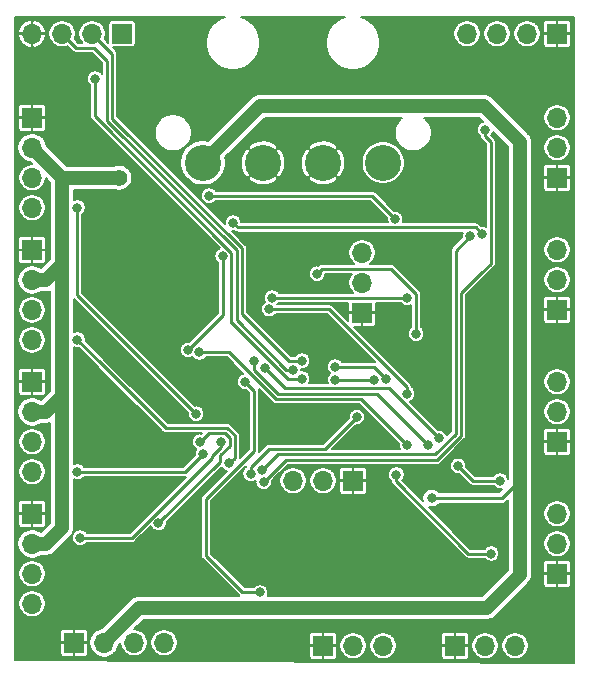
<source format=gbr>
G04 #@! TF.GenerationSoftware,KiCad,Pcbnew,5.1.5*
G04 #@! TF.CreationDate,2020-04-29T20:22:20+02:00*
G04 #@! TF.ProjectId,fancontr,66616e63-6f6e-4747-922e-6b696361645f,rev?*
G04 #@! TF.SameCoordinates,Original*
G04 #@! TF.FileFunction,Copper,L2,Bot*
G04 #@! TF.FilePolarity,Positive*
%FSLAX46Y46*%
G04 Gerber Fmt 4.6, Leading zero omitted, Abs format (unit mm)*
G04 Created by KiCad (PCBNEW 5.1.5) date 2020-04-29 20:22:20*
%MOMM*%
%LPD*%
G04 APERTURE LIST*
%ADD10O,1.700000X1.700000*%
%ADD11R,1.700000X1.700000*%
%ADD12C,3.048000*%
%ADD13C,0.800000*%
%ADD14C,1.400000*%
%ADD15C,0.250000*%
%ADD16C,1.200000*%
%ADD17C,0.200000*%
G04 APERTURE END LIST*
D10*
X107442000Y-96774000D03*
X107442000Y-99314000D03*
D11*
X107442000Y-101854000D03*
D10*
X101600000Y-116078000D03*
X104140000Y-116078000D03*
D11*
X106680000Y-116078000D03*
D10*
X79502000Y-78232000D03*
X82042000Y-78232000D03*
X84582000Y-78232000D03*
D11*
X87122000Y-78232000D03*
D10*
X90678000Y-129794000D03*
X88138000Y-129794000D03*
X85598000Y-129794000D03*
D11*
X83058000Y-129794000D03*
D10*
X123952000Y-85344000D03*
X123952000Y-87884000D03*
D11*
X123952000Y-90424000D03*
D10*
X123952000Y-96520000D03*
X123952000Y-99060000D03*
D11*
X123952000Y-101600000D03*
D10*
X123952000Y-107696000D03*
X123952000Y-110236000D03*
D11*
X123952000Y-112776000D03*
D10*
X123952000Y-118872000D03*
X123952000Y-121412000D03*
D11*
X123952000Y-123952000D03*
D10*
X120396000Y-130048000D03*
X117856000Y-130048000D03*
D11*
X115316000Y-130048000D03*
D10*
X109220000Y-130048000D03*
X106680000Y-130048000D03*
D11*
X104140000Y-130048000D03*
D10*
X79502000Y-126492000D03*
X79502000Y-123952000D03*
X79502000Y-121412000D03*
D11*
X79502000Y-118872000D03*
D10*
X79502000Y-115316000D03*
X79502000Y-112776000D03*
X79502000Y-110236000D03*
D11*
X79502000Y-107696000D03*
D10*
X79495000Y-104160200D03*
X79495000Y-101620200D03*
X79495000Y-99080200D03*
D11*
X79495000Y-96540200D03*
D10*
X79502000Y-92964000D03*
X79502000Y-90424000D03*
X79502000Y-87884000D03*
D11*
X79502000Y-85344000D03*
X123952000Y-78232000D03*
D10*
X121412000Y-78232000D03*
X118872000Y-78232000D03*
X116332000Y-78232000D03*
D12*
X109220000Y-89154000D03*
X104140000Y-89154000D03*
X104140000Y-89154000D03*
X99060000Y-89154000D03*
X93980000Y-89154000D03*
D13*
X93726000Y-112776000D03*
X90203154Y-119667154D03*
X98117990Y-101092000D03*
X97282000Y-109474000D03*
X88900000Y-111506000D03*
X100584000Y-95504000D03*
X118618000Y-101092000D03*
X93472000Y-99568000D03*
X85852000Y-105410000D03*
X91440000Y-109982000D03*
X99314000Y-109728000D03*
X120838000Y-100396000D03*
X120838000Y-89220000D03*
D14*
X86868000Y-90424000D03*
D13*
X116493999Y-126838001D03*
X105344000Y-126812000D03*
X113350000Y-117536000D03*
X120838000Y-111572000D03*
X101600000Y-106680000D03*
X102362000Y-105918000D03*
X93387392Y-110405392D03*
X83342000Y-92964000D03*
X96202338Y-114608356D03*
X83342000Y-104140000D03*
X93980000Y-113792000D03*
X83342000Y-115316000D03*
X95504000Y-112776000D03*
X83566000Y-120904000D03*
X97543000Y-107696000D03*
X98806000Y-125538001D03*
X103632000Y-98552000D03*
X112014000Y-103632000D03*
X99567990Y-101551203D03*
X111252000Y-108712000D03*
X98298000Y-105918000D03*
X113030000Y-113030000D03*
X99822000Y-100584000D03*
X111252000Y-100584000D03*
X98959842Y-115174284D03*
X116609842Y-95358999D03*
X102362000Y-107442000D03*
X84836000Y-82042000D03*
X98010173Y-115487543D03*
X108458000Y-107536990D03*
X105156000Y-107536990D03*
X107002858Y-110675142D03*
X109474000Y-107442000D03*
X105156000Y-106426000D03*
X93674891Y-105213000D03*
X111252000Y-113030000D03*
X118364954Y-122237935D03*
X110339000Y-115570000D03*
X99211647Y-106519047D03*
X113952609Y-112477675D03*
X115574653Y-114812653D03*
X119126000Y-116078000D03*
X110242021Y-93908999D03*
X94488000Y-91948000D03*
X95638632Y-97046348D03*
X96520000Y-94234000D03*
X92695297Y-105012010D03*
X117602001Y-95185998D03*
X117856000Y-86360000D03*
X99112199Y-116162612D03*
D15*
X94451001Y-112050999D02*
X95852001Y-112050999D01*
X93726000Y-112776000D02*
X94451001Y-112050999D01*
X95852001Y-112050999D02*
X96229001Y-112427999D01*
X96229001Y-112427999D02*
X96229001Y-113124001D01*
X96229001Y-113124001D02*
X95415409Y-113937593D01*
X95415409Y-114454899D02*
X95415409Y-114211409D01*
X90203154Y-119667154D02*
X95415409Y-114454899D01*
X95415409Y-113937593D02*
X95415409Y-114211409D01*
X98697999Y-88754001D02*
X98904261Y-88547739D01*
D16*
X120811999Y-89246001D02*
X120811999Y-90516001D01*
X120811999Y-90516001D02*
X120811999Y-92802001D01*
D15*
X120811999Y-87537999D02*
X120811999Y-87283999D01*
D16*
X91278001Y-126838001D02*
X94072001Y-126838001D01*
X88807999Y-126838001D02*
X91278001Y-126838001D01*
X88553999Y-126838001D02*
X91278001Y-126838001D01*
X85598000Y-129794000D02*
X88553999Y-126838001D01*
X120811999Y-105317999D02*
X120811999Y-115985999D01*
X120811999Y-118271999D02*
X120811999Y-115985999D01*
X120811999Y-105317999D02*
X120811999Y-107095999D01*
X120811999Y-94141999D02*
X120811999Y-92802001D01*
X120811999Y-95919999D02*
X120811999Y-92802001D01*
X79495000Y-99080200D02*
X80697081Y-99080200D01*
X80697081Y-99080200D02*
X82042000Y-97735281D01*
X93980000Y-89154000D02*
X98806000Y-84328000D01*
X120811999Y-94141999D02*
X120811999Y-96612001D01*
X120811999Y-95665999D02*
X120811999Y-94141999D01*
X120811999Y-96612001D02*
X120811999Y-94903999D01*
X109889999Y-126838001D02*
X113122001Y-126838001D01*
X120811999Y-106587999D02*
X120811999Y-105317999D01*
X120811999Y-117509999D02*
X120811999Y-115985999D01*
X84074000Y-90424000D02*
X82042000Y-90424000D01*
X82042000Y-90424000D02*
X79502000Y-87884000D01*
X79502000Y-110236000D02*
X80704081Y-110236000D01*
X80704081Y-110236000D02*
X82042000Y-108898081D01*
X82042000Y-108898081D02*
X82042000Y-120074081D01*
X80704081Y-121412000D02*
X79502000Y-121412000D01*
X82042000Y-120074081D02*
X80704081Y-121412000D01*
X82042000Y-108898081D02*
X82042000Y-107696000D01*
X82042000Y-97735281D02*
X82042000Y-96533200D01*
X82042000Y-96533200D02*
X82042000Y-107696000D01*
X82042000Y-90424000D02*
X82042000Y-96533200D01*
X86868000Y-90424000D02*
X84074000Y-90424000D01*
D15*
X116332000Y-126676002D02*
X116493999Y-126838001D01*
D16*
X111090001Y-126838001D02*
X113122001Y-126838001D01*
X120811999Y-122081999D02*
X120811999Y-122266001D01*
X94072001Y-126838001D02*
X110328001Y-126838001D01*
X110328001Y-126838001D02*
X111090001Y-126838001D01*
X120811999Y-87391997D02*
X120811999Y-97443999D01*
X117748002Y-84328000D02*
X120811999Y-87391997D01*
X120811999Y-97443999D02*
X120811999Y-105317999D01*
X98806000Y-84328000D02*
X108712000Y-84328000D01*
X108712000Y-84328000D02*
X117748002Y-84328000D01*
X120811999Y-96104001D02*
X120811999Y-97443999D01*
X112429999Y-126838001D02*
X110328001Y-126838001D01*
X116239999Y-126838001D02*
X112429999Y-126838001D01*
X120811999Y-115985999D02*
X120811999Y-122081999D01*
X120811999Y-124044001D02*
X120811999Y-122081999D01*
X112429999Y-126838001D02*
X118017999Y-126838001D01*
X118017999Y-126838001D02*
X120811999Y-124044001D01*
D15*
X116493999Y-126838001D02*
X116493999Y-126838001D01*
X119261998Y-117536000D02*
X120811999Y-115985999D01*
X113350000Y-117536000D02*
X119261998Y-117536000D01*
X82891999Y-79081999D02*
X82042000Y-78232000D01*
X85852000Y-80518000D02*
X84741001Y-79407001D01*
X84741001Y-79407001D02*
X83217001Y-79407001D01*
X101600000Y-106680000D02*
X101034315Y-106680000D01*
X101034315Y-106680000D02*
X96831991Y-102477676D01*
X96831991Y-102477676D02*
X96831990Y-96577990D01*
X83217001Y-79407001D02*
X82891999Y-79081999D01*
X96831990Y-96577990D02*
X85852000Y-85598000D01*
X85852000Y-85598000D02*
X85852000Y-80518000D01*
X86302010Y-79952010D02*
X84582000Y-78232000D01*
X101215000Y-105918000D02*
X97282000Y-101985000D01*
X102362000Y-105918000D02*
X101215000Y-105918000D01*
X97282000Y-101985000D02*
X97281999Y-96391589D01*
X97281999Y-96391589D02*
X86302010Y-85411600D01*
X86302010Y-85411600D02*
X86302010Y-79952010D01*
X83342000Y-100360000D02*
X83342000Y-92964000D01*
X93387392Y-110405392D02*
X83342000Y-100360000D01*
X96260487Y-114666505D02*
X96202338Y-114608356D01*
X96679011Y-114131683D02*
X96602337Y-114208357D01*
X96602337Y-114208357D02*
X96202338Y-114608356D01*
X96679011Y-112241599D02*
X96679011Y-114131683D01*
X96038402Y-111600990D02*
X96679011Y-112241599D01*
X90812978Y-111600989D02*
X96038402Y-111600990D01*
X85346990Y-106135001D02*
X90812978Y-111600989D01*
X83342000Y-104140000D02*
X85337001Y-106135001D01*
X92456000Y-115316000D02*
X92964000Y-114808000D01*
X83820000Y-115316000D02*
X92456000Y-115316000D01*
X92964000Y-114808000D02*
X93980000Y-113792000D01*
X83820000Y-115316000D02*
X83342000Y-115316000D01*
X94705001Y-114011591D02*
X95504000Y-113212592D01*
X95504000Y-113212592D02*
X95504000Y-112776000D01*
X84385685Y-120904000D02*
X83820000Y-120904000D01*
X87941002Y-120904000D02*
X84385685Y-120904000D01*
X94705001Y-114140001D02*
X87941002Y-120904000D01*
X94705001Y-114011591D02*
X94705001Y-114140001D01*
X83820000Y-120904000D02*
X83566000Y-120904000D01*
X98298000Y-113284000D02*
X98298000Y-113538000D01*
X98298000Y-108451000D02*
X98298000Y-113284000D01*
X97543000Y-107696000D02*
X98298000Y-108451000D01*
X94234000Y-122428000D02*
X95250000Y-123444000D01*
X98298000Y-113538000D02*
X94234000Y-117602000D01*
X94234000Y-117602000D02*
X94234000Y-122428000D01*
X95250000Y-123444000D02*
X97282000Y-125476000D01*
X97282000Y-125476000D02*
X97344001Y-125538001D01*
X97344001Y-125538001D02*
X98806000Y-125538001D01*
X109880001Y-98138999D02*
X112014000Y-100272998D01*
X103632000Y-98552000D02*
X104045001Y-98138999D01*
X104045001Y-98138999D02*
X109880001Y-98138999D01*
X112014000Y-103632000D02*
X112014000Y-100272998D01*
X111252000Y-108146315D02*
X111252000Y-108712000D01*
X104656888Y-101551203D02*
X111252000Y-108146315D01*
X104188797Y-101551203D02*
X104656888Y-101551203D01*
X99567990Y-101551203D02*
X104188797Y-101551203D01*
X100074590Y-108458000D02*
X100076000Y-108458000D01*
X98298000Y-106681410D02*
X100074590Y-108458000D01*
X100074590Y-108458000D02*
X100328590Y-108712000D01*
X100328590Y-108712000D02*
X108712000Y-108712000D01*
X108712000Y-108712000D02*
X113030000Y-113030000D01*
X98298000Y-105918000D02*
X98298000Y-106681410D01*
X99822000Y-100584000D02*
X111252000Y-100584000D01*
X100284136Y-113849990D02*
X98959842Y-115174284D01*
X113605600Y-113849990D02*
X100284136Y-113849990D01*
X115373990Y-112081600D02*
X113605600Y-113849990D01*
X115373990Y-97732010D02*
X115373990Y-112081600D01*
X115373990Y-97732010D02*
X115373990Y-96594851D01*
X115373990Y-96594851D02*
X116609842Y-95358999D01*
X101159905Y-107442000D02*
X102362000Y-107442000D01*
X96449885Y-102731980D02*
X101159905Y-107442000D01*
X84836000Y-82042000D02*
X84836000Y-85218410D01*
X84836000Y-85218410D02*
X96381980Y-96764390D01*
X96381980Y-96764390D02*
X96381980Y-102731980D01*
X96381980Y-102731980D02*
X96449885Y-102731980D01*
X99532051Y-113399980D02*
X104278020Y-113399980D01*
X98010173Y-115487543D02*
X98010173Y-114921858D01*
X98010173Y-114921858D02*
X99532051Y-113399980D01*
X108458000Y-107536990D02*
X105156000Y-107536990D01*
X104278020Y-113399980D02*
X107002858Y-110675142D01*
X108458000Y-106426000D02*
X109474000Y-107442000D01*
X105156000Y-106426000D02*
X108458000Y-106426000D01*
X94240576Y-105213000D02*
X93674891Y-105213000D01*
X99949000Y-108968820D02*
X96193180Y-105213000D01*
X96193180Y-105213000D02*
X94240576Y-105213000D01*
X107384010Y-109162010D02*
X111252000Y-113030000D01*
X99949000Y-108968820D02*
X100142190Y-109162010D01*
X100142190Y-109162010D02*
X107384010Y-109162010D01*
X117799269Y-122237935D02*
X118364954Y-122237935D01*
X116441250Y-122237935D02*
X117799269Y-122237935D01*
X110339000Y-116135685D02*
X116441250Y-122237935D01*
X110339000Y-115570000D02*
X110339000Y-116135685D01*
X109736924Y-108261990D02*
X110211467Y-108736533D01*
X110211467Y-108736533D02*
X113952609Y-112477675D01*
X100954590Y-108261990D02*
X102419990Y-108261990D01*
X99211647Y-106519047D02*
X100954590Y-108261990D01*
X101911990Y-108261990D02*
X102419990Y-108261990D01*
X102419990Y-108261990D02*
X109736924Y-108261990D01*
X116840000Y-116078000D02*
X119126000Y-116078000D01*
X115574653Y-114812653D02*
X116840000Y-116078000D01*
X110242021Y-93908999D02*
X108281022Y-91948000D01*
X108281022Y-91948000D02*
X94488000Y-91948000D01*
X95656980Y-97064696D02*
X95638632Y-97046348D01*
X96919999Y-94633999D02*
X115715999Y-94633999D01*
X96520000Y-94234000D02*
X96919999Y-94633999D01*
X95638632Y-102068675D02*
X92695297Y-105012010D01*
X95638632Y-97046348D02*
X95638632Y-102068675D01*
X115715999Y-94633999D02*
X117050002Y-94633999D01*
X117050002Y-94633999D02*
X117602001Y-95185998D01*
X101600000Y-114300000D02*
X102362000Y-114300000D01*
X101715882Y-114300000D02*
X102362000Y-114300000D01*
X113792000Y-114300000D02*
X115824000Y-112268000D01*
X102362000Y-114300000D02*
X113792000Y-114300000D01*
X115824000Y-112268000D02*
X115824000Y-100199000D01*
X118327001Y-87396686D02*
X118327001Y-97695999D01*
X117856000Y-86925685D02*
X118327001Y-87396686D01*
X117856000Y-86360000D02*
X117856000Y-86925685D01*
X118327001Y-97695999D02*
X117536500Y-98486500D01*
X115824000Y-100199000D02*
X117536500Y-98486500D01*
X100974811Y-114300000D02*
X102362000Y-114300000D01*
X99112199Y-116162612D02*
X100974811Y-114300000D01*
D17*
G36*
X95433431Y-76961172D02*
G01*
X95057724Y-77212212D01*
X94738212Y-77531724D01*
X94487172Y-77907431D01*
X94314253Y-78324894D01*
X94226100Y-78768071D01*
X94226100Y-79219929D01*
X94314253Y-79663106D01*
X94487172Y-80080569D01*
X94738212Y-80456276D01*
X95057724Y-80775788D01*
X95433431Y-81026828D01*
X95850894Y-81199747D01*
X96294071Y-81287900D01*
X96745929Y-81287900D01*
X97189106Y-81199747D01*
X97606569Y-81026828D01*
X97982276Y-80775788D01*
X98301788Y-80456276D01*
X98552828Y-80080569D01*
X98725747Y-79663106D01*
X98813900Y-79219929D01*
X98813900Y-78768071D01*
X98725747Y-78324894D01*
X98552828Y-77907431D01*
X98301788Y-77531724D01*
X97982276Y-77212212D01*
X97606569Y-76961172D01*
X97227123Y-76804000D01*
X105972877Y-76804000D01*
X105593431Y-76961172D01*
X105217724Y-77212212D01*
X104898212Y-77531724D01*
X104647172Y-77907431D01*
X104474253Y-78324894D01*
X104386100Y-78768071D01*
X104386100Y-79219929D01*
X104474253Y-79663106D01*
X104647172Y-80080569D01*
X104898212Y-80456276D01*
X105217724Y-80775788D01*
X105593431Y-81026828D01*
X106010894Y-81199747D01*
X106454071Y-81287900D01*
X106905929Y-81287900D01*
X107349106Y-81199747D01*
X107766569Y-81026828D01*
X108142276Y-80775788D01*
X108461788Y-80456276D01*
X108712828Y-80080569D01*
X108885747Y-79663106D01*
X108973900Y-79219929D01*
X108973900Y-78768071D01*
X108885747Y-78324894D01*
X108800354Y-78118735D01*
X115182000Y-78118735D01*
X115182000Y-78345265D01*
X115226194Y-78567443D01*
X115312884Y-78776729D01*
X115438737Y-78965082D01*
X115598918Y-79125263D01*
X115787271Y-79251116D01*
X115996557Y-79337806D01*
X116218735Y-79382000D01*
X116445265Y-79382000D01*
X116667443Y-79337806D01*
X116876729Y-79251116D01*
X117065082Y-79125263D01*
X117225263Y-78965082D01*
X117351116Y-78776729D01*
X117437806Y-78567443D01*
X117482000Y-78345265D01*
X117482000Y-78118735D01*
X117722000Y-78118735D01*
X117722000Y-78345265D01*
X117766194Y-78567443D01*
X117852884Y-78776729D01*
X117978737Y-78965082D01*
X118138918Y-79125263D01*
X118327271Y-79251116D01*
X118536557Y-79337806D01*
X118758735Y-79382000D01*
X118985265Y-79382000D01*
X119207443Y-79337806D01*
X119416729Y-79251116D01*
X119605082Y-79125263D01*
X119765263Y-78965082D01*
X119891116Y-78776729D01*
X119977806Y-78567443D01*
X120022000Y-78345265D01*
X120022000Y-78118735D01*
X120262000Y-78118735D01*
X120262000Y-78345265D01*
X120306194Y-78567443D01*
X120392884Y-78776729D01*
X120518737Y-78965082D01*
X120678918Y-79125263D01*
X120867271Y-79251116D01*
X121076557Y-79337806D01*
X121298735Y-79382000D01*
X121525265Y-79382000D01*
X121747443Y-79337806D01*
X121956729Y-79251116D01*
X122145082Y-79125263D01*
X122188345Y-79082000D01*
X122746287Y-79082000D01*
X122753122Y-79151396D01*
X122773364Y-79218125D01*
X122806235Y-79279624D01*
X122850473Y-79333527D01*
X122904376Y-79377765D01*
X122965875Y-79410636D01*
X123032604Y-79430878D01*
X123102000Y-79437713D01*
X123836500Y-79436000D01*
X123925000Y-79347500D01*
X123925000Y-78259000D01*
X123979000Y-78259000D01*
X123979000Y-79347500D01*
X124067500Y-79436000D01*
X124802000Y-79437713D01*
X124871396Y-79430878D01*
X124938125Y-79410636D01*
X124999624Y-79377765D01*
X125053527Y-79333527D01*
X125097765Y-79279624D01*
X125130636Y-79218125D01*
X125150878Y-79151396D01*
X125157713Y-79082000D01*
X125156000Y-78347500D01*
X125067500Y-78259000D01*
X123979000Y-78259000D01*
X123925000Y-78259000D01*
X122836500Y-78259000D01*
X122748000Y-78347500D01*
X122746287Y-79082000D01*
X122188345Y-79082000D01*
X122305263Y-78965082D01*
X122431116Y-78776729D01*
X122517806Y-78567443D01*
X122562000Y-78345265D01*
X122562000Y-78118735D01*
X122517806Y-77896557D01*
X122431116Y-77687271D01*
X122305263Y-77498918D01*
X122188345Y-77382000D01*
X122746287Y-77382000D01*
X122748000Y-78116500D01*
X122836500Y-78205000D01*
X123925000Y-78205000D01*
X123925000Y-77116500D01*
X123979000Y-77116500D01*
X123979000Y-78205000D01*
X125067500Y-78205000D01*
X125156000Y-78116500D01*
X125157713Y-77382000D01*
X125150878Y-77312604D01*
X125130636Y-77245875D01*
X125097765Y-77184376D01*
X125053527Y-77130473D01*
X124999624Y-77086235D01*
X124938125Y-77053364D01*
X124871396Y-77033122D01*
X124802000Y-77026287D01*
X124067500Y-77028000D01*
X123979000Y-77116500D01*
X123925000Y-77116500D01*
X123836500Y-77028000D01*
X123102000Y-77026287D01*
X123032604Y-77033122D01*
X122965875Y-77053364D01*
X122904376Y-77086235D01*
X122850473Y-77130473D01*
X122806235Y-77184376D01*
X122773364Y-77245875D01*
X122753122Y-77312604D01*
X122746287Y-77382000D01*
X122188345Y-77382000D01*
X122145082Y-77338737D01*
X121956729Y-77212884D01*
X121747443Y-77126194D01*
X121525265Y-77082000D01*
X121298735Y-77082000D01*
X121076557Y-77126194D01*
X120867271Y-77212884D01*
X120678918Y-77338737D01*
X120518737Y-77498918D01*
X120392884Y-77687271D01*
X120306194Y-77896557D01*
X120262000Y-78118735D01*
X120022000Y-78118735D01*
X119977806Y-77896557D01*
X119891116Y-77687271D01*
X119765263Y-77498918D01*
X119605082Y-77338737D01*
X119416729Y-77212884D01*
X119207443Y-77126194D01*
X118985265Y-77082000D01*
X118758735Y-77082000D01*
X118536557Y-77126194D01*
X118327271Y-77212884D01*
X118138918Y-77338737D01*
X117978737Y-77498918D01*
X117852884Y-77687271D01*
X117766194Y-77896557D01*
X117722000Y-78118735D01*
X117482000Y-78118735D01*
X117437806Y-77896557D01*
X117351116Y-77687271D01*
X117225263Y-77498918D01*
X117065082Y-77338737D01*
X116876729Y-77212884D01*
X116667443Y-77126194D01*
X116445265Y-77082000D01*
X116218735Y-77082000D01*
X115996557Y-77126194D01*
X115787271Y-77212884D01*
X115598918Y-77338737D01*
X115438737Y-77498918D01*
X115312884Y-77687271D01*
X115226194Y-77896557D01*
X115182000Y-78118735D01*
X108800354Y-78118735D01*
X108712828Y-77907431D01*
X108461788Y-77531724D01*
X108142276Y-77212212D01*
X107766569Y-76961172D01*
X107387123Y-76804000D01*
X125380000Y-76804000D01*
X125380001Y-131474143D01*
X78074000Y-131223847D01*
X78074000Y-130644000D01*
X81852287Y-130644000D01*
X81859122Y-130713396D01*
X81879364Y-130780125D01*
X81912235Y-130841624D01*
X81956473Y-130895527D01*
X82010376Y-130939765D01*
X82071875Y-130972636D01*
X82138604Y-130992878D01*
X82208000Y-130999713D01*
X82942500Y-130998000D01*
X83031000Y-130909500D01*
X83031000Y-129821000D01*
X83085000Y-129821000D01*
X83085000Y-130909500D01*
X83173500Y-130998000D01*
X83908000Y-130999713D01*
X83977396Y-130992878D01*
X84044125Y-130972636D01*
X84105624Y-130939765D01*
X84159527Y-130895527D01*
X84203765Y-130841624D01*
X84236636Y-130780125D01*
X84256878Y-130713396D01*
X84263713Y-130644000D01*
X84262000Y-129909500D01*
X84173500Y-129821000D01*
X83085000Y-129821000D01*
X83031000Y-129821000D01*
X81942500Y-129821000D01*
X81854000Y-129909500D01*
X81852287Y-130644000D01*
X78074000Y-130644000D01*
X78074000Y-128944000D01*
X81852287Y-128944000D01*
X81854000Y-129678500D01*
X81942500Y-129767000D01*
X83031000Y-129767000D01*
X83031000Y-128678500D01*
X83085000Y-128678500D01*
X83085000Y-129767000D01*
X84173500Y-129767000D01*
X84262000Y-129678500D01*
X84263713Y-128944000D01*
X84256878Y-128874604D01*
X84236636Y-128807875D01*
X84203765Y-128746376D01*
X84159527Y-128692473D01*
X84105624Y-128648235D01*
X84044125Y-128615364D01*
X83977396Y-128595122D01*
X83908000Y-128588287D01*
X83173500Y-128590000D01*
X83085000Y-128678500D01*
X83031000Y-128678500D01*
X82942500Y-128590000D01*
X82208000Y-128588287D01*
X82138604Y-128595122D01*
X82071875Y-128615364D01*
X82010376Y-128648235D01*
X81956473Y-128692473D01*
X81912235Y-128746376D01*
X81879364Y-128807875D01*
X81859122Y-128874604D01*
X81852287Y-128944000D01*
X78074000Y-128944000D01*
X78074000Y-126378735D01*
X78352000Y-126378735D01*
X78352000Y-126605265D01*
X78396194Y-126827443D01*
X78482884Y-127036729D01*
X78608737Y-127225082D01*
X78768918Y-127385263D01*
X78957271Y-127511116D01*
X79166557Y-127597806D01*
X79388735Y-127642000D01*
X79615265Y-127642000D01*
X79837443Y-127597806D01*
X80046729Y-127511116D01*
X80235082Y-127385263D01*
X80395263Y-127225082D01*
X80521116Y-127036729D01*
X80607806Y-126827443D01*
X80652000Y-126605265D01*
X80652000Y-126378735D01*
X80607806Y-126156557D01*
X80521116Y-125947271D01*
X80395263Y-125758918D01*
X80235082Y-125598737D01*
X80046729Y-125472884D01*
X79837443Y-125386194D01*
X79615265Y-125342000D01*
X79388735Y-125342000D01*
X79166557Y-125386194D01*
X78957271Y-125472884D01*
X78768918Y-125598737D01*
X78608737Y-125758918D01*
X78482884Y-125947271D01*
X78396194Y-126156557D01*
X78352000Y-126378735D01*
X78074000Y-126378735D01*
X78074000Y-123838735D01*
X78352000Y-123838735D01*
X78352000Y-124065265D01*
X78396194Y-124287443D01*
X78482884Y-124496729D01*
X78608737Y-124685082D01*
X78768918Y-124845263D01*
X78957271Y-124971116D01*
X79166557Y-125057806D01*
X79388735Y-125102000D01*
X79615265Y-125102000D01*
X79837443Y-125057806D01*
X80046729Y-124971116D01*
X80235082Y-124845263D01*
X80395263Y-124685082D01*
X80521116Y-124496729D01*
X80607806Y-124287443D01*
X80652000Y-124065265D01*
X80652000Y-123838735D01*
X80607806Y-123616557D01*
X80521116Y-123407271D01*
X80395263Y-123218918D01*
X80235082Y-123058737D01*
X80046729Y-122932884D01*
X79837443Y-122846194D01*
X79615265Y-122802000D01*
X79388735Y-122802000D01*
X79166557Y-122846194D01*
X78957271Y-122932884D01*
X78768918Y-123058737D01*
X78608737Y-123218918D01*
X78482884Y-123407271D01*
X78396194Y-123616557D01*
X78352000Y-123838735D01*
X78074000Y-123838735D01*
X78074000Y-119722000D01*
X78296287Y-119722000D01*
X78303122Y-119791396D01*
X78323364Y-119858125D01*
X78356235Y-119919624D01*
X78400473Y-119973527D01*
X78454376Y-120017765D01*
X78515875Y-120050636D01*
X78582604Y-120070878D01*
X78652000Y-120077713D01*
X79386500Y-120076000D01*
X79475000Y-119987500D01*
X79475000Y-118899000D01*
X79529000Y-118899000D01*
X79529000Y-119987500D01*
X79617500Y-120076000D01*
X80352000Y-120077713D01*
X80421396Y-120070878D01*
X80488125Y-120050636D01*
X80549624Y-120017765D01*
X80603527Y-119973527D01*
X80647765Y-119919624D01*
X80680636Y-119858125D01*
X80700878Y-119791396D01*
X80707713Y-119722000D01*
X80706000Y-118987500D01*
X80617500Y-118899000D01*
X79529000Y-118899000D01*
X79475000Y-118899000D01*
X78386500Y-118899000D01*
X78298000Y-118987500D01*
X78296287Y-119722000D01*
X78074000Y-119722000D01*
X78074000Y-118022000D01*
X78296287Y-118022000D01*
X78298000Y-118756500D01*
X78386500Y-118845000D01*
X79475000Y-118845000D01*
X79475000Y-117756500D01*
X79529000Y-117756500D01*
X79529000Y-118845000D01*
X80617500Y-118845000D01*
X80706000Y-118756500D01*
X80707713Y-118022000D01*
X80700878Y-117952604D01*
X80680636Y-117885875D01*
X80647765Y-117824376D01*
X80603527Y-117770473D01*
X80549624Y-117726235D01*
X80488125Y-117693364D01*
X80421396Y-117673122D01*
X80352000Y-117666287D01*
X79617500Y-117668000D01*
X79529000Y-117756500D01*
X79475000Y-117756500D01*
X79386500Y-117668000D01*
X78652000Y-117666287D01*
X78582604Y-117673122D01*
X78515875Y-117693364D01*
X78454376Y-117726235D01*
X78400473Y-117770473D01*
X78356235Y-117824376D01*
X78323364Y-117885875D01*
X78303122Y-117952604D01*
X78296287Y-118022000D01*
X78074000Y-118022000D01*
X78074000Y-115202735D01*
X78352000Y-115202735D01*
X78352000Y-115429265D01*
X78396194Y-115651443D01*
X78482884Y-115860729D01*
X78608737Y-116049082D01*
X78768918Y-116209263D01*
X78957271Y-116335116D01*
X79166557Y-116421806D01*
X79388735Y-116466000D01*
X79615265Y-116466000D01*
X79837443Y-116421806D01*
X80046729Y-116335116D01*
X80235082Y-116209263D01*
X80395263Y-116049082D01*
X80521116Y-115860729D01*
X80607806Y-115651443D01*
X80652000Y-115429265D01*
X80652000Y-115202735D01*
X80607806Y-114980557D01*
X80521116Y-114771271D01*
X80395263Y-114582918D01*
X80235082Y-114422737D01*
X80046729Y-114296884D01*
X79837443Y-114210194D01*
X79615265Y-114166000D01*
X79388735Y-114166000D01*
X79166557Y-114210194D01*
X78957271Y-114296884D01*
X78768918Y-114422737D01*
X78608737Y-114582918D01*
X78482884Y-114771271D01*
X78396194Y-114980557D01*
X78352000Y-115202735D01*
X78074000Y-115202735D01*
X78074000Y-112662735D01*
X78352000Y-112662735D01*
X78352000Y-112889265D01*
X78396194Y-113111443D01*
X78482884Y-113320729D01*
X78608737Y-113509082D01*
X78768918Y-113669263D01*
X78957271Y-113795116D01*
X79166557Y-113881806D01*
X79388735Y-113926000D01*
X79615265Y-113926000D01*
X79837443Y-113881806D01*
X80046729Y-113795116D01*
X80235082Y-113669263D01*
X80395263Y-113509082D01*
X80521116Y-113320729D01*
X80607806Y-113111443D01*
X80652000Y-112889265D01*
X80652000Y-112662735D01*
X80607806Y-112440557D01*
X80521116Y-112231271D01*
X80395263Y-112042918D01*
X80235082Y-111882737D01*
X80046729Y-111756884D01*
X79837443Y-111670194D01*
X79615265Y-111626000D01*
X79388735Y-111626000D01*
X79166557Y-111670194D01*
X78957271Y-111756884D01*
X78768918Y-111882737D01*
X78608737Y-112042918D01*
X78482884Y-112231271D01*
X78396194Y-112440557D01*
X78352000Y-112662735D01*
X78074000Y-112662735D01*
X78074000Y-108546000D01*
X78296287Y-108546000D01*
X78303122Y-108615396D01*
X78323364Y-108682125D01*
X78356235Y-108743624D01*
X78400473Y-108797527D01*
X78454376Y-108841765D01*
X78515875Y-108874636D01*
X78582604Y-108894878D01*
X78652000Y-108901713D01*
X79386500Y-108900000D01*
X79475000Y-108811500D01*
X79475000Y-107723000D01*
X79529000Y-107723000D01*
X79529000Y-108811500D01*
X79617500Y-108900000D01*
X80352000Y-108901713D01*
X80421396Y-108894878D01*
X80488125Y-108874636D01*
X80549624Y-108841765D01*
X80603527Y-108797527D01*
X80647765Y-108743624D01*
X80680636Y-108682125D01*
X80700878Y-108615396D01*
X80707713Y-108546000D01*
X80706000Y-107811500D01*
X80617500Y-107723000D01*
X79529000Y-107723000D01*
X79475000Y-107723000D01*
X78386500Y-107723000D01*
X78298000Y-107811500D01*
X78296287Y-108546000D01*
X78074000Y-108546000D01*
X78074000Y-106846000D01*
X78296287Y-106846000D01*
X78298000Y-107580500D01*
X78386500Y-107669000D01*
X79475000Y-107669000D01*
X79475000Y-106580500D01*
X79529000Y-106580500D01*
X79529000Y-107669000D01*
X80617500Y-107669000D01*
X80706000Y-107580500D01*
X80707713Y-106846000D01*
X80700878Y-106776604D01*
X80680636Y-106709875D01*
X80647765Y-106648376D01*
X80603527Y-106594473D01*
X80549624Y-106550235D01*
X80488125Y-106517364D01*
X80421396Y-106497122D01*
X80352000Y-106490287D01*
X79617500Y-106492000D01*
X79529000Y-106580500D01*
X79475000Y-106580500D01*
X79386500Y-106492000D01*
X78652000Y-106490287D01*
X78582604Y-106497122D01*
X78515875Y-106517364D01*
X78454376Y-106550235D01*
X78400473Y-106594473D01*
X78356235Y-106648376D01*
X78323364Y-106709875D01*
X78303122Y-106776604D01*
X78296287Y-106846000D01*
X78074000Y-106846000D01*
X78074000Y-104046935D01*
X78345000Y-104046935D01*
X78345000Y-104273465D01*
X78389194Y-104495643D01*
X78475884Y-104704929D01*
X78601737Y-104893282D01*
X78761918Y-105053463D01*
X78950271Y-105179316D01*
X79159557Y-105266006D01*
X79381735Y-105310200D01*
X79608265Y-105310200D01*
X79830443Y-105266006D01*
X80039729Y-105179316D01*
X80228082Y-105053463D01*
X80388263Y-104893282D01*
X80514116Y-104704929D01*
X80600806Y-104495643D01*
X80645000Y-104273465D01*
X80645000Y-104046935D01*
X80600806Y-103824757D01*
X80514116Y-103615471D01*
X80388263Y-103427118D01*
X80228082Y-103266937D01*
X80039729Y-103141084D01*
X79830443Y-103054394D01*
X79608265Y-103010200D01*
X79381735Y-103010200D01*
X79159557Y-103054394D01*
X78950271Y-103141084D01*
X78761918Y-103266937D01*
X78601737Y-103427118D01*
X78475884Y-103615471D01*
X78389194Y-103824757D01*
X78345000Y-104046935D01*
X78074000Y-104046935D01*
X78074000Y-101506935D01*
X78345000Y-101506935D01*
X78345000Y-101733465D01*
X78389194Y-101955643D01*
X78475884Y-102164929D01*
X78601737Y-102353282D01*
X78761918Y-102513463D01*
X78950271Y-102639316D01*
X79159557Y-102726006D01*
X79381735Y-102770200D01*
X79608265Y-102770200D01*
X79830443Y-102726006D01*
X80039729Y-102639316D01*
X80228082Y-102513463D01*
X80388263Y-102353282D01*
X80514116Y-102164929D01*
X80600806Y-101955643D01*
X80645000Y-101733465D01*
X80645000Y-101506935D01*
X80600806Y-101284757D01*
X80514116Y-101075471D01*
X80388263Y-100887118D01*
X80228082Y-100726937D01*
X80039729Y-100601084D01*
X79830443Y-100514394D01*
X79608265Y-100470200D01*
X79381735Y-100470200D01*
X79159557Y-100514394D01*
X78950271Y-100601084D01*
X78761918Y-100726937D01*
X78601737Y-100887118D01*
X78475884Y-101075471D01*
X78389194Y-101284757D01*
X78345000Y-101506935D01*
X78074000Y-101506935D01*
X78074000Y-98957086D01*
X78245000Y-98957086D01*
X78245000Y-99203314D01*
X78293037Y-99444811D01*
X78387265Y-99672297D01*
X78524062Y-99877028D01*
X78698172Y-100051138D01*
X78902903Y-100187935D01*
X79130389Y-100282163D01*
X79371886Y-100330200D01*
X79618114Y-100330200D01*
X79859611Y-100282163D01*
X80087097Y-100187935D01*
X80248334Y-100080200D01*
X80647961Y-100080200D01*
X80697081Y-100085038D01*
X80746201Y-100080200D01*
X80893115Y-100065730D01*
X81042000Y-100020566D01*
X81042001Y-107646880D01*
X81042000Y-108483868D01*
X80289869Y-109236000D01*
X80255334Y-109236000D01*
X80094097Y-109128265D01*
X79866611Y-109034037D01*
X79625114Y-108986000D01*
X79378886Y-108986000D01*
X79137389Y-109034037D01*
X78909903Y-109128265D01*
X78705172Y-109265062D01*
X78531062Y-109439172D01*
X78394265Y-109643903D01*
X78300037Y-109871389D01*
X78252000Y-110112886D01*
X78252000Y-110359114D01*
X78300037Y-110600611D01*
X78394265Y-110828097D01*
X78531062Y-111032828D01*
X78705172Y-111206938D01*
X78909903Y-111343735D01*
X79137389Y-111437963D01*
X79378886Y-111486000D01*
X79625114Y-111486000D01*
X79866611Y-111437963D01*
X80094097Y-111343735D01*
X80255334Y-111236000D01*
X80654961Y-111236000D01*
X80704081Y-111240838D01*
X80753201Y-111236000D01*
X80900115Y-111221530D01*
X81042000Y-111178490D01*
X81042001Y-119659867D01*
X80289869Y-120412000D01*
X80255334Y-120412000D01*
X80094097Y-120304265D01*
X79866611Y-120210037D01*
X79625114Y-120162000D01*
X79378886Y-120162000D01*
X79137389Y-120210037D01*
X78909903Y-120304265D01*
X78705172Y-120441062D01*
X78531062Y-120615172D01*
X78394265Y-120819903D01*
X78300037Y-121047389D01*
X78252000Y-121288886D01*
X78252000Y-121535114D01*
X78300037Y-121776611D01*
X78394265Y-122004097D01*
X78531062Y-122208828D01*
X78705172Y-122382938D01*
X78909903Y-122519735D01*
X79137389Y-122613963D01*
X79378886Y-122662000D01*
X79625114Y-122662000D01*
X79866611Y-122613963D01*
X80094097Y-122519735D01*
X80255334Y-122412000D01*
X80654961Y-122412000D01*
X80704081Y-122416838D01*
X80753201Y-122412000D01*
X80900115Y-122397530D01*
X81088616Y-122340349D01*
X81262339Y-122247492D01*
X81414609Y-122122528D01*
X81445930Y-122084363D01*
X82714368Y-120815926D01*
X82752528Y-120784609D01*
X82877492Y-120632339D01*
X82970349Y-120458616D01*
X83027530Y-120270115D01*
X83042000Y-120123201D01*
X83042000Y-120123200D01*
X83046838Y-120074082D01*
X83042000Y-120024964D01*
X83042000Y-115949410D01*
X83137818Y-115989099D01*
X83273056Y-116016000D01*
X83410944Y-116016000D01*
X83546182Y-115989099D01*
X83673574Y-115936332D01*
X83788224Y-115859726D01*
X83885726Y-115762224D01*
X83899907Y-115741000D01*
X92435133Y-115741000D01*
X92456000Y-115743055D01*
X92476867Y-115741000D01*
X92476874Y-115741000D01*
X92505811Y-115738150D01*
X87764962Y-120479000D01*
X84123907Y-120479000D01*
X84109726Y-120457776D01*
X84012224Y-120360274D01*
X83897574Y-120283668D01*
X83770182Y-120230901D01*
X83634944Y-120204000D01*
X83497056Y-120204000D01*
X83361818Y-120230901D01*
X83234426Y-120283668D01*
X83119776Y-120360274D01*
X83022274Y-120457776D01*
X82945668Y-120572426D01*
X82892901Y-120699818D01*
X82866000Y-120835056D01*
X82866000Y-120972944D01*
X82892901Y-121108182D01*
X82945668Y-121235574D01*
X83022274Y-121350224D01*
X83119776Y-121447726D01*
X83234426Y-121524332D01*
X83361818Y-121577099D01*
X83497056Y-121604000D01*
X83634944Y-121604000D01*
X83770182Y-121577099D01*
X83897574Y-121524332D01*
X84012224Y-121447726D01*
X84109726Y-121350224D01*
X84123907Y-121329000D01*
X87920135Y-121329000D01*
X87941002Y-121331055D01*
X87961869Y-121329000D01*
X87961876Y-121329000D01*
X88024316Y-121322850D01*
X88104429Y-121298548D01*
X88178262Y-121259084D01*
X88242976Y-121205974D01*
X88256286Y-121189756D01*
X89543133Y-119902909D01*
X89582822Y-119998728D01*
X89659428Y-120113378D01*
X89756930Y-120210880D01*
X89871580Y-120287486D01*
X89998972Y-120340253D01*
X90134210Y-120367154D01*
X90272098Y-120367154D01*
X90407336Y-120340253D01*
X90534728Y-120287486D01*
X90649378Y-120210880D01*
X90746880Y-120113378D01*
X90823486Y-119998728D01*
X90876253Y-119871336D01*
X90903154Y-119736098D01*
X90903154Y-119598210D01*
X90898174Y-119573174D01*
X95567189Y-114904159D01*
X95582006Y-114939930D01*
X95658612Y-115054580D01*
X95756114Y-115152082D01*
X95870764Y-115228688D01*
X95966583Y-115268377D01*
X93948243Y-117286716D01*
X93932026Y-117300026D01*
X93878916Y-117364741D01*
X93839452Y-117438574D01*
X93815150Y-117518687D01*
X93809000Y-117581127D01*
X93809000Y-117581133D01*
X93806945Y-117602000D01*
X93809000Y-117622867D01*
X93809001Y-122407123D01*
X93806945Y-122428000D01*
X93815150Y-122511314D01*
X93830526Y-122562000D01*
X93839453Y-122591427D01*
X93878917Y-122665260D01*
X93932027Y-122729974D01*
X93948239Y-122743279D01*
X94964239Y-123759280D01*
X96996239Y-125791280D01*
X96996246Y-125791286D01*
X97028714Y-125823754D01*
X97040407Y-125838001D01*
X88603119Y-125838001D01*
X88553999Y-125833163D01*
X88504879Y-125838001D01*
X88357965Y-125852471D01*
X88169464Y-125909652D01*
X87995741Y-126002509D01*
X87843471Y-126127473D01*
X87812154Y-126165633D01*
X85423583Y-128554205D01*
X85233389Y-128592037D01*
X85005903Y-128686265D01*
X84801172Y-128823062D01*
X84627062Y-128997172D01*
X84490265Y-129201903D01*
X84396037Y-129429389D01*
X84348000Y-129670886D01*
X84348000Y-129917114D01*
X84396037Y-130158611D01*
X84490265Y-130386097D01*
X84627062Y-130590828D01*
X84801172Y-130764938D01*
X85005903Y-130901735D01*
X85233389Y-130995963D01*
X85474886Y-131044000D01*
X85721114Y-131044000D01*
X85962611Y-130995963D01*
X86190097Y-130901735D01*
X86394828Y-130764938D01*
X86568938Y-130590828D01*
X86705735Y-130386097D01*
X86799963Y-130158611D01*
X86837795Y-129968417D01*
X86988000Y-129818212D01*
X86988000Y-129907265D01*
X87032194Y-130129443D01*
X87118884Y-130338729D01*
X87244737Y-130527082D01*
X87404918Y-130687263D01*
X87593271Y-130813116D01*
X87802557Y-130899806D01*
X88024735Y-130944000D01*
X88251265Y-130944000D01*
X88473443Y-130899806D01*
X88682729Y-130813116D01*
X88871082Y-130687263D01*
X89031263Y-130527082D01*
X89157116Y-130338729D01*
X89243806Y-130129443D01*
X89288000Y-129907265D01*
X89288000Y-129680735D01*
X89528000Y-129680735D01*
X89528000Y-129907265D01*
X89572194Y-130129443D01*
X89658884Y-130338729D01*
X89784737Y-130527082D01*
X89944918Y-130687263D01*
X90133271Y-130813116D01*
X90342557Y-130899806D01*
X90564735Y-130944000D01*
X90791265Y-130944000D01*
X91013443Y-130899806D01*
X91017803Y-130898000D01*
X102934287Y-130898000D01*
X102941122Y-130967396D01*
X102961364Y-131034125D01*
X102994235Y-131095624D01*
X103038473Y-131149527D01*
X103092376Y-131193765D01*
X103153875Y-131226636D01*
X103220604Y-131246878D01*
X103290000Y-131253713D01*
X104024500Y-131252000D01*
X104113000Y-131163500D01*
X104113000Y-130075000D01*
X104167000Y-130075000D01*
X104167000Y-131163500D01*
X104255500Y-131252000D01*
X104990000Y-131253713D01*
X105059396Y-131246878D01*
X105126125Y-131226636D01*
X105187624Y-131193765D01*
X105241527Y-131149527D01*
X105285765Y-131095624D01*
X105318636Y-131034125D01*
X105338878Y-130967396D01*
X105345713Y-130898000D01*
X105344000Y-130163500D01*
X105255500Y-130075000D01*
X104167000Y-130075000D01*
X104113000Y-130075000D01*
X103024500Y-130075000D01*
X102936000Y-130163500D01*
X102934287Y-130898000D01*
X91017803Y-130898000D01*
X91222729Y-130813116D01*
X91411082Y-130687263D01*
X91571263Y-130527082D01*
X91697116Y-130338729D01*
X91783806Y-130129443D01*
X91828000Y-129907265D01*
X91828000Y-129680735D01*
X91783806Y-129458557D01*
X91697116Y-129249271D01*
X91662858Y-129198000D01*
X102934287Y-129198000D01*
X102936000Y-129932500D01*
X103024500Y-130021000D01*
X104113000Y-130021000D01*
X104113000Y-128932500D01*
X104167000Y-128932500D01*
X104167000Y-130021000D01*
X105255500Y-130021000D01*
X105341765Y-129934735D01*
X105530000Y-129934735D01*
X105530000Y-130161265D01*
X105574194Y-130383443D01*
X105660884Y-130592729D01*
X105786737Y-130781082D01*
X105946918Y-130941263D01*
X106135271Y-131067116D01*
X106344557Y-131153806D01*
X106566735Y-131198000D01*
X106793265Y-131198000D01*
X107015443Y-131153806D01*
X107224729Y-131067116D01*
X107413082Y-130941263D01*
X107573263Y-130781082D01*
X107699116Y-130592729D01*
X107785806Y-130383443D01*
X107830000Y-130161265D01*
X107830000Y-129934735D01*
X108070000Y-129934735D01*
X108070000Y-130161265D01*
X108114194Y-130383443D01*
X108200884Y-130592729D01*
X108326737Y-130781082D01*
X108486918Y-130941263D01*
X108675271Y-131067116D01*
X108884557Y-131153806D01*
X109106735Y-131198000D01*
X109333265Y-131198000D01*
X109555443Y-131153806D01*
X109764729Y-131067116D01*
X109953082Y-130941263D01*
X109996345Y-130898000D01*
X114110287Y-130898000D01*
X114117122Y-130967396D01*
X114137364Y-131034125D01*
X114170235Y-131095624D01*
X114214473Y-131149527D01*
X114268376Y-131193765D01*
X114329875Y-131226636D01*
X114396604Y-131246878D01*
X114466000Y-131253713D01*
X115200500Y-131252000D01*
X115289000Y-131163500D01*
X115289000Y-130075000D01*
X115343000Y-130075000D01*
X115343000Y-131163500D01*
X115431500Y-131252000D01*
X116166000Y-131253713D01*
X116235396Y-131246878D01*
X116302125Y-131226636D01*
X116363624Y-131193765D01*
X116417527Y-131149527D01*
X116461765Y-131095624D01*
X116494636Y-131034125D01*
X116514878Y-130967396D01*
X116521713Y-130898000D01*
X116520000Y-130163500D01*
X116431500Y-130075000D01*
X115343000Y-130075000D01*
X115289000Y-130075000D01*
X114200500Y-130075000D01*
X114112000Y-130163500D01*
X114110287Y-130898000D01*
X109996345Y-130898000D01*
X110113263Y-130781082D01*
X110239116Y-130592729D01*
X110325806Y-130383443D01*
X110370000Y-130161265D01*
X110370000Y-129934735D01*
X110325806Y-129712557D01*
X110239116Y-129503271D01*
X110113263Y-129314918D01*
X109996345Y-129198000D01*
X114110287Y-129198000D01*
X114112000Y-129932500D01*
X114200500Y-130021000D01*
X115289000Y-130021000D01*
X115289000Y-128932500D01*
X115343000Y-128932500D01*
X115343000Y-130021000D01*
X116431500Y-130021000D01*
X116517765Y-129934735D01*
X116706000Y-129934735D01*
X116706000Y-130161265D01*
X116750194Y-130383443D01*
X116836884Y-130592729D01*
X116962737Y-130781082D01*
X117122918Y-130941263D01*
X117311271Y-131067116D01*
X117520557Y-131153806D01*
X117742735Y-131198000D01*
X117969265Y-131198000D01*
X118191443Y-131153806D01*
X118400729Y-131067116D01*
X118589082Y-130941263D01*
X118749263Y-130781082D01*
X118875116Y-130592729D01*
X118961806Y-130383443D01*
X119006000Y-130161265D01*
X119006000Y-129934735D01*
X119246000Y-129934735D01*
X119246000Y-130161265D01*
X119290194Y-130383443D01*
X119376884Y-130592729D01*
X119502737Y-130781082D01*
X119662918Y-130941263D01*
X119851271Y-131067116D01*
X120060557Y-131153806D01*
X120282735Y-131198000D01*
X120509265Y-131198000D01*
X120731443Y-131153806D01*
X120940729Y-131067116D01*
X121129082Y-130941263D01*
X121289263Y-130781082D01*
X121415116Y-130592729D01*
X121501806Y-130383443D01*
X121546000Y-130161265D01*
X121546000Y-129934735D01*
X121501806Y-129712557D01*
X121415116Y-129503271D01*
X121289263Y-129314918D01*
X121129082Y-129154737D01*
X120940729Y-129028884D01*
X120731443Y-128942194D01*
X120509265Y-128898000D01*
X120282735Y-128898000D01*
X120060557Y-128942194D01*
X119851271Y-129028884D01*
X119662918Y-129154737D01*
X119502737Y-129314918D01*
X119376884Y-129503271D01*
X119290194Y-129712557D01*
X119246000Y-129934735D01*
X119006000Y-129934735D01*
X118961806Y-129712557D01*
X118875116Y-129503271D01*
X118749263Y-129314918D01*
X118589082Y-129154737D01*
X118400729Y-129028884D01*
X118191443Y-128942194D01*
X117969265Y-128898000D01*
X117742735Y-128898000D01*
X117520557Y-128942194D01*
X117311271Y-129028884D01*
X117122918Y-129154737D01*
X116962737Y-129314918D01*
X116836884Y-129503271D01*
X116750194Y-129712557D01*
X116706000Y-129934735D01*
X116517765Y-129934735D01*
X116520000Y-129932500D01*
X116521713Y-129198000D01*
X116514878Y-129128604D01*
X116494636Y-129061875D01*
X116461765Y-129000376D01*
X116417527Y-128946473D01*
X116363624Y-128902235D01*
X116302125Y-128869364D01*
X116235396Y-128849122D01*
X116166000Y-128842287D01*
X115431500Y-128844000D01*
X115343000Y-128932500D01*
X115289000Y-128932500D01*
X115200500Y-128844000D01*
X114466000Y-128842287D01*
X114396604Y-128849122D01*
X114329875Y-128869364D01*
X114268376Y-128902235D01*
X114214473Y-128946473D01*
X114170235Y-129000376D01*
X114137364Y-129061875D01*
X114117122Y-129128604D01*
X114110287Y-129198000D01*
X109996345Y-129198000D01*
X109953082Y-129154737D01*
X109764729Y-129028884D01*
X109555443Y-128942194D01*
X109333265Y-128898000D01*
X109106735Y-128898000D01*
X108884557Y-128942194D01*
X108675271Y-129028884D01*
X108486918Y-129154737D01*
X108326737Y-129314918D01*
X108200884Y-129503271D01*
X108114194Y-129712557D01*
X108070000Y-129934735D01*
X107830000Y-129934735D01*
X107785806Y-129712557D01*
X107699116Y-129503271D01*
X107573263Y-129314918D01*
X107413082Y-129154737D01*
X107224729Y-129028884D01*
X107015443Y-128942194D01*
X106793265Y-128898000D01*
X106566735Y-128898000D01*
X106344557Y-128942194D01*
X106135271Y-129028884D01*
X105946918Y-129154737D01*
X105786737Y-129314918D01*
X105660884Y-129503271D01*
X105574194Y-129712557D01*
X105530000Y-129934735D01*
X105341765Y-129934735D01*
X105344000Y-129932500D01*
X105345713Y-129198000D01*
X105338878Y-129128604D01*
X105318636Y-129061875D01*
X105285765Y-129000376D01*
X105241527Y-128946473D01*
X105187624Y-128902235D01*
X105126125Y-128869364D01*
X105059396Y-128849122D01*
X104990000Y-128842287D01*
X104255500Y-128844000D01*
X104167000Y-128932500D01*
X104113000Y-128932500D01*
X104024500Y-128844000D01*
X103290000Y-128842287D01*
X103220604Y-128849122D01*
X103153875Y-128869364D01*
X103092376Y-128902235D01*
X103038473Y-128946473D01*
X102994235Y-129000376D01*
X102961364Y-129061875D01*
X102941122Y-129128604D01*
X102934287Y-129198000D01*
X91662858Y-129198000D01*
X91571263Y-129060918D01*
X91411082Y-128900737D01*
X91222729Y-128774884D01*
X91013443Y-128688194D01*
X90791265Y-128644000D01*
X90564735Y-128644000D01*
X90342557Y-128688194D01*
X90133271Y-128774884D01*
X89944918Y-128900737D01*
X89784737Y-129060918D01*
X89658884Y-129249271D01*
X89572194Y-129458557D01*
X89528000Y-129680735D01*
X89288000Y-129680735D01*
X89243806Y-129458557D01*
X89157116Y-129249271D01*
X89031263Y-129060918D01*
X88871082Y-128900737D01*
X88682729Y-128774884D01*
X88473443Y-128688194D01*
X88251265Y-128644000D01*
X88162213Y-128644000D01*
X88968212Y-127838001D01*
X117968879Y-127838001D01*
X118017999Y-127842839D01*
X118067119Y-127838001D01*
X118214033Y-127823531D01*
X118402534Y-127766350D01*
X118576257Y-127673493D01*
X118728527Y-127548529D01*
X118759848Y-127510364D01*
X121468213Y-124802000D01*
X122746287Y-124802000D01*
X122753122Y-124871396D01*
X122773364Y-124938125D01*
X122806235Y-124999624D01*
X122850473Y-125053527D01*
X122904376Y-125097765D01*
X122965875Y-125130636D01*
X123032604Y-125150878D01*
X123102000Y-125157713D01*
X123836500Y-125156000D01*
X123925000Y-125067500D01*
X123925000Y-123979000D01*
X123979000Y-123979000D01*
X123979000Y-125067500D01*
X124067500Y-125156000D01*
X124802000Y-125157713D01*
X124871396Y-125150878D01*
X124938125Y-125130636D01*
X124999624Y-125097765D01*
X125053527Y-125053527D01*
X125097765Y-124999624D01*
X125130636Y-124938125D01*
X125150878Y-124871396D01*
X125157713Y-124802000D01*
X125156000Y-124067500D01*
X125067500Y-123979000D01*
X123979000Y-123979000D01*
X123925000Y-123979000D01*
X122836500Y-123979000D01*
X122748000Y-124067500D01*
X122746287Y-124802000D01*
X121468213Y-124802000D01*
X121484373Y-124785841D01*
X121522527Y-124754529D01*
X121647491Y-124602259D01*
X121740348Y-124428536D01*
X121797529Y-124240035D01*
X121811999Y-124093121D01*
X121811999Y-124093120D01*
X121816837Y-124044001D01*
X121811999Y-123994881D01*
X121811999Y-123102000D01*
X122746287Y-123102000D01*
X122748000Y-123836500D01*
X122836500Y-123925000D01*
X123925000Y-123925000D01*
X123925000Y-122836500D01*
X123979000Y-122836500D01*
X123979000Y-123925000D01*
X125067500Y-123925000D01*
X125156000Y-123836500D01*
X125157713Y-123102000D01*
X125150878Y-123032604D01*
X125130636Y-122965875D01*
X125097765Y-122904376D01*
X125053527Y-122850473D01*
X124999624Y-122806235D01*
X124938125Y-122773364D01*
X124871396Y-122753122D01*
X124802000Y-122746287D01*
X124067500Y-122748000D01*
X123979000Y-122836500D01*
X123925000Y-122836500D01*
X123836500Y-122748000D01*
X123102000Y-122746287D01*
X123032604Y-122753122D01*
X122965875Y-122773364D01*
X122904376Y-122806235D01*
X122850473Y-122850473D01*
X122806235Y-122904376D01*
X122773364Y-122965875D01*
X122753122Y-123032604D01*
X122746287Y-123102000D01*
X121811999Y-123102000D01*
X121811999Y-121298735D01*
X122802000Y-121298735D01*
X122802000Y-121525265D01*
X122846194Y-121747443D01*
X122932884Y-121956729D01*
X123058737Y-122145082D01*
X123218918Y-122305263D01*
X123407271Y-122431116D01*
X123616557Y-122517806D01*
X123838735Y-122562000D01*
X124065265Y-122562000D01*
X124287443Y-122517806D01*
X124496729Y-122431116D01*
X124685082Y-122305263D01*
X124845263Y-122145082D01*
X124971116Y-121956729D01*
X125057806Y-121747443D01*
X125102000Y-121525265D01*
X125102000Y-121298735D01*
X125057806Y-121076557D01*
X124971116Y-120867271D01*
X124845263Y-120678918D01*
X124685082Y-120518737D01*
X124496729Y-120392884D01*
X124287443Y-120306194D01*
X124065265Y-120262000D01*
X123838735Y-120262000D01*
X123616557Y-120306194D01*
X123407271Y-120392884D01*
X123218918Y-120518737D01*
X123058737Y-120678918D01*
X122932884Y-120867271D01*
X122846194Y-121076557D01*
X122802000Y-121298735D01*
X121811999Y-121298735D01*
X121811999Y-118758735D01*
X122802000Y-118758735D01*
X122802000Y-118985265D01*
X122846194Y-119207443D01*
X122932884Y-119416729D01*
X123058737Y-119605082D01*
X123218918Y-119765263D01*
X123407271Y-119891116D01*
X123616557Y-119977806D01*
X123838735Y-120022000D01*
X124065265Y-120022000D01*
X124287443Y-119977806D01*
X124496729Y-119891116D01*
X124685082Y-119765263D01*
X124845263Y-119605082D01*
X124971116Y-119416729D01*
X125057806Y-119207443D01*
X125102000Y-118985265D01*
X125102000Y-118758735D01*
X125057806Y-118536557D01*
X124971116Y-118327271D01*
X124845263Y-118138918D01*
X124685082Y-117978737D01*
X124496729Y-117852884D01*
X124287443Y-117766194D01*
X124065265Y-117722000D01*
X123838735Y-117722000D01*
X123616557Y-117766194D01*
X123407271Y-117852884D01*
X123218918Y-117978737D01*
X123058737Y-118138918D01*
X122932884Y-118327271D01*
X122846194Y-118536557D01*
X122802000Y-118758735D01*
X121811999Y-118758735D01*
X121811999Y-113626000D01*
X122746287Y-113626000D01*
X122753122Y-113695396D01*
X122773364Y-113762125D01*
X122806235Y-113823624D01*
X122850473Y-113877527D01*
X122904376Y-113921765D01*
X122965875Y-113954636D01*
X123032604Y-113974878D01*
X123102000Y-113981713D01*
X123836500Y-113980000D01*
X123925000Y-113891500D01*
X123925000Y-112803000D01*
X123979000Y-112803000D01*
X123979000Y-113891500D01*
X124067500Y-113980000D01*
X124802000Y-113981713D01*
X124871396Y-113974878D01*
X124938125Y-113954636D01*
X124999624Y-113921765D01*
X125053527Y-113877527D01*
X125097765Y-113823624D01*
X125130636Y-113762125D01*
X125150878Y-113695396D01*
X125157713Y-113626000D01*
X125156000Y-112891500D01*
X125067500Y-112803000D01*
X123979000Y-112803000D01*
X123925000Y-112803000D01*
X122836500Y-112803000D01*
X122748000Y-112891500D01*
X122746287Y-113626000D01*
X121811999Y-113626000D01*
X121811999Y-111926000D01*
X122746287Y-111926000D01*
X122748000Y-112660500D01*
X122836500Y-112749000D01*
X123925000Y-112749000D01*
X123925000Y-111660500D01*
X123979000Y-111660500D01*
X123979000Y-112749000D01*
X125067500Y-112749000D01*
X125156000Y-112660500D01*
X125157713Y-111926000D01*
X125150878Y-111856604D01*
X125130636Y-111789875D01*
X125097765Y-111728376D01*
X125053527Y-111674473D01*
X124999624Y-111630235D01*
X124938125Y-111597364D01*
X124871396Y-111577122D01*
X124802000Y-111570287D01*
X124067500Y-111572000D01*
X123979000Y-111660500D01*
X123925000Y-111660500D01*
X123836500Y-111572000D01*
X123102000Y-111570287D01*
X123032604Y-111577122D01*
X122965875Y-111597364D01*
X122904376Y-111630235D01*
X122850473Y-111674473D01*
X122806235Y-111728376D01*
X122773364Y-111789875D01*
X122753122Y-111856604D01*
X122746287Y-111926000D01*
X121811999Y-111926000D01*
X121811999Y-110122735D01*
X122802000Y-110122735D01*
X122802000Y-110349265D01*
X122846194Y-110571443D01*
X122932884Y-110780729D01*
X123058737Y-110969082D01*
X123218918Y-111129263D01*
X123407271Y-111255116D01*
X123616557Y-111341806D01*
X123838735Y-111386000D01*
X124065265Y-111386000D01*
X124287443Y-111341806D01*
X124496729Y-111255116D01*
X124685082Y-111129263D01*
X124845263Y-110969082D01*
X124971116Y-110780729D01*
X125057806Y-110571443D01*
X125102000Y-110349265D01*
X125102000Y-110122735D01*
X125057806Y-109900557D01*
X124971116Y-109691271D01*
X124845263Y-109502918D01*
X124685082Y-109342737D01*
X124496729Y-109216884D01*
X124287443Y-109130194D01*
X124065265Y-109086000D01*
X123838735Y-109086000D01*
X123616557Y-109130194D01*
X123407271Y-109216884D01*
X123218918Y-109342737D01*
X123058737Y-109502918D01*
X122932884Y-109691271D01*
X122846194Y-109900557D01*
X122802000Y-110122735D01*
X121811999Y-110122735D01*
X121811999Y-107582735D01*
X122802000Y-107582735D01*
X122802000Y-107809265D01*
X122846194Y-108031443D01*
X122932884Y-108240729D01*
X123058737Y-108429082D01*
X123218918Y-108589263D01*
X123407271Y-108715116D01*
X123616557Y-108801806D01*
X123838735Y-108846000D01*
X124065265Y-108846000D01*
X124287443Y-108801806D01*
X124496729Y-108715116D01*
X124685082Y-108589263D01*
X124845263Y-108429082D01*
X124971116Y-108240729D01*
X125057806Y-108031443D01*
X125102000Y-107809265D01*
X125102000Y-107582735D01*
X125057806Y-107360557D01*
X124971116Y-107151271D01*
X124845263Y-106962918D01*
X124685082Y-106802737D01*
X124496729Y-106676884D01*
X124287443Y-106590194D01*
X124065265Y-106546000D01*
X123838735Y-106546000D01*
X123616557Y-106590194D01*
X123407271Y-106676884D01*
X123218918Y-106802737D01*
X123058737Y-106962918D01*
X122932884Y-107151271D01*
X122846194Y-107360557D01*
X122802000Y-107582735D01*
X121811999Y-107582735D01*
X121811999Y-102450000D01*
X122746287Y-102450000D01*
X122753122Y-102519396D01*
X122773364Y-102586125D01*
X122806235Y-102647624D01*
X122850473Y-102701527D01*
X122904376Y-102745765D01*
X122965875Y-102778636D01*
X123032604Y-102798878D01*
X123102000Y-102805713D01*
X123836500Y-102804000D01*
X123925000Y-102715500D01*
X123925000Y-101627000D01*
X123979000Y-101627000D01*
X123979000Y-102715500D01*
X124067500Y-102804000D01*
X124802000Y-102805713D01*
X124871396Y-102798878D01*
X124938125Y-102778636D01*
X124999624Y-102745765D01*
X125053527Y-102701527D01*
X125097765Y-102647624D01*
X125130636Y-102586125D01*
X125150878Y-102519396D01*
X125157713Y-102450000D01*
X125156000Y-101715500D01*
X125067500Y-101627000D01*
X123979000Y-101627000D01*
X123925000Y-101627000D01*
X122836500Y-101627000D01*
X122748000Y-101715500D01*
X122746287Y-102450000D01*
X121811999Y-102450000D01*
X121811999Y-100750000D01*
X122746287Y-100750000D01*
X122748000Y-101484500D01*
X122836500Y-101573000D01*
X123925000Y-101573000D01*
X123925000Y-100484500D01*
X123979000Y-100484500D01*
X123979000Y-101573000D01*
X125067500Y-101573000D01*
X125156000Y-101484500D01*
X125157713Y-100750000D01*
X125150878Y-100680604D01*
X125130636Y-100613875D01*
X125097765Y-100552376D01*
X125053527Y-100498473D01*
X124999624Y-100454235D01*
X124938125Y-100421364D01*
X124871396Y-100401122D01*
X124802000Y-100394287D01*
X124067500Y-100396000D01*
X123979000Y-100484500D01*
X123925000Y-100484500D01*
X123836500Y-100396000D01*
X123102000Y-100394287D01*
X123032604Y-100401122D01*
X122965875Y-100421364D01*
X122904376Y-100454235D01*
X122850473Y-100498473D01*
X122806235Y-100552376D01*
X122773364Y-100613875D01*
X122753122Y-100680604D01*
X122746287Y-100750000D01*
X121811999Y-100750000D01*
X121811999Y-98946735D01*
X122802000Y-98946735D01*
X122802000Y-99173265D01*
X122846194Y-99395443D01*
X122932884Y-99604729D01*
X123058737Y-99793082D01*
X123218918Y-99953263D01*
X123407271Y-100079116D01*
X123616557Y-100165806D01*
X123838735Y-100210000D01*
X124065265Y-100210000D01*
X124287443Y-100165806D01*
X124496729Y-100079116D01*
X124685082Y-99953263D01*
X124845263Y-99793082D01*
X124971116Y-99604729D01*
X125057806Y-99395443D01*
X125102000Y-99173265D01*
X125102000Y-98946735D01*
X125057806Y-98724557D01*
X124971116Y-98515271D01*
X124845263Y-98326918D01*
X124685082Y-98166737D01*
X124496729Y-98040884D01*
X124287443Y-97954194D01*
X124065265Y-97910000D01*
X123838735Y-97910000D01*
X123616557Y-97954194D01*
X123407271Y-98040884D01*
X123218918Y-98166737D01*
X123058737Y-98326918D01*
X122932884Y-98515271D01*
X122846194Y-98724557D01*
X122802000Y-98946735D01*
X121811999Y-98946735D01*
X121811999Y-96406735D01*
X122802000Y-96406735D01*
X122802000Y-96633265D01*
X122846194Y-96855443D01*
X122932884Y-97064729D01*
X123058737Y-97253082D01*
X123218918Y-97413263D01*
X123407271Y-97539116D01*
X123616557Y-97625806D01*
X123838735Y-97670000D01*
X124065265Y-97670000D01*
X124287443Y-97625806D01*
X124496729Y-97539116D01*
X124685082Y-97413263D01*
X124845263Y-97253082D01*
X124971116Y-97064729D01*
X125057806Y-96855443D01*
X125102000Y-96633265D01*
X125102000Y-96406735D01*
X125057806Y-96184557D01*
X124971116Y-95975271D01*
X124845263Y-95786918D01*
X124685082Y-95626737D01*
X124496729Y-95500884D01*
X124287443Y-95414194D01*
X124065265Y-95370000D01*
X123838735Y-95370000D01*
X123616557Y-95414194D01*
X123407271Y-95500884D01*
X123218918Y-95626737D01*
X123058737Y-95786918D01*
X122932884Y-95975271D01*
X122846194Y-96184557D01*
X122802000Y-96406735D01*
X121811999Y-96406735D01*
X121811999Y-91274000D01*
X122746287Y-91274000D01*
X122753122Y-91343396D01*
X122773364Y-91410125D01*
X122806235Y-91471624D01*
X122850473Y-91525527D01*
X122904376Y-91569765D01*
X122965875Y-91602636D01*
X123032604Y-91622878D01*
X123102000Y-91629713D01*
X123836500Y-91628000D01*
X123925000Y-91539500D01*
X123925000Y-90451000D01*
X123979000Y-90451000D01*
X123979000Y-91539500D01*
X124067500Y-91628000D01*
X124802000Y-91629713D01*
X124871396Y-91622878D01*
X124938125Y-91602636D01*
X124999624Y-91569765D01*
X125053527Y-91525527D01*
X125097765Y-91471624D01*
X125130636Y-91410125D01*
X125150878Y-91343396D01*
X125157713Y-91274000D01*
X125156000Y-90539500D01*
X125067500Y-90451000D01*
X123979000Y-90451000D01*
X123925000Y-90451000D01*
X122836500Y-90451000D01*
X122748000Y-90539500D01*
X122746287Y-91274000D01*
X121811999Y-91274000D01*
X121811999Y-89574000D01*
X122746287Y-89574000D01*
X122748000Y-90308500D01*
X122836500Y-90397000D01*
X123925000Y-90397000D01*
X123925000Y-89308500D01*
X123979000Y-89308500D01*
X123979000Y-90397000D01*
X125067500Y-90397000D01*
X125156000Y-90308500D01*
X125157713Y-89574000D01*
X125150878Y-89504604D01*
X125130636Y-89437875D01*
X125097765Y-89376376D01*
X125053527Y-89322473D01*
X124999624Y-89278235D01*
X124938125Y-89245364D01*
X124871396Y-89225122D01*
X124802000Y-89218287D01*
X124067500Y-89220000D01*
X123979000Y-89308500D01*
X123925000Y-89308500D01*
X123836500Y-89220000D01*
X123102000Y-89218287D01*
X123032604Y-89225122D01*
X122965875Y-89245364D01*
X122904376Y-89278235D01*
X122850473Y-89322473D01*
X122806235Y-89376376D01*
X122773364Y-89437875D01*
X122753122Y-89504604D01*
X122746287Y-89574000D01*
X121811999Y-89574000D01*
X121811999Y-87770735D01*
X122802000Y-87770735D01*
X122802000Y-87997265D01*
X122846194Y-88219443D01*
X122932884Y-88428729D01*
X123058737Y-88617082D01*
X123218918Y-88777263D01*
X123407271Y-88903116D01*
X123616557Y-88989806D01*
X123838735Y-89034000D01*
X124065265Y-89034000D01*
X124287443Y-88989806D01*
X124496729Y-88903116D01*
X124685082Y-88777263D01*
X124845263Y-88617082D01*
X124971116Y-88428729D01*
X125057806Y-88219443D01*
X125102000Y-87997265D01*
X125102000Y-87770735D01*
X125057806Y-87548557D01*
X124971116Y-87339271D01*
X124845263Y-87150918D01*
X124685082Y-86990737D01*
X124496729Y-86864884D01*
X124287443Y-86778194D01*
X124065265Y-86734000D01*
X123838735Y-86734000D01*
X123616557Y-86778194D01*
X123407271Y-86864884D01*
X123218918Y-86990737D01*
X123058737Y-87150918D01*
X122932884Y-87339271D01*
X122846194Y-87548557D01*
X122802000Y-87770735D01*
X121811999Y-87770735D01*
X121811999Y-87441114D01*
X121816837Y-87391996D01*
X121810311Y-87325743D01*
X121797529Y-87195963D01*
X121740348Y-87007462D01*
X121647491Y-86833739D01*
X121522527Y-86681469D01*
X121484367Y-86650152D01*
X120064950Y-85230735D01*
X122802000Y-85230735D01*
X122802000Y-85457265D01*
X122846194Y-85679443D01*
X122932884Y-85888729D01*
X123058737Y-86077082D01*
X123218918Y-86237263D01*
X123407271Y-86363116D01*
X123616557Y-86449806D01*
X123838735Y-86494000D01*
X124065265Y-86494000D01*
X124287443Y-86449806D01*
X124496729Y-86363116D01*
X124685082Y-86237263D01*
X124845263Y-86077082D01*
X124971116Y-85888729D01*
X125057806Y-85679443D01*
X125102000Y-85457265D01*
X125102000Y-85230735D01*
X125057806Y-85008557D01*
X124971116Y-84799271D01*
X124845263Y-84610918D01*
X124685082Y-84450737D01*
X124496729Y-84324884D01*
X124287443Y-84238194D01*
X124065265Y-84194000D01*
X123838735Y-84194000D01*
X123616557Y-84238194D01*
X123407271Y-84324884D01*
X123218918Y-84450737D01*
X123058737Y-84610918D01*
X122932884Y-84799271D01*
X122846194Y-85008557D01*
X122802000Y-85230735D01*
X120064950Y-85230735D01*
X118489851Y-83655637D01*
X118458530Y-83617472D01*
X118306260Y-83492508D01*
X118132537Y-83399651D01*
X117944036Y-83342470D01*
X117797122Y-83328000D01*
X117748002Y-83323162D01*
X117698882Y-83328000D01*
X98855120Y-83328000D01*
X98806000Y-83323162D01*
X98756880Y-83328000D01*
X98609966Y-83342470D01*
X98421465Y-83399651D01*
X98247742Y-83492508D01*
X98095472Y-83617472D01*
X98064160Y-83655626D01*
X94436647Y-87283140D01*
X94169497Y-87230000D01*
X93790503Y-87230000D01*
X93418790Y-87303939D01*
X93068644Y-87448974D01*
X92753522Y-87659532D01*
X92485532Y-87927522D01*
X92274974Y-88242644D01*
X92129939Y-88592790D01*
X92056000Y-88964503D01*
X92056000Y-89343497D01*
X92129939Y-89715210D01*
X92274974Y-90065356D01*
X92485532Y-90380478D01*
X92753522Y-90648468D01*
X93068644Y-90859026D01*
X93418790Y-91004061D01*
X93790503Y-91078000D01*
X94169497Y-91078000D01*
X94541210Y-91004061D01*
X94891356Y-90859026D01*
X95206478Y-90648468D01*
X95410205Y-90444741D01*
X97807442Y-90444741D01*
X97972755Y-90696399D01*
X98294553Y-90878873D01*
X98645767Y-90995061D01*
X99012900Y-91040499D01*
X99381842Y-91013439D01*
X99738417Y-90914922D01*
X100068920Y-90748734D01*
X100147245Y-90696399D01*
X100312558Y-90444741D01*
X102887442Y-90444741D01*
X103052755Y-90696399D01*
X103374553Y-90878873D01*
X103725767Y-90995061D01*
X104092900Y-91040499D01*
X104461842Y-91013439D01*
X104818417Y-90914922D01*
X105148920Y-90748734D01*
X105227245Y-90696399D01*
X105392558Y-90444741D01*
X104140000Y-89192184D01*
X102887442Y-90444741D01*
X100312558Y-90444741D01*
X99060000Y-89192184D01*
X97807442Y-90444741D01*
X95410205Y-90444741D01*
X95474468Y-90380478D01*
X95685026Y-90065356D01*
X95830061Y-89715210D01*
X95904000Y-89343497D01*
X95904000Y-89106900D01*
X97173501Y-89106900D01*
X97200561Y-89475842D01*
X97299078Y-89832417D01*
X97465266Y-90162920D01*
X97517601Y-90241245D01*
X97769259Y-90406558D01*
X99021816Y-89154000D01*
X99098184Y-89154000D01*
X100350741Y-90406558D01*
X100602399Y-90241245D01*
X100784873Y-89919447D01*
X100901061Y-89568233D01*
X100946499Y-89201100D01*
X100939590Y-89106900D01*
X102253501Y-89106900D01*
X102280561Y-89475842D01*
X102379078Y-89832417D01*
X102545266Y-90162920D01*
X102597601Y-90241245D01*
X102849259Y-90406558D01*
X104101816Y-89154000D01*
X104178184Y-89154000D01*
X105430741Y-90406558D01*
X105682399Y-90241245D01*
X105864873Y-89919447D01*
X105981061Y-89568233D01*
X106026499Y-89201100D01*
X106009869Y-88974352D01*
X107396000Y-88974352D01*
X107396000Y-89333648D01*
X107466095Y-89686041D01*
X107603592Y-90017988D01*
X107803206Y-90316733D01*
X108057267Y-90570794D01*
X108356012Y-90770408D01*
X108687959Y-90907905D01*
X109040352Y-90978000D01*
X109399648Y-90978000D01*
X109752041Y-90907905D01*
X110083988Y-90770408D01*
X110382733Y-90570794D01*
X110636794Y-90316733D01*
X110836408Y-90017988D01*
X110973905Y-89686041D01*
X111044000Y-89333648D01*
X111044000Y-88974352D01*
X110973905Y-88621959D01*
X110836408Y-88290012D01*
X110636794Y-87991267D01*
X110382733Y-87737206D01*
X110083988Y-87537592D01*
X109752041Y-87400095D01*
X109399648Y-87330000D01*
X109040352Y-87330000D01*
X108687959Y-87400095D01*
X108356012Y-87537592D01*
X108057267Y-87737206D01*
X107803206Y-87991267D01*
X107603592Y-88290012D01*
X107466095Y-88621959D01*
X107396000Y-88974352D01*
X106009869Y-88974352D01*
X105999439Y-88832158D01*
X105900922Y-88475583D01*
X105734734Y-88145080D01*
X105682399Y-88066755D01*
X105430741Y-87901442D01*
X104178184Y-89154000D01*
X104101816Y-89154000D01*
X102849259Y-87901442D01*
X102597601Y-88066755D01*
X102415127Y-88388553D01*
X102298939Y-88739767D01*
X102253501Y-89106900D01*
X100939590Y-89106900D01*
X100919439Y-88832158D01*
X100820922Y-88475583D01*
X100654734Y-88145080D01*
X100602399Y-88066755D01*
X100350741Y-87901442D01*
X99098184Y-89154000D01*
X99021816Y-89154000D01*
X97769259Y-87901442D01*
X97517601Y-88066755D01*
X97335127Y-88388553D01*
X97218939Y-88739767D01*
X97173501Y-89106900D01*
X95904000Y-89106900D01*
X95904000Y-88964503D01*
X95850860Y-88697353D01*
X96684954Y-87863259D01*
X97807442Y-87863259D01*
X99060000Y-89115816D01*
X100312558Y-87863259D01*
X102887442Y-87863259D01*
X104140000Y-89115816D01*
X105392558Y-87863259D01*
X105227245Y-87611601D01*
X104905447Y-87429127D01*
X104554233Y-87312939D01*
X104187100Y-87267501D01*
X103818158Y-87294561D01*
X103461583Y-87393078D01*
X103131080Y-87559266D01*
X103052755Y-87611601D01*
X102887442Y-87863259D01*
X100312558Y-87863259D01*
X100147245Y-87611601D01*
X99825447Y-87429127D01*
X99474233Y-87312939D01*
X99107100Y-87267501D01*
X98738158Y-87294561D01*
X98381583Y-87393078D01*
X98051080Y-87559266D01*
X97972755Y-87611601D01*
X97807442Y-87863259D01*
X96684954Y-87863259D01*
X99220214Y-85328000D01*
X110858709Y-85328000D01*
X110759183Y-85394501D01*
X110540501Y-85613183D01*
X110368684Y-85870326D01*
X110250334Y-86156048D01*
X110190000Y-86459368D01*
X110190000Y-86768632D01*
X110250334Y-87071952D01*
X110368684Y-87357674D01*
X110540501Y-87614817D01*
X110759183Y-87833499D01*
X111016326Y-88005316D01*
X111302048Y-88123666D01*
X111605368Y-88184000D01*
X111914632Y-88184000D01*
X112217952Y-88123666D01*
X112503674Y-88005316D01*
X112760817Y-87833499D01*
X112979499Y-87614817D01*
X113151316Y-87357674D01*
X113269666Y-87071952D01*
X113330000Y-86768632D01*
X113330000Y-86459368D01*
X113269666Y-86156048D01*
X113151316Y-85870326D01*
X112979499Y-85613183D01*
X112760817Y-85394501D01*
X112661291Y-85328000D01*
X117333790Y-85328000D01*
X117685909Y-85680120D01*
X117651818Y-85686901D01*
X117524426Y-85739668D01*
X117409776Y-85816274D01*
X117312274Y-85913776D01*
X117235668Y-86028426D01*
X117182901Y-86155818D01*
X117156000Y-86291056D01*
X117156000Y-86428944D01*
X117182901Y-86564182D01*
X117235668Y-86691574D01*
X117312274Y-86806224D01*
X117409776Y-86903726D01*
X117429791Y-86917099D01*
X117428945Y-86925685D01*
X117437150Y-87008999D01*
X117461453Y-87089112D01*
X117500917Y-87162945D01*
X117554027Y-87227659D01*
X117570239Y-87240964D01*
X117902001Y-87572727D01*
X117902002Y-94552588D01*
X117806183Y-94512899D01*
X117670945Y-94485998D01*
X117533057Y-94485998D01*
X117508021Y-94490978D01*
X117365285Y-94348242D01*
X117351976Y-94332025D01*
X117287262Y-94278915D01*
X117213429Y-94239451D01*
X117133316Y-94215149D01*
X117070876Y-94208999D01*
X117070869Y-94208999D01*
X117050002Y-94206944D01*
X117029135Y-94208999D01*
X110875431Y-94208999D01*
X110915120Y-94113181D01*
X110942021Y-93977943D01*
X110942021Y-93840055D01*
X110915120Y-93704817D01*
X110862353Y-93577425D01*
X110785747Y-93462775D01*
X110688245Y-93365273D01*
X110573595Y-93288667D01*
X110446203Y-93235900D01*
X110310965Y-93208999D01*
X110173077Y-93208999D01*
X110148042Y-93213979D01*
X108596305Y-91662243D01*
X108582996Y-91646026D01*
X108518282Y-91592916D01*
X108444449Y-91553452D01*
X108364336Y-91529150D01*
X108301896Y-91523000D01*
X108301889Y-91523000D01*
X108281022Y-91520945D01*
X108260155Y-91523000D01*
X95045907Y-91523000D01*
X95031726Y-91501776D01*
X94934224Y-91404274D01*
X94819574Y-91327668D01*
X94692182Y-91274901D01*
X94556944Y-91248000D01*
X94419056Y-91248000D01*
X94283818Y-91274901D01*
X94156426Y-91327668D01*
X94041776Y-91404274D01*
X93944274Y-91501776D01*
X93867668Y-91616426D01*
X93814901Y-91743818D01*
X93788000Y-91879056D01*
X93788000Y-92016944D01*
X93814901Y-92152182D01*
X93867668Y-92279574D01*
X93944274Y-92394224D01*
X94041776Y-92491726D01*
X94156426Y-92568332D01*
X94283818Y-92621099D01*
X94419056Y-92648000D01*
X94556944Y-92648000D01*
X94692182Y-92621099D01*
X94819574Y-92568332D01*
X94934224Y-92491726D01*
X95031726Y-92394224D01*
X95045907Y-92373000D01*
X108104982Y-92373000D01*
X109547001Y-93815020D01*
X109542021Y-93840055D01*
X109542021Y-93977943D01*
X109568922Y-94113181D01*
X109608611Y-94208999D01*
X97220000Y-94208999D01*
X97220000Y-94165056D01*
X97193099Y-94029818D01*
X97140332Y-93902426D01*
X97063726Y-93787776D01*
X96966224Y-93690274D01*
X96851574Y-93613668D01*
X96724182Y-93560901D01*
X96588944Y-93534000D01*
X96451056Y-93534000D01*
X96315818Y-93560901D01*
X96188426Y-93613668D01*
X96073776Y-93690274D01*
X95976274Y-93787776D01*
X95899668Y-93902426D01*
X95846901Y-94029818D01*
X95820000Y-94165056D01*
X95820000Y-94302944D01*
X95826358Y-94334907D01*
X87950819Y-86459368D01*
X89870000Y-86459368D01*
X89870000Y-86768632D01*
X89930334Y-87071952D01*
X90048684Y-87357674D01*
X90220501Y-87614817D01*
X90439183Y-87833499D01*
X90696326Y-88005316D01*
X90982048Y-88123666D01*
X91285368Y-88184000D01*
X91594632Y-88184000D01*
X91897952Y-88123666D01*
X92183674Y-88005316D01*
X92440817Y-87833499D01*
X92659499Y-87614817D01*
X92831316Y-87357674D01*
X92949666Y-87071952D01*
X93010000Y-86768632D01*
X93010000Y-86459368D01*
X92949666Y-86156048D01*
X92831316Y-85870326D01*
X92659499Y-85613183D01*
X92440817Y-85394501D01*
X92183674Y-85222684D01*
X91897952Y-85104334D01*
X91594632Y-85044000D01*
X91285368Y-85044000D01*
X90982048Y-85104334D01*
X90696326Y-85222684D01*
X90439183Y-85394501D01*
X90220501Y-85613183D01*
X90048684Y-85870326D01*
X89930334Y-86156048D01*
X89870000Y-86459368D01*
X87950819Y-86459368D01*
X86727010Y-85235560D01*
X86727010Y-79972876D01*
X86729065Y-79952009D01*
X86727010Y-79931142D01*
X86727010Y-79931136D01*
X86720860Y-79868696D01*
X86696558Y-79788583D01*
X86657094Y-79714750D01*
X86603984Y-79650036D01*
X86587772Y-79636731D01*
X86334492Y-79383451D01*
X87972000Y-79383451D01*
X88030810Y-79377659D01*
X88087360Y-79360504D01*
X88139477Y-79332647D01*
X88185158Y-79295158D01*
X88222647Y-79249477D01*
X88250504Y-79197360D01*
X88267659Y-79140810D01*
X88273451Y-79082000D01*
X88273451Y-77382000D01*
X88267659Y-77323190D01*
X88250504Y-77266640D01*
X88222647Y-77214523D01*
X88185158Y-77168842D01*
X88139477Y-77131353D01*
X88087360Y-77103496D01*
X88030810Y-77086341D01*
X87972000Y-77080549D01*
X86272000Y-77080549D01*
X86213190Y-77086341D01*
X86156640Y-77103496D01*
X86104523Y-77131353D01*
X86058842Y-77168842D01*
X86021353Y-77214523D01*
X85993496Y-77266640D01*
X85976341Y-77323190D01*
X85970549Y-77382000D01*
X85970549Y-79019508D01*
X85638212Y-78687172D01*
X85687806Y-78567443D01*
X85732000Y-78345265D01*
X85732000Y-78118735D01*
X85687806Y-77896557D01*
X85601116Y-77687271D01*
X85475263Y-77498918D01*
X85315082Y-77338737D01*
X85126729Y-77212884D01*
X84917443Y-77126194D01*
X84695265Y-77082000D01*
X84468735Y-77082000D01*
X84246557Y-77126194D01*
X84037271Y-77212884D01*
X83848918Y-77338737D01*
X83688737Y-77498918D01*
X83562884Y-77687271D01*
X83476194Y-77896557D01*
X83432000Y-78118735D01*
X83432000Y-78345265D01*
X83476194Y-78567443D01*
X83562884Y-78776729D01*
X83688737Y-78965082D01*
X83705656Y-78982001D01*
X83393042Y-78982001D01*
X83207283Y-78796243D01*
X83207279Y-78796238D01*
X83098212Y-78687171D01*
X83147806Y-78567443D01*
X83192000Y-78345265D01*
X83192000Y-78118735D01*
X83147806Y-77896557D01*
X83061116Y-77687271D01*
X82935263Y-77498918D01*
X82775082Y-77338737D01*
X82586729Y-77212884D01*
X82377443Y-77126194D01*
X82155265Y-77082000D01*
X81928735Y-77082000D01*
X81706557Y-77126194D01*
X81497271Y-77212884D01*
X81308918Y-77338737D01*
X81148737Y-77498918D01*
X81022884Y-77687271D01*
X80936194Y-77896557D01*
X80892000Y-78118735D01*
X80892000Y-78345265D01*
X80936194Y-78567443D01*
X81022884Y-78776729D01*
X81148737Y-78965082D01*
X81308918Y-79125263D01*
X81497271Y-79251116D01*
X81706557Y-79337806D01*
X81928735Y-79382000D01*
X82155265Y-79382000D01*
X82377443Y-79337806D01*
X82497171Y-79288212D01*
X82606238Y-79397279D01*
X82606243Y-79397283D01*
X82901720Y-79692761D01*
X82915027Y-79708975D01*
X82979741Y-79762085D01*
X83053574Y-79801549D01*
X83109384Y-79818479D01*
X83133686Y-79825851D01*
X83142099Y-79826680D01*
X83196127Y-79832001D01*
X83196133Y-79832001D01*
X83217000Y-79834056D01*
X83237867Y-79832001D01*
X84564961Y-79832001D01*
X85427001Y-80694042D01*
X85427001Y-81666528D01*
X85379726Y-81595776D01*
X85282224Y-81498274D01*
X85167574Y-81421668D01*
X85040182Y-81368901D01*
X84904944Y-81342000D01*
X84767056Y-81342000D01*
X84631818Y-81368901D01*
X84504426Y-81421668D01*
X84389776Y-81498274D01*
X84292274Y-81595776D01*
X84215668Y-81710426D01*
X84162901Y-81837818D01*
X84136000Y-81973056D01*
X84136000Y-82110944D01*
X84162901Y-82246182D01*
X84215668Y-82373574D01*
X84292274Y-82488224D01*
X84389776Y-82585726D01*
X84411000Y-82599907D01*
X84411001Y-85197533D01*
X84408945Y-85218410D01*
X84417150Y-85301724D01*
X84441453Y-85381837D01*
X84480917Y-85455670D01*
X84534027Y-85520384D01*
X84550239Y-85533689D01*
X95402877Y-96386327D01*
X95307058Y-96426016D01*
X95192408Y-96502622D01*
X95094906Y-96600124D01*
X95018300Y-96714774D01*
X94965533Y-96842166D01*
X94938632Y-96977404D01*
X94938632Y-97115292D01*
X94965533Y-97250530D01*
X95018300Y-97377922D01*
X95094906Y-97492572D01*
X95192408Y-97590074D01*
X95213632Y-97604255D01*
X95213633Y-101892633D01*
X92789277Y-104316990D01*
X92764241Y-104312010D01*
X92626353Y-104312010D01*
X92491115Y-104338911D01*
X92363723Y-104391678D01*
X92249073Y-104468284D01*
X92151571Y-104565786D01*
X92074965Y-104680436D01*
X92022198Y-104807828D01*
X91995297Y-104943066D01*
X91995297Y-105080954D01*
X92022198Y-105216192D01*
X92074965Y-105343584D01*
X92151571Y-105458234D01*
X92249073Y-105555736D01*
X92363723Y-105632342D01*
X92491115Y-105685109D01*
X92626353Y-105712010D01*
X92764241Y-105712010D01*
X92899479Y-105685109D01*
X93026871Y-105632342D01*
X93086556Y-105592462D01*
X93131165Y-105659224D01*
X93228667Y-105756726D01*
X93343317Y-105833332D01*
X93470709Y-105886099D01*
X93605947Y-105913000D01*
X93743835Y-105913000D01*
X93879073Y-105886099D01*
X94006465Y-105833332D01*
X94121115Y-105756726D01*
X94218617Y-105659224D01*
X94232798Y-105638000D01*
X96017140Y-105638000D01*
X97391551Y-107012411D01*
X97338818Y-107022901D01*
X97211426Y-107075668D01*
X97096776Y-107152274D01*
X96999274Y-107249776D01*
X96922668Y-107364426D01*
X96869901Y-107491818D01*
X96843000Y-107627056D01*
X96843000Y-107764944D01*
X96869901Y-107900182D01*
X96922668Y-108027574D01*
X96999274Y-108142224D01*
X97096776Y-108239726D01*
X97211426Y-108316332D01*
X97338818Y-108369099D01*
X97474056Y-108396000D01*
X97611944Y-108396000D01*
X97636980Y-108391020D01*
X97873000Y-108627041D01*
X97873001Y-113263117D01*
X97873000Y-113263127D01*
X97873000Y-113361959D01*
X97105816Y-114129143D01*
X97104011Y-114110817D01*
X97104011Y-112262466D01*
X97106066Y-112241599D01*
X97104011Y-112220732D01*
X97104011Y-112220725D01*
X97097861Y-112158285D01*
X97073559Y-112078172D01*
X97034095Y-112004339D01*
X97000541Y-111963454D01*
X96994291Y-111955838D01*
X96994290Y-111955837D01*
X96980985Y-111939625D01*
X96964774Y-111926321D01*
X96353680Y-111315228D01*
X96340376Y-111299017D01*
X96275662Y-111245907D01*
X96201829Y-111206443D01*
X96201822Y-111206441D01*
X96121716Y-111182140D01*
X96038402Y-111173935D01*
X96017525Y-111175991D01*
X90989019Y-111175989D01*
X85632750Y-105819721D01*
X85584249Y-105779918D01*
X85581478Y-105778437D01*
X84037020Y-104233980D01*
X84042000Y-104208944D01*
X84042000Y-104071056D01*
X84015099Y-103935818D01*
X83962332Y-103808426D01*
X83885726Y-103693776D01*
X83788224Y-103596274D01*
X83673574Y-103519668D01*
X83546182Y-103466901D01*
X83410944Y-103440000D01*
X83273056Y-103440000D01*
X83137818Y-103466901D01*
X83042000Y-103506590D01*
X83042000Y-100663594D01*
X83056244Y-100675284D01*
X92692372Y-110311412D01*
X92687392Y-110336448D01*
X92687392Y-110474336D01*
X92714293Y-110609574D01*
X92767060Y-110736966D01*
X92843666Y-110851616D01*
X92941168Y-110949118D01*
X93055818Y-111025724D01*
X93183210Y-111078491D01*
X93318448Y-111105392D01*
X93456336Y-111105392D01*
X93591574Y-111078491D01*
X93718966Y-111025724D01*
X93833616Y-110949118D01*
X93931118Y-110851616D01*
X94007724Y-110736966D01*
X94060491Y-110609574D01*
X94087392Y-110474336D01*
X94087392Y-110336448D01*
X94060491Y-110201210D01*
X94007724Y-110073818D01*
X93931118Y-109959168D01*
X93833616Y-109861666D01*
X93718966Y-109785060D01*
X93591574Y-109732293D01*
X93456336Y-109705392D01*
X93318448Y-109705392D01*
X93293412Y-109710372D01*
X83767000Y-100183960D01*
X83767000Y-93521907D01*
X83788224Y-93507726D01*
X83885726Y-93410224D01*
X83962332Y-93295574D01*
X84015099Y-93168182D01*
X84042000Y-93032944D01*
X84042000Y-92895056D01*
X84015099Y-92759818D01*
X83962332Y-92632426D01*
X83885726Y-92517776D01*
X83788224Y-92420274D01*
X83673574Y-92343668D01*
X83546182Y-92290901D01*
X83410944Y-92264000D01*
X83273056Y-92264000D01*
X83137818Y-92290901D01*
X83042000Y-92330590D01*
X83042000Y-91424000D01*
X86407776Y-91424000D01*
X86547142Y-91481727D01*
X86759659Y-91524000D01*
X86976341Y-91524000D01*
X87188858Y-91481727D01*
X87389045Y-91398807D01*
X87569209Y-91278425D01*
X87722425Y-91125209D01*
X87842807Y-90945045D01*
X87925727Y-90744858D01*
X87968000Y-90532341D01*
X87968000Y-90315659D01*
X87925727Y-90103142D01*
X87842807Y-89902955D01*
X87722425Y-89722791D01*
X87569209Y-89569575D01*
X87389045Y-89449193D01*
X87188858Y-89366273D01*
X86976341Y-89324000D01*
X86759659Y-89324000D01*
X86547142Y-89366273D01*
X86407776Y-89424000D01*
X82456214Y-89424000D01*
X80741795Y-87709583D01*
X80703963Y-87519389D01*
X80609735Y-87291903D01*
X80472938Y-87087172D01*
X80298828Y-86913062D01*
X80094097Y-86776265D01*
X79866611Y-86682037D01*
X79625114Y-86634000D01*
X79378886Y-86634000D01*
X79137389Y-86682037D01*
X78909903Y-86776265D01*
X78705172Y-86913062D01*
X78531062Y-87087172D01*
X78394265Y-87291903D01*
X78300037Y-87519389D01*
X78252000Y-87760886D01*
X78252000Y-88007114D01*
X78300037Y-88248611D01*
X78394265Y-88476097D01*
X78531062Y-88680828D01*
X78705172Y-88854938D01*
X78909903Y-88991735D01*
X79137389Y-89085963D01*
X79327583Y-89123795D01*
X79477787Y-89274000D01*
X79388735Y-89274000D01*
X79166557Y-89318194D01*
X78957271Y-89404884D01*
X78768918Y-89530737D01*
X78608737Y-89690918D01*
X78482884Y-89879271D01*
X78396194Y-90088557D01*
X78352000Y-90310735D01*
X78352000Y-90537265D01*
X78396194Y-90759443D01*
X78482884Y-90968729D01*
X78608737Y-91157082D01*
X78768918Y-91317263D01*
X78957271Y-91443116D01*
X79166557Y-91529806D01*
X79388735Y-91574000D01*
X79615265Y-91574000D01*
X79837443Y-91529806D01*
X80046729Y-91443116D01*
X80235082Y-91317263D01*
X80395263Y-91157082D01*
X80521116Y-90968729D01*
X80607806Y-90759443D01*
X80652000Y-90537265D01*
X80652000Y-90448213D01*
X81042000Y-90838214D01*
X81042001Y-96484071D01*
X81042000Y-96484081D01*
X81042000Y-97321067D01*
X80282869Y-98080200D01*
X80248334Y-98080200D01*
X80087097Y-97972465D01*
X79859611Y-97878237D01*
X79618114Y-97830200D01*
X79371886Y-97830200D01*
X79130389Y-97878237D01*
X78902903Y-97972465D01*
X78698172Y-98109262D01*
X78524062Y-98283372D01*
X78387265Y-98488103D01*
X78293037Y-98715589D01*
X78245000Y-98957086D01*
X78074000Y-98957086D01*
X78074000Y-97390200D01*
X78289287Y-97390200D01*
X78296122Y-97459596D01*
X78316364Y-97526325D01*
X78349235Y-97587824D01*
X78393473Y-97641727D01*
X78447376Y-97685965D01*
X78508875Y-97718836D01*
X78575604Y-97739078D01*
X78645000Y-97745913D01*
X79379500Y-97744200D01*
X79468000Y-97655700D01*
X79468000Y-96567200D01*
X79522000Y-96567200D01*
X79522000Y-97655700D01*
X79610500Y-97744200D01*
X80345000Y-97745913D01*
X80414396Y-97739078D01*
X80481125Y-97718836D01*
X80542624Y-97685965D01*
X80596527Y-97641727D01*
X80640765Y-97587824D01*
X80673636Y-97526325D01*
X80693878Y-97459596D01*
X80700713Y-97390200D01*
X80699000Y-96655700D01*
X80610500Y-96567200D01*
X79522000Y-96567200D01*
X79468000Y-96567200D01*
X78379500Y-96567200D01*
X78291000Y-96655700D01*
X78289287Y-97390200D01*
X78074000Y-97390200D01*
X78074000Y-95690200D01*
X78289287Y-95690200D01*
X78291000Y-96424700D01*
X78379500Y-96513200D01*
X79468000Y-96513200D01*
X79468000Y-95424700D01*
X79522000Y-95424700D01*
X79522000Y-96513200D01*
X80610500Y-96513200D01*
X80699000Y-96424700D01*
X80700713Y-95690200D01*
X80693878Y-95620804D01*
X80673636Y-95554075D01*
X80640765Y-95492576D01*
X80596527Y-95438673D01*
X80542624Y-95394435D01*
X80481125Y-95361564D01*
X80414396Y-95341322D01*
X80345000Y-95334487D01*
X79610500Y-95336200D01*
X79522000Y-95424700D01*
X79468000Y-95424700D01*
X79379500Y-95336200D01*
X78645000Y-95334487D01*
X78575604Y-95341322D01*
X78508875Y-95361564D01*
X78447376Y-95394435D01*
X78393473Y-95438673D01*
X78349235Y-95492576D01*
X78316364Y-95554075D01*
X78296122Y-95620804D01*
X78289287Y-95690200D01*
X78074000Y-95690200D01*
X78074000Y-92850735D01*
X78352000Y-92850735D01*
X78352000Y-93077265D01*
X78396194Y-93299443D01*
X78482884Y-93508729D01*
X78608737Y-93697082D01*
X78768918Y-93857263D01*
X78957271Y-93983116D01*
X79166557Y-94069806D01*
X79388735Y-94114000D01*
X79615265Y-94114000D01*
X79837443Y-94069806D01*
X80046729Y-93983116D01*
X80235082Y-93857263D01*
X80395263Y-93697082D01*
X80521116Y-93508729D01*
X80607806Y-93299443D01*
X80652000Y-93077265D01*
X80652000Y-92850735D01*
X80607806Y-92628557D01*
X80521116Y-92419271D01*
X80395263Y-92230918D01*
X80235082Y-92070737D01*
X80046729Y-91944884D01*
X79837443Y-91858194D01*
X79615265Y-91814000D01*
X79388735Y-91814000D01*
X79166557Y-91858194D01*
X78957271Y-91944884D01*
X78768918Y-92070737D01*
X78608737Y-92230918D01*
X78482884Y-92419271D01*
X78396194Y-92628557D01*
X78352000Y-92850735D01*
X78074000Y-92850735D01*
X78074000Y-86194000D01*
X78296287Y-86194000D01*
X78303122Y-86263396D01*
X78323364Y-86330125D01*
X78356235Y-86391624D01*
X78400473Y-86445527D01*
X78454376Y-86489765D01*
X78515875Y-86522636D01*
X78582604Y-86542878D01*
X78652000Y-86549713D01*
X79386500Y-86548000D01*
X79475000Y-86459500D01*
X79475000Y-85371000D01*
X79529000Y-85371000D01*
X79529000Y-86459500D01*
X79617500Y-86548000D01*
X80352000Y-86549713D01*
X80421396Y-86542878D01*
X80488125Y-86522636D01*
X80549624Y-86489765D01*
X80603527Y-86445527D01*
X80647765Y-86391624D01*
X80680636Y-86330125D01*
X80700878Y-86263396D01*
X80707713Y-86194000D01*
X80706000Y-85459500D01*
X80617500Y-85371000D01*
X79529000Y-85371000D01*
X79475000Y-85371000D01*
X78386500Y-85371000D01*
X78298000Y-85459500D01*
X78296287Y-86194000D01*
X78074000Y-86194000D01*
X78074000Y-84494000D01*
X78296287Y-84494000D01*
X78298000Y-85228500D01*
X78386500Y-85317000D01*
X79475000Y-85317000D01*
X79475000Y-84228500D01*
X79529000Y-84228500D01*
X79529000Y-85317000D01*
X80617500Y-85317000D01*
X80706000Y-85228500D01*
X80707713Y-84494000D01*
X80700878Y-84424604D01*
X80680636Y-84357875D01*
X80647765Y-84296376D01*
X80603527Y-84242473D01*
X80549624Y-84198235D01*
X80488125Y-84165364D01*
X80421396Y-84145122D01*
X80352000Y-84138287D01*
X79617500Y-84140000D01*
X79529000Y-84228500D01*
X79475000Y-84228500D01*
X79386500Y-84140000D01*
X78652000Y-84138287D01*
X78582604Y-84145122D01*
X78515875Y-84165364D01*
X78454376Y-84198235D01*
X78400473Y-84242473D01*
X78356235Y-84296376D01*
X78323364Y-84357875D01*
X78303122Y-84424604D01*
X78296287Y-84494000D01*
X78074000Y-84494000D01*
X78074000Y-78446967D01*
X78317345Y-78446967D01*
X78382046Y-78673951D01*
X78489786Y-78883951D01*
X78636425Y-79068897D01*
X78816327Y-79221682D01*
X79022579Y-79336434D01*
X79247255Y-79408743D01*
X79287033Y-79416654D01*
X79475000Y-79347173D01*
X79475000Y-78259000D01*
X79529000Y-78259000D01*
X79529000Y-79347173D01*
X79716967Y-79416654D01*
X79756745Y-79408743D01*
X79981421Y-79336434D01*
X80187673Y-79221682D01*
X80367575Y-79068897D01*
X80514214Y-78883951D01*
X80621954Y-78673951D01*
X80686655Y-78446967D01*
X80617198Y-78259000D01*
X79529000Y-78259000D01*
X79475000Y-78259000D01*
X78386802Y-78259000D01*
X78317345Y-78446967D01*
X78074000Y-78446967D01*
X78074000Y-78017033D01*
X78317345Y-78017033D01*
X78386802Y-78205000D01*
X79475000Y-78205000D01*
X79475000Y-77116827D01*
X79529000Y-77116827D01*
X79529000Y-78205000D01*
X80617198Y-78205000D01*
X80686655Y-78017033D01*
X80621954Y-77790049D01*
X80514214Y-77580049D01*
X80367575Y-77395103D01*
X80187673Y-77242318D01*
X79981421Y-77127566D01*
X79756745Y-77055257D01*
X79716967Y-77047346D01*
X79529000Y-77116827D01*
X79475000Y-77116827D01*
X79287033Y-77047346D01*
X79247255Y-77055257D01*
X79022579Y-77127566D01*
X78816327Y-77242318D01*
X78636425Y-77395103D01*
X78489786Y-77580049D01*
X78382046Y-77790049D01*
X78317345Y-78017033D01*
X78074000Y-78017033D01*
X78074000Y-76804000D01*
X95812877Y-76804000D01*
X95433431Y-76961172D01*
G37*
X95433431Y-76961172D02*
X95057724Y-77212212D01*
X94738212Y-77531724D01*
X94487172Y-77907431D01*
X94314253Y-78324894D01*
X94226100Y-78768071D01*
X94226100Y-79219929D01*
X94314253Y-79663106D01*
X94487172Y-80080569D01*
X94738212Y-80456276D01*
X95057724Y-80775788D01*
X95433431Y-81026828D01*
X95850894Y-81199747D01*
X96294071Y-81287900D01*
X96745929Y-81287900D01*
X97189106Y-81199747D01*
X97606569Y-81026828D01*
X97982276Y-80775788D01*
X98301788Y-80456276D01*
X98552828Y-80080569D01*
X98725747Y-79663106D01*
X98813900Y-79219929D01*
X98813900Y-78768071D01*
X98725747Y-78324894D01*
X98552828Y-77907431D01*
X98301788Y-77531724D01*
X97982276Y-77212212D01*
X97606569Y-76961172D01*
X97227123Y-76804000D01*
X105972877Y-76804000D01*
X105593431Y-76961172D01*
X105217724Y-77212212D01*
X104898212Y-77531724D01*
X104647172Y-77907431D01*
X104474253Y-78324894D01*
X104386100Y-78768071D01*
X104386100Y-79219929D01*
X104474253Y-79663106D01*
X104647172Y-80080569D01*
X104898212Y-80456276D01*
X105217724Y-80775788D01*
X105593431Y-81026828D01*
X106010894Y-81199747D01*
X106454071Y-81287900D01*
X106905929Y-81287900D01*
X107349106Y-81199747D01*
X107766569Y-81026828D01*
X108142276Y-80775788D01*
X108461788Y-80456276D01*
X108712828Y-80080569D01*
X108885747Y-79663106D01*
X108973900Y-79219929D01*
X108973900Y-78768071D01*
X108885747Y-78324894D01*
X108800354Y-78118735D01*
X115182000Y-78118735D01*
X115182000Y-78345265D01*
X115226194Y-78567443D01*
X115312884Y-78776729D01*
X115438737Y-78965082D01*
X115598918Y-79125263D01*
X115787271Y-79251116D01*
X115996557Y-79337806D01*
X116218735Y-79382000D01*
X116445265Y-79382000D01*
X116667443Y-79337806D01*
X116876729Y-79251116D01*
X117065082Y-79125263D01*
X117225263Y-78965082D01*
X117351116Y-78776729D01*
X117437806Y-78567443D01*
X117482000Y-78345265D01*
X117482000Y-78118735D01*
X117722000Y-78118735D01*
X117722000Y-78345265D01*
X117766194Y-78567443D01*
X117852884Y-78776729D01*
X117978737Y-78965082D01*
X118138918Y-79125263D01*
X118327271Y-79251116D01*
X118536557Y-79337806D01*
X118758735Y-79382000D01*
X118985265Y-79382000D01*
X119207443Y-79337806D01*
X119416729Y-79251116D01*
X119605082Y-79125263D01*
X119765263Y-78965082D01*
X119891116Y-78776729D01*
X119977806Y-78567443D01*
X120022000Y-78345265D01*
X120022000Y-78118735D01*
X120262000Y-78118735D01*
X120262000Y-78345265D01*
X120306194Y-78567443D01*
X120392884Y-78776729D01*
X120518737Y-78965082D01*
X120678918Y-79125263D01*
X120867271Y-79251116D01*
X121076557Y-79337806D01*
X121298735Y-79382000D01*
X121525265Y-79382000D01*
X121747443Y-79337806D01*
X121956729Y-79251116D01*
X122145082Y-79125263D01*
X122188345Y-79082000D01*
X122746287Y-79082000D01*
X122753122Y-79151396D01*
X122773364Y-79218125D01*
X122806235Y-79279624D01*
X122850473Y-79333527D01*
X122904376Y-79377765D01*
X122965875Y-79410636D01*
X123032604Y-79430878D01*
X123102000Y-79437713D01*
X123836500Y-79436000D01*
X123925000Y-79347500D01*
X123925000Y-78259000D01*
X123979000Y-78259000D01*
X123979000Y-79347500D01*
X124067500Y-79436000D01*
X124802000Y-79437713D01*
X124871396Y-79430878D01*
X124938125Y-79410636D01*
X124999624Y-79377765D01*
X125053527Y-79333527D01*
X125097765Y-79279624D01*
X125130636Y-79218125D01*
X125150878Y-79151396D01*
X125157713Y-79082000D01*
X125156000Y-78347500D01*
X125067500Y-78259000D01*
X123979000Y-78259000D01*
X123925000Y-78259000D01*
X122836500Y-78259000D01*
X122748000Y-78347500D01*
X122746287Y-79082000D01*
X122188345Y-79082000D01*
X122305263Y-78965082D01*
X122431116Y-78776729D01*
X122517806Y-78567443D01*
X122562000Y-78345265D01*
X122562000Y-78118735D01*
X122517806Y-77896557D01*
X122431116Y-77687271D01*
X122305263Y-77498918D01*
X122188345Y-77382000D01*
X122746287Y-77382000D01*
X122748000Y-78116500D01*
X122836500Y-78205000D01*
X123925000Y-78205000D01*
X123925000Y-77116500D01*
X123979000Y-77116500D01*
X123979000Y-78205000D01*
X125067500Y-78205000D01*
X125156000Y-78116500D01*
X125157713Y-77382000D01*
X125150878Y-77312604D01*
X125130636Y-77245875D01*
X125097765Y-77184376D01*
X125053527Y-77130473D01*
X124999624Y-77086235D01*
X124938125Y-77053364D01*
X124871396Y-77033122D01*
X124802000Y-77026287D01*
X124067500Y-77028000D01*
X123979000Y-77116500D01*
X123925000Y-77116500D01*
X123836500Y-77028000D01*
X123102000Y-77026287D01*
X123032604Y-77033122D01*
X122965875Y-77053364D01*
X122904376Y-77086235D01*
X122850473Y-77130473D01*
X122806235Y-77184376D01*
X122773364Y-77245875D01*
X122753122Y-77312604D01*
X122746287Y-77382000D01*
X122188345Y-77382000D01*
X122145082Y-77338737D01*
X121956729Y-77212884D01*
X121747443Y-77126194D01*
X121525265Y-77082000D01*
X121298735Y-77082000D01*
X121076557Y-77126194D01*
X120867271Y-77212884D01*
X120678918Y-77338737D01*
X120518737Y-77498918D01*
X120392884Y-77687271D01*
X120306194Y-77896557D01*
X120262000Y-78118735D01*
X120022000Y-78118735D01*
X119977806Y-77896557D01*
X119891116Y-77687271D01*
X119765263Y-77498918D01*
X119605082Y-77338737D01*
X119416729Y-77212884D01*
X119207443Y-77126194D01*
X118985265Y-77082000D01*
X118758735Y-77082000D01*
X118536557Y-77126194D01*
X118327271Y-77212884D01*
X118138918Y-77338737D01*
X117978737Y-77498918D01*
X117852884Y-77687271D01*
X117766194Y-77896557D01*
X117722000Y-78118735D01*
X117482000Y-78118735D01*
X117437806Y-77896557D01*
X117351116Y-77687271D01*
X117225263Y-77498918D01*
X117065082Y-77338737D01*
X116876729Y-77212884D01*
X116667443Y-77126194D01*
X116445265Y-77082000D01*
X116218735Y-77082000D01*
X115996557Y-77126194D01*
X115787271Y-77212884D01*
X115598918Y-77338737D01*
X115438737Y-77498918D01*
X115312884Y-77687271D01*
X115226194Y-77896557D01*
X115182000Y-78118735D01*
X108800354Y-78118735D01*
X108712828Y-77907431D01*
X108461788Y-77531724D01*
X108142276Y-77212212D01*
X107766569Y-76961172D01*
X107387123Y-76804000D01*
X125380000Y-76804000D01*
X125380001Y-131474143D01*
X78074000Y-131223847D01*
X78074000Y-130644000D01*
X81852287Y-130644000D01*
X81859122Y-130713396D01*
X81879364Y-130780125D01*
X81912235Y-130841624D01*
X81956473Y-130895527D01*
X82010376Y-130939765D01*
X82071875Y-130972636D01*
X82138604Y-130992878D01*
X82208000Y-130999713D01*
X82942500Y-130998000D01*
X83031000Y-130909500D01*
X83031000Y-129821000D01*
X83085000Y-129821000D01*
X83085000Y-130909500D01*
X83173500Y-130998000D01*
X83908000Y-130999713D01*
X83977396Y-130992878D01*
X84044125Y-130972636D01*
X84105624Y-130939765D01*
X84159527Y-130895527D01*
X84203765Y-130841624D01*
X84236636Y-130780125D01*
X84256878Y-130713396D01*
X84263713Y-130644000D01*
X84262000Y-129909500D01*
X84173500Y-129821000D01*
X83085000Y-129821000D01*
X83031000Y-129821000D01*
X81942500Y-129821000D01*
X81854000Y-129909500D01*
X81852287Y-130644000D01*
X78074000Y-130644000D01*
X78074000Y-128944000D01*
X81852287Y-128944000D01*
X81854000Y-129678500D01*
X81942500Y-129767000D01*
X83031000Y-129767000D01*
X83031000Y-128678500D01*
X83085000Y-128678500D01*
X83085000Y-129767000D01*
X84173500Y-129767000D01*
X84262000Y-129678500D01*
X84263713Y-128944000D01*
X84256878Y-128874604D01*
X84236636Y-128807875D01*
X84203765Y-128746376D01*
X84159527Y-128692473D01*
X84105624Y-128648235D01*
X84044125Y-128615364D01*
X83977396Y-128595122D01*
X83908000Y-128588287D01*
X83173500Y-128590000D01*
X83085000Y-128678500D01*
X83031000Y-128678500D01*
X82942500Y-128590000D01*
X82208000Y-128588287D01*
X82138604Y-128595122D01*
X82071875Y-128615364D01*
X82010376Y-128648235D01*
X81956473Y-128692473D01*
X81912235Y-128746376D01*
X81879364Y-128807875D01*
X81859122Y-128874604D01*
X81852287Y-128944000D01*
X78074000Y-128944000D01*
X78074000Y-126378735D01*
X78352000Y-126378735D01*
X78352000Y-126605265D01*
X78396194Y-126827443D01*
X78482884Y-127036729D01*
X78608737Y-127225082D01*
X78768918Y-127385263D01*
X78957271Y-127511116D01*
X79166557Y-127597806D01*
X79388735Y-127642000D01*
X79615265Y-127642000D01*
X79837443Y-127597806D01*
X80046729Y-127511116D01*
X80235082Y-127385263D01*
X80395263Y-127225082D01*
X80521116Y-127036729D01*
X80607806Y-126827443D01*
X80652000Y-126605265D01*
X80652000Y-126378735D01*
X80607806Y-126156557D01*
X80521116Y-125947271D01*
X80395263Y-125758918D01*
X80235082Y-125598737D01*
X80046729Y-125472884D01*
X79837443Y-125386194D01*
X79615265Y-125342000D01*
X79388735Y-125342000D01*
X79166557Y-125386194D01*
X78957271Y-125472884D01*
X78768918Y-125598737D01*
X78608737Y-125758918D01*
X78482884Y-125947271D01*
X78396194Y-126156557D01*
X78352000Y-126378735D01*
X78074000Y-126378735D01*
X78074000Y-123838735D01*
X78352000Y-123838735D01*
X78352000Y-124065265D01*
X78396194Y-124287443D01*
X78482884Y-124496729D01*
X78608737Y-124685082D01*
X78768918Y-124845263D01*
X78957271Y-124971116D01*
X79166557Y-125057806D01*
X79388735Y-125102000D01*
X79615265Y-125102000D01*
X79837443Y-125057806D01*
X80046729Y-124971116D01*
X80235082Y-124845263D01*
X80395263Y-124685082D01*
X80521116Y-124496729D01*
X80607806Y-124287443D01*
X80652000Y-124065265D01*
X80652000Y-123838735D01*
X80607806Y-123616557D01*
X80521116Y-123407271D01*
X80395263Y-123218918D01*
X80235082Y-123058737D01*
X80046729Y-122932884D01*
X79837443Y-122846194D01*
X79615265Y-122802000D01*
X79388735Y-122802000D01*
X79166557Y-122846194D01*
X78957271Y-122932884D01*
X78768918Y-123058737D01*
X78608737Y-123218918D01*
X78482884Y-123407271D01*
X78396194Y-123616557D01*
X78352000Y-123838735D01*
X78074000Y-123838735D01*
X78074000Y-119722000D01*
X78296287Y-119722000D01*
X78303122Y-119791396D01*
X78323364Y-119858125D01*
X78356235Y-119919624D01*
X78400473Y-119973527D01*
X78454376Y-120017765D01*
X78515875Y-120050636D01*
X78582604Y-120070878D01*
X78652000Y-120077713D01*
X79386500Y-120076000D01*
X79475000Y-119987500D01*
X79475000Y-118899000D01*
X79529000Y-118899000D01*
X79529000Y-119987500D01*
X79617500Y-120076000D01*
X80352000Y-120077713D01*
X80421396Y-120070878D01*
X80488125Y-120050636D01*
X80549624Y-120017765D01*
X80603527Y-119973527D01*
X80647765Y-119919624D01*
X80680636Y-119858125D01*
X80700878Y-119791396D01*
X80707713Y-119722000D01*
X80706000Y-118987500D01*
X80617500Y-118899000D01*
X79529000Y-118899000D01*
X79475000Y-118899000D01*
X78386500Y-118899000D01*
X78298000Y-118987500D01*
X78296287Y-119722000D01*
X78074000Y-119722000D01*
X78074000Y-118022000D01*
X78296287Y-118022000D01*
X78298000Y-118756500D01*
X78386500Y-118845000D01*
X79475000Y-118845000D01*
X79475000Y-117756500D01*
X79529000Y-117756500D01*
X79529000Y-118845000D01*
X80617500Y-118845000D01*
X80706000Y-118756500D01*
X80707713Y-118022000D01*
X80700878Y-117952604D01*
X80680636Y-117885875D01*
X80647765Y-117824376D01*
X80603527Y-117770473D01*
X80549624Y-117726235D01*
X80488125Y-117693364D01*
X80421396Y-117673122D01*
X80352000Y-117666287D01*
X79617500Y-117668000D01*
X79529000Y-117756500D01*
X79475000Y-117756500D01*
X79386500Y-117668000D01*
X78652000Y-117666287D01*
X78582604Y-117673122D01*
X78515875Y-117693364D01*
X78454376Y-117726235D01*
X78400473Y-117770473D01*
X78356235Y-117824376D01*
X78323364Y-117885875D01*
X78303122Y-117952604D01*
X78296287Y-118022000D01*
X78074000Y-118022000D01*
X78074000Y-115202735D01*
X78352000Y-115202735D01*
X78352000Y-115429265D01*
X78396194Y-115651443D01*
X78482884Y-115860729D01*
X78608737Y-116049082D01*
X78768918Y-116209263D01*
X78957271Y-116335116D01*
X79166557Y-116421806D01*
X79388735Y-116466000D01*
X79615265Y-116466000D01*
X79837443Y-116421806D01*
X80046729Y-116335116D01*
X80235082Y-116209263D01*
X80395263Y-116049082D01*
X80521116Y-115860729D01*
X80607806Y-115651443D01*
X80652000Y-115429265D01*
X80652000Y-115202735D01*
X80607806Y-114980557D01*
X80521116Y-114771271D01*
X80395263Y-114582918D01*
X80235082Y-114422737D01*
X80046729Y-114296884D01*
X79837443Y-114210194D01*
X79615265Y-114166000D01*
X79388735Y-114166000D01*
X79166557Y-114210194D01*
X78957271Y-114296884D01*
X78768918Y-114422737D01*
X78608737Y-114582918D01*
X78482884Y-114771271D01*
X78396194Y-114980557D01*
X78352000Y-115202735D01*
X78074000Y-115202735D01*
X78074000Y-112662735D01*
X78352000Y-112662735D01*
X78352000Y-112889265D01*
X78396194Y-113111443D01*
X78482884Y-113320729D01*
X78608737Y-113509082D01*
X78768918Y-113669263D01*
X78957271Y-113795116D01*
X79166557Y-113881806D01*
X79388735Y-113926000D01*
X79615265Y-113926000D01*
X79837443Y-113881806D01*
X80046729Y-113795116D01*
X80235082Y-113669263D01*
X80395263Y-113509082D01*
X80521116Y-113320729D01*
X80607806Y-113111443D01*
X80652000Y-112889265D01*
X80652000Y-112662735D01*
X80607806Y-112440557D01*
X80521116Y-112231271D01*
X80395263Y-112042918D01*
X80235082Y-111882737D01*
X80046729Y-111756884D01*
X79837443Y-111670194D01*
X79615265Y-111626000D01*
X79388735Y-111626000D01*
X79166557Y-111670194D01*
X78957271Y-111756884D01*
X78768918Y-111882737D01*
X78608737Y-112042918D01*
X78482884Y-112231271D01*
X78396194Y-112440557D01*
X78352000Y-112662735D01*
X78074000Y-112662735D01*
X78074000Y-108546000D01*
X78296287Y-108546000D01*
X78303122Y-108615396D01*
X78323364Y-108682125D01*
X78356235Y-108743624D01*
X78400473Y-108797527D01*
X78454376Y-108841765D01*
X78515875Y-108874636D01*
X78582604Y-108894878D01*
X78652000Y-108901713D01*
X79386500Y-108900000D01*
X79475000Y-108811500D01*
X79475000Y-107723000D01*
X79529000Y-107723000D01*
X79529000Y-108811500D01*
X79617500Y-108900000D01*
X80352000Y-108901713D01*
X80421396Y-108894878D01*
X80488125Y-108874636D01*
X80549624Y-108841765D01*
X80603527Y-108797527D01*
X80647765Y-108743624D01*
X80680636Y-108682125D01*
X80700878Y-108615396D01*
X80707713Y-108546000D01*
X80706000Y-107811500D01*
X80617500Y-107723000D01*
X79529000Y-107723000D01*
X79475000Y-107723000D01*
X78386500Y-107723000D01*
X78298000Y-107811500D01*
X78296287Y-108546000D01*
X78074000Y-108546000D01*
X78074000Y-106846000D01*
X78296287Y-106846000D01*
X78298000Y-107580500D01*
X78386500Y-107669000D01*
X79475000Y-107669000D01*
X79475000Y-106580500D01*
X79529000Y-106580500D01*
X79529000Y-107669000D01*
X80617500Y-107669000D01*
X80706000Y-107580500D01*
X80707713Y-106846000D01*
X80700878Y-106776604D01*
X80680636Y-106709875D01*
X80647765Y-106648376D01*
X80603527Y-106594473D01*
X80549624Y-106550235D01*
X80488125Y-106517364D01*
X80421396Y-106497122D01*
X80352000Y-106490287D01*
X79617500Y-106492000D01*
X79529000Y-106580500D01*
X79475000Y-106580500D01*
X79386500Y-106492000D01*
X78652000Y-106490287D01*
X78582604Y-106497122D01*
X78515875Y-106517364D01*
X78454376Y-106550235D01*
X78400473Y-106594473D01*
X78356235Y-106648376D01*
X78323364Y-106709875D01*
X78303122Y-106776604D01*
X78296287Y-106846000D01*
X78074000Y-106846000D01*
X78074000Y-104046935D01*
X78345000Y-104046935D01*
X78345000Y-104273465D01*
X78389194Y-104495643D01*
X78475884Y-104704929D01*
X78601737Y-104893282D01*
X78761918Y-105053463D01*
X78950271Y-105179316D01*
X79159557Y-105266006D01*
X79381735Y-105310200D01*
X79608265Y-105310200D01*
X79830443Y-105266006D01*
X80039729Y-105179316D01*
X80228082Y-105053463D01*
X80388263Y-104893282D01*
X80514116Y-104704929D01*
X80600806Y-104495643D01*
X80645000Y-104273465D01*
X80645000Y-104046935D01*
X80600806Y-103824757D01*
X80514116Y-103615471D01*
X80388263Y-103427118D01*
X80228082Y-103266937D01*
X80039729Y-103141084D01*
X79830443Y-103054394D01*
X79608265Y-103010200D01*
X79381735Y-103010200D01*
X79159557Y-103054394D01*
X78950271Y-103141084D01*
X78761918Y-103266937D01*
X78601737Y-103427118D01*
X78475884Y-103615471D01*
X78389194Y-103824757D01*
X78345000Y-104046935D01*
X78074000Y-104046935D01*
X78074000Y-101506935D01*
X78345000Y-101506935D01*
X78345000Y-101733465D01*
X78389194Y-101955643D01*
X78475884Y-102164929D01*
X78601737Y-102353282D01*
X78761918Y-102513463D01*
X78950271Y-102639316D01*
X79159557Y-102726006D01*
X79381735Y-102770200D01*
X79608265Y-102770200D01*
X79830443Y-102726006D01*
X80039729Y-102639316D01*
X80228082Y-102513463D01*
X80388263Y-102353282D01*
X80514116Y-102164929D01*
X80600806Y-101955643D01*
X80645000Y-101733465D01*
X80645000Y-101506935D01*
X80600806Y-101284757D01*
X80514116Y-101075471D01*
X80388263Y-100887118D01*
X80228082Y-100726937D01*
X80039729Y-100601084D01*
X79830443Y-100514394D01*
X79608265Y-100470200D01*
X79381735Y-100470200D01*
X79159557Y-100514394D01*
X78950271Y-100601084D01*
X78761918Y-100726937D01*
X78601737Y-100887118D01*
X78475884Y-101075471D01*
X78389194Y-101284757D01*
X78345000Y-101506935D01*
X78074000Y-101506935D01*
X78074000Y-98957086D01*
X78245000Y-98957086D01*
X78245000Y-99203314D01*
X78293037Y-99444811D01*
X78387265Y-99672297D01*
X78524062Y-99877028D01*
X78698172Y-100051138D01*
X78902903Y-100187935D01*
X79130389Y-100282163D01*
X79371886Y-100330200D01*
X79618114Y-100330200D01*
X79859611Y-100282163D01*
X80087097Y-100187935D01*
X80248334Y-100080200D01*
X80647961Y-100080200D01*
X80697081Y-100085038D01*
X80746201Y-100080200D01*
X80893115Y-100065730D01*
X81042000Y-100020566D01*
X81042001Y-107646880D01*
X81042000Y-108483868D01*
X80289869Y-109236000D01*
X80255334Y-109236000D01*
X80094097Y-109128265D01*
X79866611Y-109034037D01*
X79625114Y-108986000D01*
X79378886Y-108986000D01*
X79137389Y-109034037D01*
X78909903Y-109128265D01*
X78705172Y-109265062D01*
X78531062Y-109439172D01*
X78394265Y-109643903D01*
X78300037Y-109871389D01*
X78252000Y-110112886D01*
X78252000Y-110359114D01*
X78300037Y-110600611D01*
X78394265Y-110828097D01*
X78531062Y-111032828D01*
X78705172Y-111206938D01*
X78909903Y-111343735D01*
X79137389Y-111437963D01*
X79378886Y-111486000D01*
X79625114Y-111486000D01*
X79866611Y-111437963D01*
X80094097Y-111343735D01*
X80255334Y-111236000D01*
X80654961Y-111236000D01*
X80704081Y-111240838D01*
X80753201Y-111236000D01*
X80900115Y-111221530D01*
X81042000Y-111178490D01*
X81042001Y-119659867D01*
X80289869Y-120412000D01*
X80255334Y-120412000D01*
X80094097Y-120304265D01*
X79866611Y-120210037D01*
X79625114Y-120162000D01*
X79378886Y-120162000D01*
X79137389Y-120210037D01*
X78909903Y-120304265D01*
X78705172Y-120441062D01*
X78531062Y-120615172D01*
X78394265Y-120819903D01*
X78300037Y-121047389D01*
X78252000Y-121288886D01*
X78252000Y-121535114D01*
X78300037Y-121776611D01*
X78394265Y-122004097D01*
X78531062Y-122208828D01*
X78705172Y-122382938D01*
X78909903Y-122519735D01*
X79137389Y-122613963D01*
X79378886Y-122662000D01*
X79625114Y-122662000D01*
X79866611Y-122613963D01*
X80094097Y-122519735D01*
X80255334Y-122412000D01*
X80654961Y-122412000D01*
X80704081Y-122416838D01*
X80753201Y-122412000D01*
X80900115Y-122397530D01*
X81088616Y-122340349D01*
X81262339Y-122247492D01*
X81414609Y-122122528D01*
X81445930Y-122084363D01*
X82714368Y-120815926D01*
X82752528Y-120784609D01*
X82877492Y-120632339D01*
X82970349Y-120458616D01*
X83027530Y-120270115D01*
X83042000Y-120123201D01*
X83042000Y-120123200D01*
X83046838Y-120074082D01*
X83042000Y-120024964D01*
X83042000Y-115949410D01*
X83137818Y-115989099D01*
X83273056Y-116016000D01*
X83410944Y-116016000D01*
X83546182Y-115989099D01*
X83673574Y-115936332D01*
X83788224Y-115859726D01*
X83885726Y-115762224D01*
X83899907Y-115741000D01*
X92435133Y-115741000D01*
X92456000Y-115743055D01*
X92476867Y-115741000D01*
X92476874Y-115741000D01*
X92505811Y-115738150D01*
X87764962Y-120479000D01*
X84123907Y-120479000D01*
X84109726Y-120457776D01*
X84012224Y-120360274D01*
X83897574Y-120283668D01*
X83770182Y-120230901D01*
X83634944Y-120204000D01*
X83497056Y-120204000D01*
X83361818Y-120230901D01*
X83234426Y-120283668D01*
X83119776Y-120360274D01*
X83022274Y-120457776D01*
X82945668Y-120572426D01*
X82892901Y-120699818D01*
X82866000Y-120835056D01*
X82866000Y-120972944D01*
X82892901Y-121108182D01*
X82945668Y-121235574D01*
X83022274Y-121350224D01*
X83119776Y-121447726D01*
X83234426Y-121524332D01*
X83361818Y-121577099D01*
X83497056Y-121604000D01*
X83634944Y-121604000D01*
X83770182Y-121577099D01*
X83897574Y-121524332D01*
X84012224Y-121447726D01*
X84109726Y-121350224D01*
X84123907Y-121329000D01*
X87920135Y-121329000D01*
X87941002Y-121331055D01*
X87961869Y-121329000D01*
X87961876Y-121329000D01*
X88024316Y-121322850D01*
X88104429Y-121298548D01*
X88178262Y-121259084D01*
X88242976Y-121205974D01*
X88256286Y-121189756D01*
X89543133Y-119902909D01*
X89582822Y-119998728D01*
X89659428Y-120113378D01*
X89756930Y-120210880D01*
X89871580Y-120287486D01*
X89998972Y-120340253D01*
X90134210Y-120367154D01*
X90272098Y-120367154D01*
X90407336Y-120340253D01*
X90534728Y-120287486D01*
X90649378Y-120210880D01*
X90746880Y-120113378D01*
X90823486Y-119998728D01*
X90876253Y-119871336D01*
X90903154Y-119736098D01*
X90903154Y-119598210D01*
X90898174Y-119573174D01*
X95567189Y-114904159D01*
X95582006Y-114939930D01*
X95658612Y-115054580D01*
X95756114Y-115152082D01*
X95870764Y-115228688D01*
X95966583Y-115268377D01*
X93948243Y-117286716D01*
X93932026Y-117300026D01*
X93878916Y-117364741D01*
X93839452Y-117438574D01*
X93815150Y-117518687D01*
X93809000Y-117581127D01*
X93809000Y-117581133D01*
X93806945Y-117602000D01*
X93809000Y-117622867D01*
X93809001Y-122407123D01*
X93806945Y-122428000D01*
X93815150Y-122511314D01*
X93830526Y-122562000D01*
X93839453Y-122591427D01*
X93878917Y-122665260D01*
X93932027Y-122729974D01*
X93948239Y-122743279D01*
X94964239Y-123759280D01*
X96996239Y-125791280D01*
X96996246Y-125791286D01*
X97028714Y-125823754D01*
X97040407Y-125838001D01*
X88603119Y-125838001D01*
X88553999Y-125833163D01*
X88504879Y-125838001D01*
X88357965Y-125852471D01*
X88169464Y-125909652D01*
X87995741Y-126002509D01*
X87843471Y-126127473D01*
X87812154Y-126165633D01*
X85423583Y-128554205D01*
X85233389Y-128592037D01*
X85005903Y-128686265D01*
X84801172Y-128823062D01*
X84627062Y-128997172D01*
X84490265Y-129201903D01*
X84396037Y-129429389D01*
X84348000Y-129670886D01*
X84348000Y-129917114D01*
X84396037Y-130158611D01*
X84490265Y-130386097D01*
X84627062Y-130590828D01*
X84801172Y-130764938D01*
X85005903Y-130901735D01*
X85233389Y-130995963D01*
X85474886Y-131044000D01*
X85721114Y-131044000D01*
X85962611Y-130995963D01*
X86190097Y-130901735D01*
X86394828Y-130764938D01*
X86568938Y-130590828D01*
X86705735Y-130386097D01*
X86799963Y-130158611D01*
X86837795Y-129968417D01*
X86988000Y-129818212D01*
X86988000Y-129907265D01*
X87032194Y-130129443D01*
X87118884Y-130338729D01*
X87244737Y-130527082D01*
X87404918Y-130687263D01*
X87593271Y-130813116D01*
X87802557Y-130899806D01*
X88024735Y-130944000D01*
X88251265Y-130944000D01*
X88473443Y-130899806D01*
X88682729Y-130813116D01*
X88871082Y-130687263D01*
X89031263Y-130527082D01*
X89157116Y-130338729D01*
X89243806Y-130129443D01*
X89288000Y-129907265D01*
X89288000Y-129680735D01*
X89528000Y-129680735D01*
X89528000Y-129907265D01*
X89572194Y-130129443D01*
X89658884Y-130338729D01*
X89784737Y-130527082D01*
X89944918Y-130687263D01*
X90133271Y-130813116D01*
X90342557Y-130899806D01*
X90564735Y-130944000D01*
X90791265Y-130944000D01*
X91013443Y-130899806D01*
X91017803Y-130898000D01*
X102934287Y-130898000D01*
X102941122Y-130967396D01*
X102961364Y-131034125D01*
X102994235Y-131095624D01*
X103038473Y-131149527D01*
X103092376Y-131193765D01*
X103153875Y-131226636D01*
X103220604Y-131246878D01*
X103290000Y-131253713D01*
X104024500Y-131252000D01*
X104113000Y-131163500D01*
X104113000Y-130075000D01*
X104167000Y-130075000D01*
X104167000Y-131163500D01*
X104255500Y-131252000D01*
X104990000Y-131253713D01*
X105059396Y-131246878D01*
X105126125Y-131226636D01*
X105187624Y-131193765D01*
X105241527Y-131149527D01*
X105285765Y-131095624D01*
X105318636Y-131034125D01*
X105338878Y-130967396D01*
X105345713Y-130898000D01*
X105344000Y-130163500D01*
X105255500Y-130075000D01*
X104167000Y-130075000D01*
X104113000Y-130075000D01*
X103024500Y-130075000D01*
X102936000Y-130163500D01*
X102934287Y-130898000D01*
X91017803Y-130898000D01*
X91222729Y-130813116D01*
X91411082Y-130687263D01*
X91571263Y-130527082D01*
X91697116Y-130338729D01*
X91783806Y-130129443D01*
X91828000Y-129907265D01*
X91828000Y-129680735D01*
X91783806Y-129458557D01*
X91697116Y-129249271D01*
X91662858Y-129198000D01*
X102934287Y-129198000D01*
X102936000Y-129932500D01*
X103024500Y-130021000D01*
X104113000Y-130021000D01*
X104113000Y-128932500D01*
X104167000Y-128932500D01*
X104167000Y-130021000D01*
X105255500Y-130021000D01*
X105341765Y-129934735D01*
X105530000Y-129934735D01*
X105530000Y-130161265D01*
X105574194Y-130383443D01*
X105660884Y-130592729D01*
X105786737Y-130781082D01*
X105946918Y-130941263D01*
X106135271Y-131067116D01*
X106344557Y-131153806D01*
X106566735Y-131198000D01*
X106793265Y-131198000D01*
X107015443Y-131153806D01*
X107224729Y-131067116D01*
X107413082Y-130941263D01*
X107573263Y-130781082D01*
X107699116Y-130592729D01*
X107785806Y-130383443D01*
X107830000Y-130161265D01*
X107830000Y-129934735D01*
X108070000Y-129934735D01*
X108070000Y-130161265D01*
X108114194Y-130383443D01*
X108200884Y-130592729D01*
X108326737Y-130781082D01*
X108486918Y-130941263D01*
X108675271Y-131067116D01*
X108884557Y-131153806D01*
X109106735Y-131198000D01*
X109333265Y-131198000D01*
X109555443Y-131153806D01*
X109764729Y-131067116D01*
X109953082Y-130941263D01*
X109996345Y-130898000D01*
X114110287Y-130898000D01*
X114117122Y-130967396D01*
X114137364Y-131034125D01*
X114170235Y-131095624D01*
X114214473Y-131149527D01*
X114268376Y-131193765D01*
X114329875Y-131226636D01*
X114396604Y-131246878D01*
X114466000Y-131253713D01*
X115200500Y-131252000D01*
X115289000Y-131163500D01*
X115289000Y-130075000D01*
X115343000Y-130075000D01*
X115343000Y-131163500D01*
X115431500Y-131252000D01*
X116166000Y-131253713D01*
X116235396Y-131246878D01*
X116302125Y-131226636D01*
X116363624Y-131193765D01*
X116417527Y-131149527D01*
X116461765Y-131095624D01*
X116494636Y-131034125D01*
X116514878Y-130967396D01*
X116521713Y-130898000D01*
X116520000Y-130163500D01*
X116431500Y-130075000D01*
X115343000Y-130075000D01*
X115289000Y-130075000D01*
X114200500Y-130075000D01*
X114112000Y-130163500D01*
X114110287Y-130898000D01*
X109996345Y-130898000D01*
X110113263Y-130781082D01*
X110239116Y-130592729D01*
X110325806Y-130383443D01*
X110370000Y-130161265D01*
X110370000Y-129934735D01*
X110325806Y-129712557D01*
X110239116Y-129503271D01*
X110113263Y-129314918D01*
X109996345Y-129198000D01*
X114110287Y-129198000D01*
X114112000Y-129932500D01*
X114200500Y-130021000D01*
X115289000Y-130021000D01*
X115289000Y-128932500D01*
X115343000Y-128932500D01*
X115343000Y-130021000D01*
X116431500Y-130021000D01*
X116517765Y-129934735D01*
X116706000Y-129934735D01*
X116706000Y-130161265D01*
X116750194Y-130383443D01*
X116836884Y-130592729D01*
X116962737Y-130781082D01*
X117122918Y-130941263D01*
X117311271Y-131067116D01*
X117520557Y-131153806D01*
X117742735Y-131198000D01*
X117969265Y-131198000D01*
X118191443Y-131153806D01*
X118400729Y-131067116D01*
X118589082Y-130941263D01*
X118749263Y-130781082D01*
X118875116Y-130592729D01*
X118961806Y-130383443D01*
X119006000Y-130161265D01*
X119006000Y-129934735D01*
X119246000Y-129934735D01*
X119246000Y-130161265D01*
X119290194Y-130383443D01*
X119376884Y-130592729D01*
X119502737Y-130781082D01*
X119662918Y-130941263D01*
X119851271Y-131067116D01*
X120060557Y-131153806D01*
X120282735Y-131198000D01*
X120509265Y-131198000D01*
X120731443Y-131153806D01*
X120940729Y-131067116D01*
X121129082Y-130941263D01*
X121289263Y-130781082D01*
X121415116Y-130592729D01*
X121501806Y-130383443D01*
X121546000Y-130161265D01*
X121546000Y-129934735D01*
X121501806Y-129712557D01*
X121415116Y-129503271D01*
X121289263Y-129314918D01*
X121129082Y-129154737D01*
X120940729Y-129028884D01*
X120731443Y-128942194D01*
X120509265Y-128898000D01*
X120282735Y-128898000D01*
X120060557Y-128942194D01*
X119851271Y-129028884D01*
X119662918Y-129154737D01*
X119502737Y-129314918D01*
X119376884Y-129503271D01*
X119290194Y-129712557D01*
X119246000Y-129934735D01*
X119006000Y-129934735D01*
X118961806Y-129712557D01*
X118875116Y-129503271D01*
X118749263Y-129314918D01*
X118589082Y-129154737D01*
X118400729Y-129028884D01*
X118191443Y-128942194D01*
X117969265Y-128898000D01*
X117742735Y-128898000D01*
X117520557Y-128942194D01*
X117311271Y-129028884D01*
X117122918Y-129154737D01*
X116962737Y-129314918D01*
X116836884Y-129503271D01*
X116750194Y-129712557D01*
X116706000Y-129934735D01*
X116517765Y-129934735D01*
X116520000Y-129932500D01*
X116521713Y-129198000D01*
X116514878Y-129128604D01*
X116494636Y-129061875D01*
X116461765Y-129000376D01*
X116417527Y-128946473D01*
X116363624Y-128902235D01*
X116302125Y-128869364D01*
X116235396Y-128849122D01*
X116166000Y-128842287D01*
X115431500Y-128844000D01*
X115343000Y-128932500D01*
X115289000Y-128932500D01*
X115200500Y-128844000D01*
X114466000Y-128842287D01*
X114396604Y-128849122D01*
X114329875Y-128869364D01*
X114268376Y-128902235D01*
X114214473Y-128946473D01*
X114170235Y-129000376D01*
X114137364Y-129061875D01*
X114117122Y-129128604D01*
X114110287Y-129198000D01*
X109996345Y-129198000D01*
X109953082Y-129154737D01*
X109764729Y-129028884D01*
X109555443Y-128942194D01*
X109333265Y-128898000D01*
X109106735Y-128898000D01*
X108884557Y-128942194D01*
X108675271Y-129028884D01*
X108486918Y-129154737D01*
X108326737Y-129314918D01*
X108200884Y-129503271D01*
X108114194Y-129712557D01*
X108070000Y-129934735D01*
X107830000Y-129934735D01*
X107785806Y-129712557D01*
X107699116Y-129503271D01*
X107573263Y-129314918D01*
X107413082Y-129154737D01*
X107224729Y-129028884D01*
X107015443Y-128942194D01*
X106793265Y-128898000D01*
X106566735Y-128898000D01*
X106344557Y-128942194D01*
X106135271Y-129028884D01*
X105946918Y-129154737D01*
X105786737Y-129314918D01*
X105660884Y-129503271D01*
X105574194Y-129712557D01*
X105530000Y-129934735D01*
X105341765Y-129934735D01*
X105344000Y-129932500D01*
X105345713Y-129198000D01*
X105338878Y-129128604D01*
X105318636Y-129061875D01*
X105285765Y-129000376D01*
X105241527Y-128946473D01*
X105187624Y-128902235D01*
X105126125Y-128869364D01*
X105059396Y-128849122D01*
X104990000Y-128842287D01*
X104255500Y-128844000D01*
X104167000Y-128932500D01*
X104113000Y-128932500D01*
X104024500Y-128844000D01*
X103290000Y-128842287D01*
X103220604Y-128849122D01*
X103153875Y-128869364D01*
X103092376Y-128902235D01*
X103038473Y-128946473D01*
X102994235Y-129000376D01*
X102961364Y-129061875D01*
X102941122Y-129128604D01*
X102934287Y-129198000D01*
X91662858Y-129198000D01*
X91571263Y-129060918D01*
X91411082Y-128900737D01*
X91222729Y-128774884D01*
X91013443Y-128688194D01*
X90791265Y-128644000D01*
X90564735Y-128644000D01*
X90342557Y-128688194D01*
X90133271Y-128774884D01*
X89944918Y-128900737D01*
X89784737Y-129060918D01*
X89658884Y-129249271D01*
X89572194Y-129458557D01*
X89528000Y-129680735D01*
X89288000Y-129680735D01*
X89243806Y-129458557D01*
X89157116Y-129249271D01*
X89031263Y-129060918D01*
X88871082Y-128900737D01*
X88682729Y-128774884D01*
X88473443Y-128688194D01*
X88251265Y-128644000D01*
X88162213Y-128644000D01*
X88968212Y-127838001D01*
X117968879Y-127838001D01*
X118017999Y-127842839D01*
X118067119Y-127838001D01*
X118214033Y-127823531D01*
X118402534Y-127766350D01*
X118576257Y-127673493D01*
X118728527Y-127548529D01*
X118759848Y-127510364D01*
X121468213Y-124802000D01*
X122746287Y-124802000D01*
X122753122Y-124871396D01*
X122773364Y-124938125D01*
X122806235Y-124999624D01*
X122850473Y-125053527D01*
X122904376Y-125097765D01*
X122965875Y-125130636D01*
X123032604Y-125150878D01*
X123102000Y-125157713D01*
X123836500Y-125156000D01*
X123925000Y-125067500D01*
X123925000Y-123979000D01*
X123979000Y-123979000D01*
X123979000Y-125067500D01*
X124067500Y-125156000D01*
X124802000Y-125157713D01*
X124871396Y-125150878D01*
X124938125Y-125130636D01*
X124999624Y-125097765D01*
X125053527Y-125053527D01*
X125097765Y-124999624D01*
X125130636Y-124938125D01*
X125150878Y-124871396D01*
X125157713Y-124802000D01*
X125156000Y-124067500D01*
X125067500Y-123979000D01*
X123979000Y-123979000D01*
X123925000Y-123979000D01*
X122836500Y-123979000D01*
X122748000Y-124067500D01*
X122746287Y-124802000D01*
X121468213Y-124802000D01*
X121484373Y-124785841D01*
X121522527Y-124754529D01*
X121647491Y-124602259D01*
X121740348Y-124428536D01*
X121797529Y-124240035D01*
X121811999Y-124093121D01*
X121811999Y-124093120D01*
X121816837Y-124044001D01*
X121811999Y-123994881D01*
X121811999Y-123102000D01*
X122746287Y-123102000D01*
X122748000Y-123836500D01*
X122836500Y-123925000D01*
X123925000Y-123925000D01*
X123925000Y-122836500D01*
X123979000Y-122836500D01*
X123979000Y-123925000D01*
X125067500Y-123925000D01*
X125156000Y-123836500D01*
X125157713Y-123102000D01*
X125150878Y-123032604D01*
X125130636Y-122965875D01*
X125097765Y-122904376D01*
X125053527Y-122850473D01*
X124999624Y-122806235D01*
X124938125Y-122773364D01*
X124871396Y-122753122D01*
X124802000Y-122746287D01*
X124067500Y-122748000D01*
X123979000Y-122836500D01*
X123925000Y-122836500D01*
X123836500Y-122748000D01*
X123102000Y-122746287D01*
X123032604Y-122753122D01*
X122965875Y-122773364D01*
X122904376Y-122806235D01*
X122850473Y-122850473D01*
X122806235Y-122904376D01*
X122773364Y-122965875D01*
X122753122Y-123032604D01*
X122746287Y-123102000D01*
X121811999Y-123102000D01*
X121811999Y-121298735D01*
X122802000Y-121298735D01*
X122802000Y-121525265D01*
X122846194Y-121747443D01*
X122932884Y-121956729D01*
X123058737Y-122145082D01*
X123218918Y-122305263D01*
X123407271Y-122431116D01*
X123616557Y-122517806D01*
X123838735Y-122562000D01*
X124065265Y-122562000D01*
X124287443Y-122517806D01*
X124496729Y-122431116D01*
X124685082Y-122305263D01*
X124845263Y-122145082D01*
X124971116Y-121956729D01*
X125057806Y-121747443D01*
X125102000Y-121525265D01*
X125102000Y-121298735D01*
X125057806Y-121076557D01*
X124971116Y-120867271D01*
X124845263Y-120678918D01*
X124685082Y-120518737D01*
X124496729Y-120392884D01*
X124287443Y-120306194D01*
X124065265Y-120262000D01*
X123838735Y-120262000D01*
X123616557Y-120306194D01*
X123407271Y-120392884D01*
X123218918Y-120518737D01*
X123058737Y-120678918D01*
X122932884Y-120867271D01*
X122846194Y-121076557D01*
X122802000Y-121298735D01*
X121811999Y-121298735D01*
X121811999Y-118758735D01*
X122802000Y-118758735D01*
X122802000Y-118985265D01*
X122846194Y-119207443D01*
X122932884Y-119416729D01*
X123058737Y-119605082D01*
X123218918Y-119765263D01*
X123407271Y-119891116D01*
X123616557Y-119977806D01*
X123838735Y-120022000D01*
X124065265Y-120022000D01*
X124287443Y-119977806D01*
X124496729Y-119891116D01*
X124685082Y-119765263D01*
X124845263Y-119605082D01*
X124971116Y-119416729D01*
X125057806Y-119207443D01*
X125102000Y-118985265D01*
X125102000Y-118758735D01*
X125057806Y-118536557D01*
X124971116Y-118327271D01*
X124845263Y-118138918D01*
X124685082Y-117978737D01*
X124496729Y-117852884D01*
X124287443Y-117766194D01*
X124065265Y-117722000D01*
X123838735Y-117722000D01*
X123616557Y-117766194D01*
X123407271Y-117852884D01*
X123218918Y-117978737D01*
X123058737Y-118138918D01*
X122932884Y-118327271D01*
X122846194Y-118536557D01*
X122802000Y-118758735D01*
X121811999Y-118758735D01*
X121811999Y-113626000D01*
X122746287Y-113626000D01*
X122753122Y-113695396D01*
X122773364Y-113762125D01*
X122806235Y-113823624D01*
X122850473Y-113877527D01*
X122904376Y-113921765D01*
X122965875Y-113954636D01*
X123032604Y-113974878D01*
X123102000Y-113981713D01*
X123836500Y-113980000D01*
X123925000Y-113891500D01*
X123925000Y-112803000D01*
X123979000Y-112803000D01*
X123979000Y-113891500D01*
X124067500Y-113980000D01*
X124802000Y-113981713D01*
X124871396Y-113974878D01*
X124938125Y-113954636D01*
X124999624Y-113921765D01*
X125053527Y-113877527D01*
X125097765Y-113823624D01*
X125130636Y-113762125D01*
X125150878Y-113695396D01*
X125157713Y-113626000D01*
X125156000Y-112891500D01*
X125067500Y-112803000D01*
X123979000Y-112803000D01*
X123925000Y-112803000D01*
X122836500Y-112803000D01*
X122748000Y-112891500D01*
X122746287Y-113626000D01*
X121811999Y-113626000D01*
X121811999Y-111926000D01*
X122746287Y-111926000D01*
X122748000Y-112660500D01*
X122836500Y-112749000D01*
X123925000Y-112749000D01*
X123925000Y-111660500D01*
X123979000Y-111660500D01*
X123979000Y-112749000D01*
X125067500Y-112749000D01*
X125156000Y-112660500D01*
X125157713Y-111926000D01*
X125150878Y-111856604D01*
X125130636Y-111789875D01*
X125097765Y-111728376D01*
X125053527Y-111674473D01*
X124999624Y-111630235D01*
X124938125Y-111597364D01*
X124871396Y-111577122D01*
X124802000Y-111570287D01*
X124067500Y-111572000D01*
X123979000Y-111660500D01*
X123925000Y-111660500D01*
X123836500Y-111572000D01*
X123102000Y-111570287D01*
X123032604Y-111577122D01*
X122965875Y-111597364D01*
X122904376Y-111630235D01*
X122850473Y-111674473D01*
X122806235Y-111728376D01*
X122773364Y-111789875D01*
X122753122Y-111856604D01*
X122746287Y-111926000D01*
X121811999Y-111926000D01*
X121811999Y-110122735D01*
X122802000Y-110122735D01*
X122802000Y-110349265D01*
X122846194Y-110571443D01*
X122932884Y-110780729D01*
X123058737Y-110969082D01*
X123218918Y-111129263D01*
X123407271Y-111255116D01*
X123616557Y-111341806D01*
X123838735Y-111386000D01*
X124065265Y-111386000D01*
X124287443Y-111341806D01*
X124496729Y-111255116D01*
X124685082Y-111129263D01*
X124845263Y-110969082D01*
X124971116Y-110780729D01*
X125057806Y-110571443D01*
X125102000Y-110349265D01*
X125102000Y-110122735D01*
X125057806Y-109900557D01*
X124971116Y-109691271D01*
X124845263Y-109502918D01*
X124685082Y-109342737D01*
X124496729Y-109216884D01*
X124287443Y-109130194D01*
X124065265Y-109086000D01*
X123838735Y-109086000D01*
X123616557Y-109130194D01*
X123407271Y-109216884D01*
X123218918Y-109342737D01*
X123058737Y-109502918D01*
X122932884Y-109691271D01*
X122846194Y-109900557D01*
X122802000Y-110122735D01*
X121811999Y-110122735D01*
X121811999Y-107582735D01*
X122802000Y-107582735D01*
X122802000Y-107809265D01*
X122846194Y-108031443D01*
X122932884Y-108240729D01*
X123058737Y-108429082D01*
X123218918Y-108589263D01*
X123407271Y-108715116D01*
X123616557Y-108801806D01*
X123838735Y-108846000D01*
X124065265Y-108846000D01*
X124287443Y-108801806D01*
X124496729Y-108715116D01*
X124685082Y-108589263D01*
X124845263Y-108429082D01*
X124971116Y-108240729D01*
X125057806Y-108031443D01*
X125102000Y-107809265D01*
X125102000Y-107582735D01*
X125057806Y-107360557D01*
X124971116Y-107151271D01*
X124845263Y-106962918D01*
X124685082Y-106802737D01*
X124496729Y-106676884D01*
X124287443Y-106590194D01*
X124065265Y-106546000D01*
X123838735Y-106546000D01*
X123616557Y-106590194D01*
X123407271Y-106676884D01*
X123218918Y-106802737D01*
X123058737Y-106962918D01*
X122932884Y-107151271D01*
X122846194Y-107360557D01*
X122802000Y-107582735D01*
X121811999Y-107582735D01*
X121811999Y-102450000D01*
X122746287Y-102450000D01*
X122753122Y-102519396D01*
X122773364Y-102586125D01*
X122806235Y-102647624D01*
X122850473Y-102701527D01*
X122904376Y-102745765D01*
X122965875Y-102778636D01*
X123032604Y-102798878D01*
X123102000Y-102805713D01*
X123836500Y-102804000D01*
X123925000Y-102715500D01*
X123925000Y-101627000D01*
X123979000Y-101627000D01*
X123979000Y-102715500D01*
X124067500Y-102804000D01*
X124802000Y-102805713D01*
X124871396Y-102798878D01*
X124938125Y-102778636D01*
X124999624Y-102745765D01*
X125053527Y-102701527D01*
X125097765Y-102647624D01*
X125130636Y-102586125D01*
X125150878Y-102519396D01*
X125157713Y-102450000D01*
X125156000Y-101715500D01*
X125067500Y-101627000D01*
X123979000Y-101627000D01*
X123925000Y-101627000D01*
X122836500Y-101627000D01*
X122748000Y-101715500D01*
X122746287Y-102450000D01*
X121811999Y-102450000D01*
X121811999Y-100750000D01*
X122746287Y-100750000D01*
X122748000Y-101484500D01*
X122836500Y-101573000D01*
X123925000Y-101573000D01*
X123925000Y-100484500D01*
X123979000Y-100484500D01*
X123979000Y-101573000D01*
X125067500Y-101573000D01*
X125156000Y-101484500D01*
X125157713Y-100750000D01*
X125150878Y-100680604D01*
X125130636Y-100613875D01*
X125097765Y-100552376D01*
X125053527Y-100498473D01*
X124999624Y-100454235D01*
X124938125Y-100421364D01*
X124871396Y-100401122D01*
X124802000Y-100394287D01*
X124067500Y-100396000D01*
X123979000Y-100484500D01*
X123925000Y-100484500D01*
X123836500Y-100396000D01*
X123102000Y-100394287D01*
X123032604Y-100401122D01*
X122965875Y-100421364D01*
X122904376Y-100454235D01*
X122850473Y-100498473D01*
X122806235Y-100552376D01*
X122773364Y-100613875D01*
X122753122Y-100680604D01*
X122746287Y-100750000D01*
X121811999Y-100750000D01*
X121811999Y-98946735D01*
X122802000Y-98946735D01*
X122802000Y-99173265D01*
X122846194Y-99395443D01*
X122932884Y-99604729D01*
X123058737Y-99793082D01*
X123218918Y-99953263D01*
X123407271Y-100079116D01*
X123616557Y-100165806D01*
X123838735Y-100210000D01*
X124065265Y-100210000D01*
X124287443Y-100165806D01*
X124496729Y-100079116D01*
X124685082Y-99953263D01*
X124845263Y-99793082D01*
X124971116Y-99604729D01*
X125057806Y-99395443D01*
X125102000Y-99173265D01*
X125102000Y-98946735D01*
X125057806Y-98724557D01*
X124971116Y-98515271D01*
X124845263Y-98326918D01*
X124685082Y-98166737D01*
X124496729Y-98040884D01*
X124287443Y-97954194D01*
X124065265Y-97910000D01*
X123838735Y-97910000D01*
X123616557Y-97954194D01*
X123407271Y-98040884D01*
X123218918Y-98166737D01*
X123058737Y-98326918D01*
X122932884Y-98515271D01*
X122846194Y-98724557D01*
X122802000Y-98946735D01*
X121811999Y-98946735D01*
X121811999Y-96406735D01*
X122802000Y-96406735D01*
X122802000Y-96633265D01*
X122846194Y-96855443D01*
X122932884Y-97064729D01*
X123058737Y-97253082D01*
X123218918Y-97413263D01*
X123407271Y-97539116D01*
X123616557Y-97625806D01*
X123838735Y-97670000D01*
X124065265Y-97670000D01*
X124287443Y-97625806D01*
X124496729Y-97539116D01*
X124685082Y-97413263D01*
X124845263Y-97253082D01*
X124971116Y-97064729D01*
X125057806Y-96855443D01*
X125102000Y-96633265D01*
X125102000Y-96406735D01*
X125057806Y-96184557D01*
X124971116Y-95975271D01*
X124845263Y-95786918D01*
X124685082Y-95626737D01*
X124496729Y-95500884D01*
X124287443Y-95414194D01*
X124065265Y-95370000D01*
X123838735Y-95370000D01*
X123616557Y-95414194D01*
X123407271Y-95500884D01*
X123218918Y-95626737D01*
X123058737Y-95786918D01*
X122932884Y-95975271D01*
X122846194Y-96184557D01*
X122802000Y-96406735D01*
X121811999Y-96406735D01*
X121811999Y-91274000D01*
X122746287Y-91274000D01*
X122753122Y-91343396D01*
X122773364Y-91410125D01*
X122806235Y-91471624D01*
X122850473Y-91525527D01*
X122904376Y-91569765D01*
X122965875Y-91602636D01*
X123032604Y-91622878D01*
X123102000Y-91629713D01*
X123836500Y-91628000D01*
X123925000Y-91539500D01*
X123925000Y-90451000D01*
X123979000Y-90451000D01*
X123979000Y-91539500D01*
X124067500Y-91628000D01*
X124802000Y-91629713D01*
X124871396Y-91622878D01*
X124938125Y-91602636D01*
X124999624Y-91569765D01*
X125053527Y-91525527D01*
X125097765Y-91471624D01*
X125130636Y-91410125D01*
X125150878Y-91343396D01*
X125157713Y-91274000D01*
X125156000Y-90539500D01*
X125067500Y-90451000D01*
X123979000Y-90451000D01*
X123925000Y-90451000D01*
X122836500Y-90451000D01*
X122748000Y-90539500D01*
X122746287Y-91274000D01*
X121811999Y-91274000D01*
X121811999Y-89574000D01*
X122746287Y-89574000D01*
X122748000Y-90308500D01*
X122836500Y-90397000D01*
X123925000Y-90397000D01*
X123925000Y-89308500D01*
X123979000Y-89308500D01*
X123979000Y-90397000D01*
X125067500Y-90397000D01*
X125156000Y-90308500D01*
X125157713Y-89574000D01*
X125150878Y-89504604D01*
X125130636Y-89437875D01*
X125097765Y-89376376D01*
X125053527Y-89322473D01*
X124999624Y-89278235D01*
X124938125Y-89245364D01*
X124871396Y-89225122D01*
X124802000Y-89218287D01*
X124067500Y-89220000D01*
X123979000Y-89308500D01*
X123925000Y-89308500D01*
X123836500Y-89220000D01*
X123102000Y-89218287D01*
X123032604Y-89225122D01*
X122965875Y-89245364D01*
X122904376Y-89278235D01*
X122850473Y-89322473D01*
X122806235Y-89376376D01*
X122773364Y-89437875D01*
X122753122Y-89504604D01*
X122746287Y-89574000D01*
X121811999Y-89574000D01*
X121811999Y-87770735D01*
X122802000Y-87770735D01*
X122802000Y-87997265D01*
X122846194Y-88219443D01*
X122932884Y-88428729D01*
X123058737Y-88617082D01*
X123218918Y-88777263D01*
X123407271Y-88903116D01*
X123616557Y-88989806D01*
X123838735Y-89034000D01*
X124065265Y-89034000D01*
X124287443Y-88989806D01*
X124496729Y-88903116D01*
X124685082Y-88777263D01*
X124845263Y-88617082D01*
X124971116Y-88428729D01*
X125057806Y-88219443D01*
X125102000Y-87997265D01*
X125102000Y-87770735D01*
X125057806Y-87548557D01*
X124971116Y-87339271D01*
X124845263Y-87150918D01*
X124685082Y-86990737D01*
X124496729Y-86864884D01*
X124287443Y-86778194D01*
X124065265Y-86734000D01*
X123838735Y-86734000D01*
X123616557Y-86778194D01*
X123407271Y-86864884D01*
X123218918Y-86990737D01*
X123058737Y-87150918D01*
X122932884Y-87339271D01*
X122846194Y-87548557D01*
X122802000Y-87770735D01*
X121811999Y-87770735D01*
X121811999Y-87441114D01*
X121816837Y-87391996D01*
X121810311Y-87325743D01*
X121797529Y-87195963D01*
X121740348Y-87007462D01*
X121647491Y-86833739D01*
X121522527Y-86681469D01*
X121484367Y-86650152D01*
X120064950Y-85230735D01*
X122802000Y-85230735D01*
X122802000Y-85457265D01*
X122846194Y-85679443D01*
X122932884Y-85888729D01*
X123058737Y-86077082D01*
X123218918Y-86237263D01*
X123407271Y-86363116D01*
X123616557Y-86449806D01*
X123838735Y-86494000D01*
X124065265Y-86494000D01*
X124287443Y-86449806D01*
X124496729Y-86363116D01*
X124685082Y-86237263D01*
X124845263Y-86077082D01*
X124971116Y-85888729D01*
X125057806Y-85679443D01*
X125102000Y-85457265D01*
X125102000Y-85230735D01*
X125057806Y-85008557D01*
X124971116Y-84799271D01*
X124845263Y-84610918D01*
X124685082Y-84450737D01*
X124496729Y-84324884D01*
X124287443Y-84238194D01*
X124065265Y-84194000D01*
X123838735Y-84194000D01*
X123616557Y-84238194D01*
X123407271Y-84324884D01*
X123218918Y-84450737D01*
X123058737Y-84610918D01*
X122932884Y-84799271D01*
X122846194Y-85008557D01*
X122802000Y-85230735D01*
X120064950Y-85230735D01*
X118489851Y-83655637D01*
X118458530Y-83617472D01*
X118306260Y-83492508D01*
X118132537Y-83399651D01*
X117944036Y-83342470D01*
X117797122Y-83328000D01*
X117748002Y-83323162D01*
X117698882Y-83328000D01*
X98855120Y-83328000D01*
X98806000Y-83323162D01*
X98756880Y-83328000D01*
X98609966Y-83342470D01*
X98421465Y-83399651D01*
X98247742Y-83492508D01*
X98095472Y-83617472D01*
X98064160Y-83655626D01*
X94436647Y-87283140D01*
X94169497Y-87230000D01*
X93790503Y-87230000D01*
X93418790Y-87303939D01*
X93068644Y-87448974D01*
X92753522Y-87659532D01*
X92485532Y-87927522D01*
X92274974Y-88242644D01*
X92129939Y-88592790D01*
X92056000Y-88964503D01*
X92056000Y-89343497D01*
X92129939Y-89715210D01*
X92274974Y-90065356D01*
X92485532Y-90380478D01*
X92753522Y-90648468D01*
X93068644Y-90859026D01*
X93418790Y-91004061D01*
X93790503Y-91078000D01*
X94169497Y-91078000D01*
X94541210Y-91004061D01*
X94891356Y-90859026D01*
X95206478Y-90648468D01*
X95410205Y-90444741D01*
X97807442Y-90444741D01*
X97972755Y-90696399D01*
X98294553Y-90878873D01*
X98645767Y-90995061D01*
X99012900Y-91040499D01*
X99381842Y-91013439D01*
X99738417Y-90914922D01*
X100068920Y-90748734D01*
X100147245Y-90696399D01*
X100312558Y-90444741D01*
X102887442Y-90444741D01*
X103052755Y-90696399D01*
X103374553Y-90878873D01*
X103725767Y-90995061D01*
X104092900Y-91040499D01*
X104461842Y-91013439D01*
X104818417Y-90914922D01*
X105148920Y-90748734D01*
X105227245Y-90696399D01*
X105392558Y-90444741D01*
X104140000Y-89192184D01*
X102887442Y-90444741D01*
X100312558Y-90444741D01*
X99060000Y-89192184D01*
X97807442Y-90444741D01*
X95410205Y-90444741D01*
X95474468Y-90380478D01*
X95685026Y-90065356D01*
X95830061Y-89715210D01*
X95904000Y-89343497D01*
X95904000Y-89106900D01*
X97173501Y-89106900D01*
X97200561Y-89475842D01*
X97299078Y-89832417D01*
X97465266Y-90162920D01*
X97517601Y-90241245D01*
X97769259Y-90406558D01*
X99021816Y-89154000D01*
X99098184Y-89154000D01*
X100350741Y-90406558D01*
X100602399Y-90241245D01*
X100784873Y-89919447D01*
X100901061Y-89568233D01*
X100946499Y-89201100D01*
X100939590Y-89106900D01*
X102253501Y-89106900D01*
X102280561Y-89475842D01*
X102379078Y-89832417D01*
X102545266Y-90162920D01*
X102597601Y-90241245D01*
X102849259Y-90406558D01*
X104101816Y-89154000D01*
X104178184Y-89154000D01*
X105430741Y-90406558D01*
X105682399Y-90241245D01*
X105864873Y-89919447D01*
X105981061Y-89568233D01*
X106026499Y-89201100D01*
X106009869Y-88974352D01*
X107396000Y-88974352D01*
X107396000Y-89333648D01*
X107466095Y-89686041D01*
X107603592Y-90017988D01*
X107803206Y-90316733D01*
X108057267Y-90570794D01*
X108356012Y-90770408D01*
X108687959Y-90907905D01*
X109040352Y-90978000D01*
X109399648Y-90978000D01*
X109752041Y-90907905D01*
X110083988Y-90770408D01*
X110382733Y-90570794D01*
X110636794Y-90316733D01*
X110836408Y-90017988D01*
X110973905Y-89686041D01*
X111044000Y-89333648D01*
X111044000Y-88974352D01*
X110973905Y-88621959D01*
X110836408Y-88290012D01*
X110636794Y-87991267D01*
X110382733Y-87737206D01*
X110083988Y-87537592D01*
X109752041Y-87400095D01*
X109399648Y-87330000D01*
X109040352Y-87330000D01*
X108687959Y-87400095D01*
X108356012Y-87537592D01*
X108057267Y-87737206D01*
X107803206Y-87991267D01*
X107603592Y-88290012D01*
X107466095Y-88621959D01*
X107396000Y-88974352D01*
X106009869Y-88974352D01*
X105999439Y-88832158D01*
X105900922Y-88475583D01*
X105734734Y-88145080D01*
X105682399Y-88066755D01*
X105430741Y-87901442D01*
X104178184Y-89154000D01*
X104101816Y-89154000D01*
X102849259Y-87901442D01*
X102597601Y-88066755D01*
X102415127Y-88388553D01*
X102298939Y-88739767D01*
X102253501Y-89106900D01*
X100939590Y-89106900D01*
X100919439Y-88832158D01*
X100820922Y-88475583D01*
X100654734Y-88145080D01*
X100602399Y-88066755D01*
X100350741Y-87901442D01*
X99098184Y-89154000D01*
X99021816Y-89154000D01*
X97769259Y-87901442D01*
X97517601Y-88066755D01*
X97335127Y-88388553D01*
X97218939Y-88739767D01*
X97173501Y-89106900D01*
X95904000Y-89106900D01*
X95904000Y-88964503D01*
X95850860Y-88697353D01*
X96684954Y-87863259D01*
X97807442Y-87863259D01*
X99060000Y-89115816D01*
X100312558Y-87863259D01*
X102887442Y-87863259D01*
X104140000Y-89115816D01*
X105392558Y-87863259D01*
X105227245Y-87611601D01*
X104905447Y-87429127D01*
X104554233Y-87312939D01*
X104187100Y-87267501D01*
X103818158Y-87294561D01*
X103461583Y-87393078D01*
X103131080Y-87559266D01*
X103052755Y-87611601D01*
X102887442Y-87863259D01*
X100312558Y-87863259D01*
X100147245Y-87611601D01*
X99825447Y-87429127D01*
X99474233Y-87312939D01*
X99107100Y-87267501D01*
X98738158Y-87294561D01*
X98381583Y-87393078D01*
X98051080Y-87559266D01*
X97972755Y-87611601D01*
X97807442Y-87863259D01*
X96684954Y-87863259D01*
X99220214Y-85328000D01*
X110858709Y-85328000D01*
X110759183Y-85394501D01*
X110540501Y-85613183D01*
X110368684Y-85870326D01*
X110250334Y-86156048D01*
X110190000Y-86459368D01*
X110190000Y-86768632D01*
X110250334Y-87071952D01*
X110368684Y-87357674D01*
X110540501Y-87614817D01*
X110759183Y-87833499D01*
X111016326Y-88005316D01*
X111302048Y-88123666D01*
X111605368Y-88184000D01*
X111914632Y-88184000D01*
X112217952Y-88123666D01*
X112503674Y-88005316D01*
X112760817Y-87833499D01*
X112979499Y-87614817D01*
X113151316Y-87357674D01*
X113269666Y-87071952D01*
X113330000Y-86768632D01*
X113330000Y-86459368D01*
X113269666Y-86156048D01*
X113151316Y-85870326D01*
X112979499Y-85613183D01*
X112760817Y-85394501D01*
X112661291Y-85328000D01*
X117333790Y-85328000D01*
X117685909Y-85680120D01*
X117651818Y-85686901D01*
X117524426Y-85739668D01*
X117409776Y-85816274D01*
X117312274Y-85913776D01*
X117235668Y-86028426D01*
X117182901Y-86155818D01*
X117156000Y-86291056D01*
X117156000Y-86428944D01*
X117182901Y-86564182D01*
X117235668Y-86691574D01*
X117312274Y-86806224D01*
X117409776Y-86903726D01*
X117429791Y-86917099D01*
X117428945Y-86925685D01*
X117437150Y-87008999D01*
X117461453Y-87089112D01*
X117500917Y-87162945D01*
X117554027Y-87227659D01*
X117570239Y-87240964D01*
X117902001Y-87572727D01*
X117902002Y-94552588D01*
X117806183Y-94512899D01*
X117670945Y-94485998D01*
X117533057Y-94485998D01*
X117508021Y-94490978D01*
X117365285Y-94348242D01*
X117351976Y-94332025D01*
X117287262Y-94278915D01*
X117213429Y-94239451D01*
X117133316Y-94215149D01*
X117070876Y-94208999D01*
X117070869Y-94208999D01*
X117050002Y-94206944D01*
X117029135Y-94208999D01*
X110875431Y-94208999D01*
X110915120Y-94113181D01*
X110942021Y-93977943D01*
X110942021Y-93840055D01*
X110915120Y-93704817D01*
X110862353Y-93577425D01*
X110785747Y-93462775D01*
X110688245Y-93365273D01*
X110573595Y-93288667D01*
X110446203Y-93235900D01*
X110310965Y-93208999D01*
X110173077Y-93208999D01*
X110148042Y-93213979D01*
X108596305Y-91662243D01*
X108582996Y-91646026D01*
X108518282Y-91592916D01*
X108444449Y-91553452D01*
X108364336Y-91529150D01*
X108301896Y-91523000D01*
X108301889Y-91523000D01*
X108281022Y-91520945D01*
X108260155Y-91523000D01*
X95045907Y-91523000D01*
X95031726Y-91501776D01*
X94934224Y-91404274D01*
X94819574Y-91327668D01*
X94692182Y-91274901D01*
X94556944Y-91248000D01*
X94419056Y-91248000D01*
X94283818Y-91274901D01*
X94156426Y-91327668D01*
X94041776Y-91404274D01*
X93944274Y-91501776D01*
X93867668Y-91616426D01*
X93814901Y-91743818D01*
X93788000Y-91879056D01*
X93788000Y-92016944D01*
X93814901Y-92152182D01*
X93867668Y-92279574D01*
X93944274Y-92394224D01*
X94041776Y-92491726D01*
X94156426Y-92568332D01*
X94283818Y-92621099D01*
X94419056Y-92648000D01*
X94556944Y-92648000D01*
X94692182Y-92621099D01*
X94819574Y-92568332D01*
X94934224Y-92491726D01*
X95031726Y-92394224D01*
X95045907Y-92373000D01*
X108104982Y-92373000D01*
X109547001Y-93815020D01*
X109542021Y-93840055D01*
X109542021Y-93977943D01*
X109568922Y-94113181D01*
X109608611Y-94208999D01*
X97220000Y-94208999D01*
X97220000Y-94165056D01*
X97193099Y-94029818D01*
X97140332Y-93902426D01*
X97063726Y-93787776D01*
X96966224Y-93690274D01*
X96851574Y-93613668D01*
X96724182Y-93560901D01*
X96588944Y-93534000D01*
X96451056Y-93534000D01*
X96315818Y-93560901D01*
X96188426Y-93613668D01*
X96073776Y-93690274D01*
X95976274Y-93787776D01*
X95899668Y-93902426D01*
X95846901Y-94029818D01*
X95820000Y-94165056D01*
X95820000Y-94302944D01*
X95826358Y-94334907D01*
X87950819Y-86459368D01*
X89870000Y-86459368D01*
X89870000Y-86768632D01*
X89930334Y-87071952D01*
X90048684Y-87357674D01*
X90220501Y-87614817D01*
X90439183Y-87833499D01*
X90696326Y-88005316D01*
X90982048Y-88123666D01*
X91285368Y-88184000D01*
X91594632Y-88184000D01*
X91897952Y-88123666D01*
X92183674Y-88005316D01*
X92440817Y-87833499D01*
X92659499Y-87614817D01*
X92831316Y-87357674D01*
X92949666Y-87071952D01*
X93010000Y-86768632D01*
X93010000Y-86459368D01*
X92949666Y-86156048D01*
X92831316Y-85870326D01*
X92659499Y-85613183D01*
X92440817Y-85394501D01*
X92183674Y-85222684D01*
X91897952Y-85104334D01*
X91594632Y-85044000D01*
X91285368Y-85044000D01*
X90982048Y-85104334D01*
X90696326Y-85222684D01*
X90439183Y-85394501D01*
X90220501Y-85613183D01*
X90048684Y-85870326D01*
X89930334Y-86156048D01*
X89870000Y-86459368D01*
X87950819Y-86459368D01*
X86727010Y-85235560D01*
X86727010Y-79972876D01*
X86729065Y-79952009D01*
X86727010Y-79931142D01*
X86727010Y-79931136D01*
X86720860Y-79868696D01*
X86696558Y-79788583D01*
X86657094Y-79714750D01*
X86603984Y-79650036D01*
X86587772Y-79636731D01*
X86334492Y-79383451D01*
X87972000Y-79383451D01*
X88030810Y-79377659D01*
X88087360Y-79360504D01*
X88139477Y-79332647D01*
X88185158Y-79295158D01*
X88222647Y-79249477D01*
X88250504Y-79197360D01*
X88267659Y-79140810D01*
X88273451Y-79082000D01*
X88273451Y-77382000D01*
X88267659Y-77323190D01*
X88250504Y-77266640D01*
X88222647Y-77214523D01*
X88185158Y-77168842D01*
X88139477Y-77131353D01*
X88087360Y-77103496D01*
X88030810Y-77086341D01*
X87972000Y-77080549D01*
X86272000Y-77080549D01*
X86213190Y-77086341D01*
X86156640Y-77103496D01*
X86104523Y-77131353D01*
X86058842Y-77168842D01*
X86021353Y-77214523D01*
X85993496Y-77266640D01*
X85976341Y-77323190D01*
X85970549Y-77382000D01*
X85970549Y-79019508D01*
X85638212Y-78687172D01*
X85687806Y-78567443D01*
X85732000Y-78345265D01*
X85732000Y-78118735D01*
X85687806Y-77896557D01*
X85601116Y-77687271D01*
X85475263Y-77498918D01*
X85315082Y-77338737D01*
X85126729Y-77212884D01*
X84917443Y-77126194D01*
X84695265Y-77082000D01*
X84468735Y-77082000D01*
X84246557Y-77126194D01*
X84037271Y-77212884D01*
X83848918Y-77338737D01*
X83688737Y-77498918D01*
X83562884Y-77687271D01*
X83476194Y-77896557D01*
X83432000Y-78118735D01*
X83432000Y-78345265D01*
X83476194Y-78567443D01*
X83562884Y-78776729D01*
X83688737Y-78965082D01*
X83705656Y-78982001D01*
X83393042Y-78982001D01*
X83207283Y-78796243D01*
X83207279Y-78796238D01*
X83098212Y-78687171D01*
X83147806Y-78567443D01*
X83192000Y-78345265D01*
X83192000Y-78118735D01*
X83147806Y-77896557D01*
X83061116Y-77687271D01*
X82935263Y-77498918D01*
X82775082Y-77338737D01*
X82586729Y-77212884D01*
X82377443Y-77126194D01*
X82155265Y-77082000D01*
X81928735Y-77082000D01*
X81706557Y-77126194D01*
X81497271Y-77212884D01*
X81308918Y-77338737D01*
X81148737Y-77498918D01*
X81022884Y-77687271D01*
X80936194Y-77896557D01*
X80892000Y-78118735D01*
X80892000Y-78345265D01*
X80936194Y-78567443D01*
X81022884Y-78776729D01*
X81148737Y-78965082D01*
X81308918Y-79125263D01*
X81497271Y-79251116D01*
X81706557Y-79337806D01*
X81928735Y-79382000D01*
X82155265Y-79382000D01*
X82377443Y-79337806D01*
X82497171Y-79288212D01*
X82606238Y-79397279D01*
X82606243Y-79397283D01*
X82901720Y-79692761D01*
X82915027Y-79708975D01*
X82979741Y-79762085D01*
X83053574Y-79801549D01*
X83109384Y-79818479D01*
X83133686Y-79825851D01*
X83142099Y-79826680D01*
X83196127Y-79832001D01*
X83196133Y-79832001D01*
X83217000Y-79834056D01*
X83237867Y-79832001D01*
X84564961Y-79832001D01*
X85427001Y-80694042D01*
X85427001Y-81666528D01*
X85379726Y-81595776D01*
X85282224Y-81498274D01*
X85167574Y-81421668D01*
X85040182Y-81368901D01*
X84904944Y-81342000D01*
X84767056Y-81342000D01*
X84631818Y-81368901D01*
X84504426Y-81421668D01*
X84389776Y-81498274D01*
X84292274Y-81595776D01*
X84215668Y-81710426D01*
X84162901Y-81837818D01*
X84136000Y-81973056D01*
X84136000Y-82110944D01*
X84162901Y-82246182D01*
X84215668Y-82373574D01*
X84292274Y-82488224D01*
X84389776Y-82585726D01*
X84411000Y-82599907D01*
X84411001Y-85197533D01*
X84408945Y-85218410D01*
X84417150Y-85301724D01*
X84441453Y-85381837D01*
X84480917Y-85455670D01*
X84534027Y-85520384D01*
X84550239Y-85533689D01*
X95402877Y-96386327D01*
X95307058Y-96426016D01*
X95192408Y-96502622D01*
X95094906Y-96600124D01*
X95018300Y-96714774D01*
X94965533Y-96842166D01*
X94938632Y-96977404D01*
X94938632Y-97115292D01*
X94965533Y-97250530D01*
X95018300Y-97377922D01*
X95094906Y-97492572D01*
X95192408Y-97590074D01*
X95213632Y-97604255D01*
X95213633Y-101892633D01*
X92789277Y-104316990D01*
X92764241Y-104312010D01*
X92626353Y-104312010D01*
X92491115Y-104338911D01*
X92363723Y-104391678D01*
X92249073Y-104468284D01*
X92151571Y-104565786D01*
X92074965Y-104680436D01*
X92022198Y-104807828D01*
X91995297Y-104943066D01*
X91995297Y-105080954D01*
X92022198Y-105216192D01*
X92074965Y-105343584D01*
X92151571Y-105458234D01*
X92249073Y-105555736D01*
X92363723Y-105632342D01*
X92491115Y-105685109D01*
X92626353Y-105712010D01*
X92764241Y-105712010D01*
X92899479Y-105685109D01*
X93026871Y-105632342D01*
X93086556Y-105592462D01*
X93131165Y-105659224D01*
X93228667Y-105756726D01*
X93343317Y-105833332D01*
X93470709Y-105886099D01*
X93605947Y-105913000D01*
X93743835Y-105913000D01*
X93879073Y-105886099D01*
X94006465Y-105833332D01*
X94121115Y-105756726D01*
X94218617Y-105659224D01*
X94232798Y-105638000D01*
X96017140Y-105638000D01*
X97391551Y-107012411D01*
X97338818Y-107022901D01*
X97211426Y-107075668D01*
X97096776Y-107152274D01*
X96999274Y-107249776D01*
X96922668Y-107364426D01*
X96869901Y-107491818D01*
X96843000Y-107627056D01*
X96843000Y-107764944D01*
X96869901Y-107900182D01*
X96922668Y-108027574D01*
X96999274Y-108142224D01*
X97096776Y-108239726D01*
X97211426Y-108316332D01*
X97338818Y-108369099D01*
X97474056Y-108396000D01*
X97611944Y-108396000D01*
X97636980Y-108391020D01*
X97873000Y-108627041D01*
X97873001Y-113263117D01*
X97873000Y-113263127D01*
X97873000Y-113361959D01*
X97105816Y-114129143D01*
X97104011Y-114110817D01*
X97104011Y-112262466D01*
X97106066Y-112241599D01*
X97104011Y-112220732D01*
X97104011Y-112220725D01*
X97097861Y-112158285D01*
X97073559Y-112078172D01*
X97034095Y-112004339D01*
X97000541Y-111963454D01*
X96994291Y-111955838D01*
X96994290Y-111955837D01*
X96980985Y-111939625D01*
X96964774Y-111926321D01*
X96353680Y-111315228D01*
X96340376Y-111299017D01*
X96275662Y-111245907D01*
X96201829Y-111206443D01*
X96201822Y-111206441D01*
X96121716Y-111182140D01*
X96038402Y-111173935D01*
X96017525Y-111175991D01*
X90989019Y-111175989D01*
X85632750Y-105819721D01*
X85584249Y-105779918D01*
X85581478Y-105778437D01*
X84037020Y-104233980D01*
X84042000Y-104208944D01*
X84042000Y-104071056D01*
X84015099Y-103935818D01*
X83962332Y-103808426D01*
X83885726Y-103693776D01*
X83788224Y-103596274D01*
X83673574Y-103519668D01*
X83546182Y-103466901D01*
X83410944Y-103440000D01*
X83273056Y-103440000D01*
X83137818Y-103466901D01*
X83042000Y-103506590D01*
X83042000Y-100663594D01*
X83056244Y-100675284D01*
X92692372Y-110311412D01*
X92687392Y-110336448D01*
X92687392Y-110474336D01*
X92714293Y-110609574D01*
X92767060Y-110736966D01*
X92843666Y-110851616D01*
X92941168Y-110949118D01*
X93055818Y-111025724D01*
X93183210Y-111078491D01*
X93318448Y-111105392D01*
X93456336Y-111105392D01*
X93591574Y-111078491D01*
X93718966Y-111025724D01*
X93833616Y-110949118D01*
X93931118Y-110851616D01*
X94007724Y-110736966D01*
X94060491Y-110609574D01*
X94087392Y-110474336D01*
X94087392Y-110336448D01*
X94060491Y-110201210D01*
X94007724Y-110073818D01*
X93931118Y-109959168D01*
X93833616Y-109861666D01*
X93718966Y-109785060D01*
X93591574Y-109732293D01*
X93456336Y-109705392D01*
X93318448Y-109705392D01*
X93293412Y-109710372D01*
X83767000Y-100183960D01*
X83767000Y-93521907D01*
X83788224Y-93507726D01*
X83885726Y-93410224D01*
X83962332Y-93295574D01*
X84015099Y-93168182D01*
X84042000Y-93032944D01*
X84042000Y-92895056D01*
X84015099Y-92759818D01*
X83962332Y-92632426D01*
X83885726Y-92517776D01*
X83788224Y-92420274D01*
X83673574Y-92343668D01*
X83546182Y-92290901D01*
X83410944Y-92264000D01*
X83273056Y-92264000D01*
X83137818Y-92290901D01*
X83042000Y-92330590D01*
X83042000Y-91424000D01*
X86407776Y-91424000D01*
X86547142Y-91481727D01*
X86759659Y-91524000D01*
X86976341Y-91524000D01*
X87188858Y-91481727D01*
X87389045Y-91398807D01*
X87569209Y-91278425D01*
X87722425Y-91125209D01*
X87842807Y-90945045D01*
X87925727Y-90744858D01*
X87968000Y-90532341D01*
X87968000Y-90315659D01*
X87925727Y-90103142D01*
X87842807Y-89902955D01*
X87722425Y-89722791D01*
X87569209Y-89569575D01*
X87389045Y-89449193D01*
X87188858Y-89366273D01*
X86976341Y-89324000D01*
X86759659Y-89324000D01*
X86547142Y-89366273D01*
X86407776Y-89424000D01*
X82456214Y-89424000D01*
X80741795Y-87709583D01*
X80703963Y-87519389D01*
X80609735Y-87291903D01*
X80472938Y-87087172D01*
X80298828Y-86913062D01*
X80094097Y-86776265D01*
X79866611Y-86682037D01*
X79625114Y-86634000D01*
X79378886Y-86634000D01*
X79137389Y-86682037D01*
X78909903Y-86776265D01*
X78705172Y-86913062D01*
X78531062Y-87087172D01*
X78394265Y-87291903D01*
X78300037Y-87519389D01*
X78252000Y-87760886D01*
X78252000Y-88007114D01*
X78300037Y-88248611D01*
X78394265Y-88476097D01*
X78531062Y-88680828D01*
X78705172Y-88854938D01*
X78909903Y-88991735D01*
X79137389Y-89085963D01*
X79327583Y-89123795D01*
X79477787Y-89274000D01*
X79388735Y-89274000D01*
X79166557Y-89318194D01*
X78957271Y-89404884D01*
X78768918Y-89530737D01*
X78608737Y-89690918D01*
X78482884Y-89879271D01*
X78396194Y-90088557D01*
X78352000Y-90310735D01*
X78352000Y-90537265D01*
X78396194Y-90759443D01*
X78482884Y-90968729D01*
X78608737Y-91157082D01*
X78768918Y-91317263D01*
X78957271Y-91443116D01*
X79166557Y-91529806D01*
X79388735Y-91574000D01*
X79615265Y-91574000D01*
X79837443Y-91529806D01*
X80046729Y-91443116D01*
X80235082Y-91317263D01*
X80395263Y-91157082D01*
X80521116Y-90968729D01*
X80607806Y-90759443D01*
X80652000Y-90537265D01*
X80652000Y-90448213D01*
X81042000Y-90838214D01*
X81042001Y-96484071D01*
X81042000Y-96484081D01*
X81042000Y-97321067D01*
X80282869Y-98080200D01*
X80248334Y-98080200D01*
X80087097Y-97972465D01*
X79859611Y-97878237D01*
X79618114Y-97830200D01*
X79371886Y-97830200D01*
X79130389Y-97878237D01*
X78902903Y-97972465D01*
X78698172Y-98109262D01*
X78524062Y-98283372D01*
X78387265Y-98488103D01*
X78293037Y-98715589D01*
X78245000Y-98957086D01*
X78074000Y-98957086D01*
X78074000Y-97390200D01*
X78289287Y-97390200D01*
X78296122Y-97459596D01*
X78316364Y-97526325D01*
X78349235Y-97587824D01*
X78393473Y-97641727D01*
X78447376Y-97685965D01*
X78508875Y-97718836D01*
X78575604Y-97739078D01*
X78645000Y-97745913D01*
X79379500Y-97744200D01*
X79468000Y-97655700D01*
X79468000Y-96567200D01*
X79522000Y-96567200D01*
X79522000Y-97655700D01*
X79610500Y-97744200D01*
X80345000Y-97745913D01*
X80414396Y-97739078D01*
X80481125Y-97718836D01*
X80542624Y-97685965D01*
X80596527Y-97641727D01*
X80640765Y-97587824D01*
X80673636Y-97526325D01*
X80693878Y-97459596D01*
X80700713Y-97390200D01*
X80699000Y-96655700D01*
X80610500Y-96567200D01*
X79522000Y-96567200D01*
X79468000Y-96567200D01*
X78379500Y-96567200D01*
X78291000Y-96655700D01*
X78289287Y-97390200D01*
X78074000Y-97390200D01*
X78074000Y-95690200D01*
X78289287Y-95690200D01*
X78291000Y-96424700D01*
X78379500Y-96513200D01*
X79468000Y-96513200D01*
X79468000Y-95424700D01*
X79522000Y-95424700D01*
X79522000Y-96513200D01*
X80610500Y-96513200D01*
X80699000Y-96424700D01*
X80700713Y-95690200D01*
X80693878Y-95620804D01*
X80673636Y-95554075D01*
X80640765Y-95492576D01*
X80596527Y-95438673D01*
X80542624Y-95394435D01*
X80481125Y-95361564D01*
X80414396Y-95341322D01*
X80345000Y-95334487D01*
X79610500Y-95336200D01*
X79522000Y-95424700D01*
X79468000Y-95424700D01*
X79379500Y-95336200D01*
X78645000Y-95334487D01*
X78575604Y-95341322D01*
X78508875Y-95361564D01*
X78447376Y-95394435D01*
X78393473Y-95438673D01*
X78349235Y-95492576D01*
X78316364Y-95554075D01*
X78296122Y-95620804D01*
X78289287Y-95690200D01*
X78074000Y-95690200D01*
X78074000Y-92850735D01*
X78352000Y-92850735D01*
X78352000Y-93077265D01*
X78396194Y-93299443D01*
X78482884Y-93508729D01*
X78608737Y-93697082D01*
X78768918Y-93857263D01*
X78957271Y-93983116D01*
X79166557Y-94069806D01*
X79388735Y-94114000D01*
X79615265Y-94114000D01*
X79837443Y-94069806D01*
X80046729Y-93983116D01*
X80235082Y-93857263D01*
X80395263Y-93697082D01*
X80521116Y-93508729D01*
X80607806Y-93299443D01*
X80652000Y-93077265D01*
X80652000Y-92850735D01*
X80607806Y-92628557D01*
X80521116Y-92419271D01*
X80395263Y-92230918D01*
X80235082Y-92070737D01*
X80046729Y-91944884D01*
X79837443Y-91858194D01*
X79615265Y-91814000D01*
X79388735Y-91814000D01*
X79166557Y-91858194D01*
X78957271Y-91944884D01*
X78768918Y-92070737D01*
X78608737Y-92230918D01*
X78482884Y-92419271D01*
X78396194Y-92628557D01*
X78352000Y-92850735D01*
X78074000Y-92850735D01*
X78074000Y-86194000D01*
X78296287Y-86194000D01*
X78303122Y-86263396D01*
X78323364Y-86330125D01*
X78356235Y-86391624D01*
X78400473Y-86445527D01*
X78454376Y-86489765D01*
X78515875Y-86522636D01*
X78582604Y-86542878D01*
X78652000Y-86549713D01*
X79386500Y-86548000D01*
X79475000Y-86459500D01*
X79475000Y-85371000D01*
X79529000Y-85371000D01*
X79529000Y-86459500D01*
X79617500Y-86548000D01*
X80352000Y-86549713D01*
X80421396Y-86542878D01*
X80488125Y-86522636D01*
X80549624Y-86489765D01*
X80603527Y-86445527D01*
X80647765Y-86391624D01*
X80680636Y-86330125D01*
X80700878Y-86263396D01*
X80707713Y-86194000D01*
X80706000Y-85459500D01*
X80617500Y-85371000D01*
X79529000Y-85371000D01*
X79475000Y-85371000D01*
X78386500Y-85371000D01*
X78298000Y-85459500D01*
X78296287Y-86194000D01*
X78074000Y-86194000D01*
X78074000Y-84494000D01*
X78296287Y-84494000D01*
X78298000Y-85228500D01*
X78386500Y-85317000D01*
X79475000Y-85317000D01*
X79475000Y-84228500D01*
X79529000Y-84228500D01*
X79529000Y-85317000D01*
X80617500Y-85317000D01*
X80706000Y-85228500D01*
X80707713Y-84494000D01*
X80700878Y-84424604D01*
X80680636Y-84357875D01*
X80647765Y-84296376D01*
X80603527Y-84242473D01*
X80549624Y-84198235D01*
X80488125Y-84165364D01*
X80421396Y-84145122D01*
X80352000Y-84138287D01*
X79617500Y-84140000D01*
X79529000Y-84228500D01*
X79475000Y-84228500D01*
X79386500Y-84140000D01*
X78652000Y-84138287D01*
X78582604Y-84145122D01*
X78515875Y-84165364D01*
X78454376Y-84198235D01*
X78400473Y-84242473D01*
X78356235Y-84296376D01*
X78323364Y-84357875D01*
X78303122Y-84424604D01*
X78296287Y-84494000D01*
X78074000Y-84494000D01*
X78074000Y-78446967D01*
X78317345Y-78446967D01*
X78382046Y-78673951D01*
X78489786Y-78883951D01*
X78636425Y-79068897D01*
X78816327Y-79221682D01*
X79022579Y-79336434D01*
X79247255Y-79408743D01*
X79287033Y-79416654D01*
X79475000Y-79347173D01*
X79475000Y-78259000D01*
X79529000Y-78259000D01*
X79529000Y-79347173D01*
X79716967Y-79416654D01*
X79756745Y-79408743D01*
X79981421Y-79336434D01*
X80187673Y-79221682D01*
X80367575Y-79068897D01*
X80514214Y-78883951D01*
X80621954Y-78673951D01*
X80686655Y-78446967D01*
X80617198Y-78259000D01*
X79529000Y-78259000D01*
X79475000Y-78259000D01*
X78386802Y-78259000D01*
X78317345Y-78446967D01*
X78074000Y-78446967D01*
X78074000Y-78017033D01*
X78317345Y-78017033D01*
X78386802Y-78205000D01*
X79475000Y-78205000D01*
X79475000Y-77116827D01*
X79529000Y-77116827D01*
X79529000Y-78205000D01*
X80617198Y-78205000D01*
X80686655Y-78017033D01*
X80621954Y-77790049D01*
X80514214Y-77580049D01*
X80367575Y-77395103D01*
X80187673Y-77242318D01*
X79981421Y-77127566D01*
X79756745Y-77055257D01*
X79716967Y-77047346D01*
X79529000Y-77116827D01*
X79475000Y-77116827D01*
X79287033Y-77047346D01*
X79247255Y-77055257D01*
X79022579Y-77127566D01*
X78816327Y-77242318D01*
X78636425Y-77395103D01*
X78489786Y-77580049D01*
X78382046Y-77790049D01*
X78317345Y-78017033D01*
X78074000Y-78017033D01*
X78074000Y-76804000D01*
X95812877Y-76804000D01*
X95433431Y-76961172D01*
G36*
X119811999Y-87806210D02*
G01*
X119812000Y-92752881D01*
X119811999Y-94092879D01*
X119811999Y-96054882D01*
X119812000Y-97394871D01*
X119811999Y-97394880D01*
X119812000Y-105268870D01*
X119811999Y-105268880D01*
X119812000Y-115936870D01*
X119811999Y-115936880D01*
X119811999Y-115938670D01*
X119799099Y-115873818D01*
X119746332Y-115746426D01*
X119669726Y-115631776D01*
X119572224Y-115534274D01*
X119457574Y-115457668D01*
X119330182Y-115404901D01*
X119194944Y-115378000D01*
X119057056Y-115378000D01*
X118921818Y-115404901D01*
X118794426Y-115457668D01*
X118679776Y-115534274D01*
X118582274Y-115631776D01*
X118568093Y-115653000D01*
X117016041Y-115653000D01*
X116269673Y-114906633D01*
X116274653Y-114881597D01*
X116274653Y-114743709D01*
X116247752Y-114608471D01*
X116194985Y-114481079D01*
X116118379Y-114366429D01*
X116020877Y-114268927D01*
X115906227Y-114192321D01*
X115778835Y-114139554D01*
X115643597Y-114112653D01*
X115505709Y-114112653D01*
X115370471Y-114139554D01*
X115243079Y-114192321D01*
X115128429Y-114268927D01*
X115030927Y-114366429D01*
X114954321Y-114481079D01*
X114901554Y-114608471D01*
X114874653Y-114743709D01*
X114874653Y-114881597D01*
X114901554Y-115016835D01*
X114954321Y-115144227D01*
X115030927Y-115258877D01*
X115128429Y-115356379D01*
X115243079Y-115432985D01*
X115370471Y-115485752D01*
X115505709Y-115512653D01*
X115643597Y-115512653D01*
X115668633Y-115507673D01*
X116524721Y-116363762D01*
X116538026Y-116379974D01*
X116602740Y-116433084D01*
X116676573Y-116472548D01*
X116732383Y-116489478D01*
X116756685Y-116496850D01*
X116764327Y-116497603D01*
X116819126Y-116503000D01*
X116819133Y-116503000D01*
X116840000Y-116505055D01*
X116860867Y-116503000D01*
X118568093Y-116503000D01*
X118582274Y-116524224D01*
X118679776Y-116621726D01*
X118794426Y-116698332D01*
X118921818Y-116751099D01*
X119057056Y-116778000D01*
X119194944Y-116778000D01*
X119298045Y-116757492D01*
X119044537Y-117011000D01*
X113956371Y-117011000D01*
X113859970Y-116914599D01*
X113728942Y-116827049D01*
X113583351Y-116766743D01*
X113428793Y-116736000D01*
X113271207Y-116736000D01*
X113116649Y-116766743D01*
X112971058Y-116827049D01*
X112840030Y-116914599D01*
X112728599Y-117026030D01*
X112641049Y-117157058D01*
X112580743Y-117302649D01*
X112550000Y-117457207D01*
X112550000Y-117614793D01*
X112580743Y-117769351D01*
X112585719Y-117781363D01*
X110851653Y-116047297D01*
X110882726Y-116016224D01*
X110959332Y-115901574D01*
X111012099Y-115774182D01*
X111039000Y-115638944D01*
X111039000Y-115501056D01*
X111012099Y-115365818D01*
X110959332Y-115238426D01*
X110882726Y-115123776D01*
X110785224Y-115026274D01*
X110670574Y-114949668D01*
X110543182Y-114896901D01*
X110407944Y-114870000D01*
X110270056Y-114870000D01*
X110134818Y-114896901D01*
X110007426Y-114949668D01*
X109892776Y-115026274D01*
X109795274Y-115123776D01*
X109718668Y-115238426D01*
X109665901Y-115365818D01*
X109639000Y-115501056D01*
X109639000Y-115638944D01*
X109665901Y-115774182D01*
X109718668Y-115901574D01*
X109795274Y-116016224D01*
X109892776Y-116113726D01*
X109912791Y-116127099D01*
X109911945Y-116135685D01*
X109920150Y-116218999D01*
X109928319Y-116245926D01*
X109944453Y-116299112D01*
X109983917Y-116372945D01*
X110037027Y-116437659D01*
X110053239Y-116450964D01*
X116125971Y-122523697D01*
X116139276Y-122539909D01*
X116203990Y-122593019D01*
X116243174Y-122613963D01*
X116277822Y-122632483D01*
X116303450Y-122640257D01*
X116357936Y-122656785D01*
X116420376Y-122662935D01*
X116420383Y-122662935D01*
X116441250Y-122664990D01*
X116462117Y-122662935D01*
X117807047Y-122662935D01*
X117821228Y-122684159D01*
X117918730Y-122781661D01*
X118033380Y-122858267D01*
X118160772Y-122911034D01*
X118296010Y-122937935D01*
X118433898Y-122937935D01*
X118569136Y-122911034D01*
X118696528Y-122858267D01*
X118811178Y-122781661D01*
X118908680Y-122684159D01*
X118985286Y-122569509D01*
X119038053Y-122442117D01*
X119064954Y-122306879D01*
X119064954Y-122168991D01*
X119038053Y-122033753D01*
X118985286Y-121906361D01*
X118908680Y-121791711D01*
X118811178Y-121694209D01*
X118696528Y-121617603D01*
X118569136Y-121564836D01*
X118433898Y-121537935D01*
X118296010Y-121537935D01*
X118160772Y-121564836D01*
X118033380Y-121617603D01*
X117918730Y-121694209D01*
X117821228Y-121791711D01*
X117807047Y-121812935D01*
X116617291Y-121812935D01*
X113104637Y-118300281D01*
X113116649Y-118305257D01*
X113271207Y-118336000D01*
X113428793Y-118336000D01*
X113583351Y-118305257D01*
X113728942Y-118244951D01*
X113859970Y-118157401D01*
X113956371Y-118061000D01*
X119236218Y-118061000D01*
X119261998Y-118063539D01*
X119287778Y-118061000D01*
X119287786Y-118061000D01*
X119364916Y-118053403D01*
X119463879Y-118023383D01*
X119555084Y-117974633D01*
X119635025Y-117909027D01*
X119651469Y-117888990D01*
X119811999Y-117728460D01*
X119812000Y-122032870D01*
X119811999Y-122032880D01*
X119811999Y-122315121D01*
X119812000Y-122315130D01*
X119811999Y-123629787D01*
X117603787Y-125838001D01*
X99439410Y-125838001D01*
X99479099Y-125742183D01*
X99506000Y-125606945D01*
X99506000Y-125469057D01*
X99479099Y-125333819D01*
X99426332Y-125206427D01*
X99349726Y-125091777D01*
X99252224Y-124994275D01*
X99137574Y-124917669D01*
X99010182Y-124864902D01*
X98874944Y-124838001D01*
X98737056Y-124838001D01*
X98601818Y-124864902D01*
X98474426Y-124917669D01*
X98359776Y-124994275D01*
X98262274Y-125091777D01*
X98248093Y-125113001D01*
X97520042Y-125113001D01*
X95565280Y-123158239D01*
X94659000Y-122251960D01*
X94659000Y-117778040D01*
X97590539Y-114846501D01*
X97583118Y-114921858D01*
X97583964Y-114930444D01*
X97563949Y-114943817D01*
X97466447Y-115041319D01*
X97389841Y-115155969D01*
X97337074Y-115283361D01*
X97310173Y-115418599D01*
X97310173Y-115556487D01*
X97337074Y-115691725D01*
X97389841Y-115819117D01*
X97466447Y-115933767D01*
X97563949Y-116031269D01*
X97678599Y-116107875D01*
X97805991Y-116160642D01*
X97941229Y-116187543D01*
X98079117Y-116187543D01*
X98214355Y-116160642D01*
X98341747Y-116107875D01*
X98419739Y-116055763D01*
X98412199Y-116093668D01*
X98412199Y-116231556D01*
X98439100Y-116366794D01*
X98491867Y-116494186D01*
X98568473Y-116608836D01*
X98665975Y-116706338D01*
X98780625Y-116782944D01*
X98908017Y-116835711D01*
X99043255Y-116862612D01*
X99181143Y-116862612D01*
X99316381Y-116835711D01*
X99443773Y-116782944D01*
X99558423Y-116706338D01*
X99655925Y-116608836D01*
X99732531Y-116494186D01*
X99785298Y-116366794D01*
X99812199Y-116231556D01*
X99812199Y-116093668D01*
X99807219Y-116068632D01*
X99911116Y-115964735D01*
X100450000Y-115964735D01*
X100450000Y-116191265D01*
X100494194Y-116413443D01*
X100580884Y-116622729D01*
X100706737Y-116811082D01*
X100866918Y-116971263D01*
X101055271Y-117097116D01*
X101264557Y-117183806D01*
X101486735Y-117228000D01*
X101713265Y-117228000D01*
X101935443Y-117183806D01*
X102144729Y-117097116D01*
X102333082Y-116971263D01*
X102493263Y-116811082D01*
X102619116Y-116622729D01*
X102705806Y-116413443D01*
X102750000Y-116191265D01*
X102750000Y-115964735D01*
X102990000Y-115964735D01*
X102990000Y-116191265D01*
X103034194Y-116413443D01*
X103120884Y-116622729D01*
X103246737Y-116811082D01*
X103406918Y-116971263D01*
X103595271Y-117097116D01*
X103804557Y-117183806D01*
X104026735Y-117228000D01*
X104253265Y-117228000D01*
X104475443Y-117183806D01*
X104684729Y-117097116D01*
X104873082Y-116971263D01*
X104916345Y-116928000D01*
X105474287Y-116928000D01*
X105481122Y-116997396D01*
X105501364Y-117064125D01*
X105534235Y-117125624D01*
X105578473Y-117179527D01*
X105632376Y-117223765D01*
X105693875Y-117256636D01*
X105760604Y-117276878D01*
X105830000Y-117283713D01*
X106564500Y-117282000D01*
X106653000Y-117193500D01*
X106653000Y-116105000D01*
X106707000Y-116105000D01*
X106707000Y-117193500D01*
X106795500Y-117282000D01*
X107530000Y-117283713D01*
X107599396Y-117276878D01*
X107666125Y-117256636D01*
X107727624Y-117223765D01*
X107781527Y-117179527D01*
X107825765Y-117125624D01*
X107858636Y-117064125D01*
X107878878Y-116997396D01*
X107885713Y-116928000D01*
X107884000Y-116193500D01*
X107795500Y-116105000D01*
X106707000Y-116105000D01*
X106653000Y-116105000D01*
X105564500Y-116105000D01*
X105476000Y-116193500D01*
X105474287Y-116928000D01*
X104916345Y-116928000D01*
X105033263Y-116811082D01*
X105159116Y-116622729D01*
X105245806Y-116413443D01*
X105290000Y-116191265D01*
X105290000Y-115964735D01*
X105245806Y-115742557D01*
X105159116Y-115533271D01*
X105033263Y-115344918D01*
X104916345Y-115228000D01*
X105474287Y-115228000D01*
X105476000Y-115962500D01*
X105564500Y-116051000D01*
X106653000Y-116051000D01*
X106653000Y-114962500D01*
X106707000Y-114962500D01*
X106707000Y-116051000D01*
X107795500Y-116051000D01*
X107884000Y-115962500D01*
X107885713Y-115228000D01*
X107878878Y-115158604D01*
X107858636Y-115091875D01*
X107825765Y-115030376D01*
X107781527Y-114976473D01*
X107727624Y-114932235D01*
X107666125Y-114899364D01*
X107599396Y-114879122D01*
X107530000Y-114872287D01*
X106795500Y-114874000D01*
X106707000Y-114962500D01*
X106653000Y-114962500D01*
X106564500Y-114874000D01*
X105830000Y-114872287D01*
X105760604Y-114879122D01*
X105693875Y-114899364D01*
X105632376Y-114932235D01*
X105578473Y-114976473D01*
X105534235Y-115030376D01*
X105501364Y-115091875D01*
X105481122Y-115158604D01*
X105474287Y-115228000D01*
X104916345Y-115228000D01*
X104873082Y-115184737D01*
X104684729Y-115058884D01*
X104475443Y-114972194D01*
X104253265Y-114928000D01*
X104026735Y-114928000D01*
X103804557Y-114972194D01*
X103595271Y-115058884D01*
X103406918Y-115184737D01*
X103246737Y-115344918D01*
X103120884Y-115533271D01*
X103034194Y-115742557D01*
X102990000Y-115964735D01*
X102750000Y-115964735D01*
X102705806Y-115742557D01*
X102619116Y-115533271D01*
X102493263Y-115344918D01*
X102333082Y-115184737D01*
X102144729Y-115058884D01*
X101935443Y-114972194D01*
X101713265Y-114928000D01*
X101486735Y-114928000D01*
X101264557Y-114972194D01*
X101055271Y-115058884D01*
X100866918Y-115184737D01*
X100706737Y-115344918D01*
X100580884Y-115533271D01*
X100494194Y-115742557D01*
X100450000Y-115964735D01*
X99911116Y-115964735D01*
X101150852Y-114725000D01*
X113771133Y-114725000D01*
X113792000Y-114727055D01*
X113812867Y-114725000D01*
X113812874Y-114725000D01*
X113875314Y-114718850D01*
X113955427Y-114694548D01*
X114029260Y-114655084D01*
X114093974Y-114601974D01*
X114107283Y-114585757D01*
X116109763Y-112583278D01*
X116125974Y-112569974D01*
X116179084Y-112505260D01*
X116218548Y-112431427D01*
X116242850Y-112351314D01*
X116243084Y-112348944D01*
X116244283Y-112336760D01*
X116249000Y-112288874D01*
X116249000Y-112288867D01*
X116251055Y-112268000D01*
X116249000Y-112247133D01*
X116249000Y-100375040D01*
X117851780Y-98772261D01*
X117851784Y-98772256D01*
X118612763Y-98011278D01*
X118628975Y-97997973D01*
X118682085Y-97933259D01*
X118721549Y-97859426D01*
X118745851Y-97779313D01*
X118752001Y-97716873D01*
X118752001Y-97716867D01*
X118754056Y-97696000D01*
X118752001Y-97675133D01*
X118752001Y-87417552D01*
X118754056Y-87396685D01*
X118752001Y-87375818D01*
X118752001Y-87375812D01*
X118745851Y-87313372D01*
X118721549Y-87233259D01*
X118682085Y-87159426D01*
X118628975Y-87094712D01*
X118612764Y-87081408D01*
X118368653Y-86837297D01*
X118399726Y-86806224D01*
X118476332Y-86691574D01*
X118529099Y-86564182D01*
X118535880Y-86530091D01*
X119811999Y-87806210D01*
G37*
X119811999Y-87806210D02*
X119812000Y-92752881D01*
X119811999Y-94092879D01*
X119811999Y-96054882D01*
X119812000Y-97394871D01*
X119811999Y-97394880D01*
X119812000Y-105268870D01*
X119811999Y-105268880D01*
X119812000Y-115936870D01*
X119811999Y-115936880D01*
X119811999Y-115938670D01*
X119799099Y-115873818D01*
X119746332Y-115746426D01*
X119669726Y-115631776D01*
X119572224Y-115534274D01*
X119457574Y-115457668D01*
X119330182Y-115404901D01*
X119194944Y-115378000D01*
X119057056Y-115378000D01*
X118921818Y-115404901D01*
X118794426Y-115457668D01*
X118679776Y-115534274D01*
X118582274Y-115631776D01*
X118568093Y-115653000D01*
X117016041Y-115653000D01*
X116269673Y-114906633D01*
X116274653Y-114881597D01*
X116274653Y-114743709D01*
X116247752Y-114608471D01*
X116194985Y-114481079D01*
X116118379Y-114366429D01*
X116020877Y-114268927D01*
X115906227Y-114192321D01*
X115778835Y-114139554D01*
X115643597Y-114112653D01*
X115505709Y-114112653D01*
X115370471Y-114139554D01*
X115243079Y-114192321D01*
X115128429Y-114268927D01*
X115030927Y-114366429D01*
X114954321Y-114481079D01*
X114901554Y-114608471D01*
X114874653Y-114743709D01*
X114874653Y-114881597D01*
X114901554Y-115016835D01*
X114954321Y-115144227D01*
X115030927Y-115258877D01*
X115128429Y-115356379D01*
X115243079Y-115432985D01*
X115370471Y-115485752D01*
X115505709Y-115512653D01*
X115643597Y-115512653D01*
X115668633Y-115507673D01*
X116524721Y-116363762D01*
X116538026Y-116379974D01*
X116602740Y-116433084D01*
X116676573Y-116472548D01*
X116732383Y-116489478D01*
X116756685Y-116496850D01*
X116764327Y-116497603D01*
X116819126Y-116503000D01*
X116819133Y-116503000D01*
X116840000Y-116505055D01*
X116860867Y-116503000D01*
X118568093Y-116503000D01*
X118582274Y-116524224D01*
X118679776Y-116621726D01*
X118794426Y-116698332D01*
X118921818Y-116751099D01*
X119057056Y-116778000D01*
X119194944Y-116778000D01*
X119298045Y-116757492D01*
X119044537Y-117011000D01*
X113956371Y-117011000D01*
X113859970Y-116914599D01*
X113728942Y-116827049D01*
X113583351Y-116766743D01*
X113428793Y-116736000D01*
X113271207Y-116736000D01*
X113116649Y-116766743D01*
X112971058Y-116827049D01*
X112840030Y-116914599D01*
X112728599Y-117026030D01*
X112641049Y-117157058D01*
X112580743Y-117302649D01*
X112550000Y-117457207D01*
X112550000Y-117614793D01*
X112580743Y-117769351D01*
X112585719Y-117781363D01*
X110851653Y-116047297D01*
X110882726Y-116016224D01*
X110959332Y-115901574D01*
X111012099Y-115774182D01*
X111039000Y-115638944D01*
X111039000Y-115501056D01*
X111012099Y-115365818D01*
X110959332Y-115238426D01*
X110882726Y-115123776D01*
X110785224Y-115026274D01*
X110670574Y-114949668D01*
X110543182Y-114896901D01*
X110407944Y-114870000D01*
X110270056Y-114870000D01*
X110134818Y-114896901D01*
X110007426Y-114949668D01*
X109892776Y-115026274D01*
X109795274Y-115123776D01*
X109718668Y-115238426D01*
X109665901Y-115365818D01*
X109639000Y-115501056D01*
X109639000Y-115638944D01*
X109665901Y-115774182D01*
X109718668Y-115901574D01*
X109795274Y-116016224D01*
X109892776Y-116113726D01*
X109912791Y-116127099D01*
X109911945Y-116135685D01*
X109920150Y-116218999D01*
X109928319Y-116245926D01*
X109944453Y-116299112D01*
X109983917Y-116372945D01*
X110037027Y-116437659D01*
X110053239Y-116450964D01*
X116125971Y-122523697D01*
X116139276Y-122539909D01*
X116203990Y-122593019D01*
X116243174Y-122613963D01*
X116277822Y-122632483D01*
X116303450Y-122640257D01*
X116357936Y-122656785D01*
X116420376Y-122662935D01*
X116420383Y-122662935D01*
X116441250Y-122664990D01*
X116462117Y-122662935D01*
X117807047Y-122662935D01*
X117821228Y-122684159D01*
X117918730Y-122781661D01*
X118033380Y-122858267D01*
X118160772Y-122911034D01*
X118296010Y-122937935D01*
X118433898Y-122937935D01*
X118569136Y-122911034D01*
X118696528Y-122858267D01*
X118811178Y-122781661D01*
X118908680Y-122684159D01*
X118985286Y-122569509D01*
X119038053Y-122442117D01*
X119064954Y-122306879D01*
X119064954Y-122168991D01*
X119038053Y-122033753D01*
X118985286Y-121906361D01*
X118908680Y-121791711D01*
X118811178Y-121694209D01*
X118696528Y-121617603D01*
X118569136Y-121564836D01*
X118433898Y-121537935D01*
X118296010Y-121537935D01*
X118160772Y-121564836D01*
X118033380Y-121617603D01*
X117918730Y-121694209D01*
X117821228Y-121791711D01*
X117807047Y-121812935D01*
X116617291Y-121812935D01*
X113104637Y-118300281D01*
X113116649Y-118305257D01*
X113271207Y-118336000D01*
X113428793Y-118336000D01*
X113583351Y-118305257D01*
X113728942Y-118244951D01*
X113859970Y-118157401D01*
X113956371Y-118061000D01*
X119236218Y-118061000D01*
X119261998Y-118063539D01*
X119287778Y-118061000D01*
X119287786Y-118061000D01*
X119364916Y-118053403D01*
X119463879Y-118023383D01*
X119555084Y-117974633D01*
X119635025Y-117909027D01*
X119651469Y-117888990D01*
X119811999Y-117728460D01*
X119812000Y-122032870D01*
X119811999Y-122032880D01*
X119811999Y-122315121D01*
X119812000Y-122315130D01*
X119811999Y-123629787D01*
X117603787Y-125838001D01*
X99439410Y-125838001D01*
X99479099Y-125742183D01*
X99506000Y-125606945D01*
X99506000Y-125469057D01*
X99479099Y-125333819D01*
X99426332Y-125206427D01*
X99349726Y-125091777D01*
X99252224Y-124994275D01*
X99137574Y-124917669D01*
X99010182Y-124864902D01*
X98874944Y-124838001D01*
X98737056Y-124838001D01*
X98601818Y-124864902D01*
X98474426Y-124917669D01*
X98359776Y-124994275D01*
X98262274Y-125091777D01*
X98248093Y-125113001D01*
X97520042Y-125113001D01*
X95565280Y-123158239D01*
X94659000Y-122251960D01*
X94659000Y-117778040D01*
X97590539Y-114846501D01*
X97583118Y-114921858D01*
X97583964Y-114930444D01*
X97563949Y-114943817D01*
X97466447Y-115041319D01*
X97389841Y-115155969D01*
X97337074Y-115283361D01*
X97310173Y-115418599D01*
X97310173Y-115556487D01*
X97337074Y-115691725D01*
X97389841Y-115819117D01*
X97466447Y-115933767D01*
X97563949Y-116031269D01*
X97678599Y-116107875D01*
X97805991Y-116160642D01*
X97941229Y-116187543D01*
X98079117Y-116187543D01*
X98214355Y-116160642D01*
X98341747Y-116107875D01*
X98419739Y-116055763D01*
X98412199Y-116093668D01*
X98412199Y-116231556D01*
X98439100Y-116366794D01*
X98491867Y-116494186D01*
X98568473Y-116608836D01*
X98665975Y-116706338D01*
X98780625Y-116782944D01*
X98908017Y-116835711D01*
X99043255Y-116862612D01*
X99181143Y-116862612D01*
X99316381Y-116835711D01*
X99443773Y-116782944D01*
X99558423Y-116706338D01*
X99655925Y-116608836D01*
X99732531Y-116494186D01*
X99785298Y-116366794D01*
X99812199Y-116231556D01*
X99812199Y-116093668D01*
X99807219Y-116068632D01*
X99911116Y-115964735D01*
X100450000Y-115964735D01*
X100450000Y-116191265D01*
X100494194Y-116413443D01*
X100580884Y-116622729D01*
X100706737Y-116811082D01*
X100866918Y-116971263D01*
X101055271Y-117097116D01*
X101264557Y-117183806D01*
X101486735Y-117228000D01*
X101713265Y-117228000D01*
X101935443Y-117183806D01*
X102144729Y-117097116D01*
X102333082Y-116971263D01*
X102493263Y-116811082D01*
X102619116Y-116622729D01*
X102705806Y-116413443D01*
X102750000Y-116191265D01*
X102750000Y-115964735D01*
X102990000Y-115964735D01*
X102990000Y-116191265D01*
X103034194Y-116413443D01*
X103120884Y-116622729D01*
X103246737Y-116811082D01*
X103406918Y-116971263D01*
X103595271Y-117097116D01*
X103804557Y-117183806D01*
X104026735Y-117228000D01*
X104253265Y-117228000D01*
X104475443Y-117183806D01*
X104684729Y-117097116D01*
X104873082Y-116971263D01*
X104916345Y-116928000D01*
X105474287Y-116928000D01*
X105481122Y-116997396D01*
X105501364Y-117064125D01*
X105534235Y-117125624D01*
X105578473Y-117179527D01*
X105632376Y-117223765D01*
X105693875Y-117256636D01*
X105760604Y-117276878D01*
X105830000Y-117283713D01*
X106564500Y-117282000D01*
X106653000Y-117193500D01*
X106653000Y-116105000D01*
X106707000Y-116105000D01*
X106707000Y-117193500D01*
X106795500Y-117282000D01*
X107530000Y-117283713D01*
X107599396Y-117276878D01*
X107666125Y-117256636D01*
X107727624Y-117223765D01*
X107781527Y-117179527D01*
X107825765Y-117125624D01*
X107858636Y-117064125D01*
X107878878Y-116997396D01*
X107885713Y-116928000D01*
X107884000Y-116193500D01*
X107795500Y-116105000D01*
X106707000Y-116105000D01*
X106653000Y-116105000D01*
X105564500Y-116105000D01*
X105476000Y-116193500D01*
X105474287Y-116928000D01*
X104916345Y-116928000D01*
X105033263Y-116811082D01*
X105159116Y-116622729D01*
X105245806Y-116413443D01*
X105290000Y-116191265D01*
X105290000Y-115964735D01*
X105245806Y-115742557D01*
X105159116Y-115533271D01*
X105033263Y-115344918D01*
X104916345Y-115228000D01*
X105474287Y-115228000D01*
X105476000Y-115962500D01*
X105564500Y-116051000D01*
X106653000Y-116051000D01*
X106653000Y-114962500D01*
X106707000Y-114962500D01*
X106707000Y-116051000D01*
X107795500Y-116051000D01*
X107884000Y-115962500D01*
X107885713Y-115228000D01*
X107878878Y-115158604D01*
X107858636Y-115091875D01*
X107825765Y-115030376D01*
X107781527Y-114976473D01*
X107727624Y-114932235D01*
X107666125Y-114899364D01*
X107599396Y-114879122D01*
X107530000Y-114872287D01*
X106795500Y-114874000D01*
X106707000Y-114962500D01*
X106653000Y-114962500D01*
X106564500Y-114874000D01*
X105830000Y-114872287D01*
X105760604Y-114879122D01*
X105693875Y-114899364D01*
X105632376Y-114932235D01*
X105578473Y-114976473D01*
X105534235Y-115030376D01*
X105501364Y-115091875D01*
X105481122Y-115158604D01*
X105474287Y-115228000D01*
X104916345Y-115228000D01*
X104873082Y-115184737D01*
X104684729Y-115058884D01*
X104475443Y-114972194D01*
X104253265Y-114928000D01*
X104026735Y-114928000D01*
X103804557Y-114972194D01*
X103595271Y-115058884D01*
X103406918Y-115184737D01*
X103246737Y-115344918D01*
X103120884Y-115533271D01*
X103034194Y-115742557D01*
X102990000Y-115964735D01*
X102750000Y-115964735D01*
X102705806Y-115742557D01*
X102619116Y-115533271D01*
X102493263Y-115344918D01*
X102333082Y-115184737D01*
X102144729Y-115058884D01*
X101935443Y-114972194D01*
X101713265Y-114928000D01*
X101486735Y-114928000D01*
X101264557Y-114972194D01*
X101055271Y-115058884D01*
X100866918Y-115184737D01*
X100706737Y-115344918D01*
X100580884Y-115533271D01*
X100494194Y-115742557D01*
X100450000Y-115964735D01*
X99911116Y-115964735D01*
X101150852Y-114725000D01*
X113771133Y-114725000D01*
X113792000Y-114727055D01*
X113812867Y-114725000D01*
X113812874Y-114725000D01*
X113875314Y-114718850D01*
X113955427Y-114694548D01*
X114029260Y-114655084D01*
X114093974Y-114601974D01*
X114107283Y-114585757D01*
X116109763Y-112583278D01*
X116125974Y-112569974D01*
X116179084Y-112505260D01*
X116218548Y-112431427D01*
X116242850Y-112351314D01*
X116243084Y-112348944D01*
X116244283Y-112336760D01*
X116249000Y-112288874D01*
X116249000Y-112288867D01*
X116251055Y-112268000D01*
X116249000Y-112247133D01*
X116249000Y-100375040D01*
X117851780Y-98772261D01*
X117851784Y-98772256D01*
X118612763Y-98011278D01*
X118628975Y-97997973D01*
X118682085Y-97933259D01*
X118721549Y-97859426D01*
X118745851Y-97779313D01*
X118752001Y-97716873D01*
X118752001Y-97716867D01*
X118754056Y-97696000D01*
X118752001Y-97675133D01*
X118752001Y-87417552D01*
X118754056Y-87396685D01*
X118752001Y-87375818D01*
X118752001Y-87375812D01*
X118745851Y-87313372D01*
X118721549Y-87233259D01*
X118682085Y-87159426D01*
X118628975Y-87094712D01*
X118612764Y-87081408D01*
X118368653Y-86837297D01*
X118399726Y-86806224D01*
X118476332Y-86691574D01*
X118529099Y-86564182D01*
X118535880Y-86530091D01*
X119811999Y-87806210D01*
G36*
X83137818Y-104813099D02*
G01*
X83273056Y-104840000D01*
X83410944Y-104840000D01*
X83435980Y-104835020D01*
X85051240Y-106450281D01*
X85099740Y-106490084D01*
X85102518Y-106491569D01*
X90497704Y-111886756D01*
X90511004Y-111902962D01*
X90527210Y-111916262D01*
X90527217Y-111916269D01*
X90575717Y-111956072D01*
X90649550Y-111995536D01*
X90729663Y-112019839D01*
X90812977Y-112028044D01*
X90833854Y-112025988D01*
X93874970Y-112025989D01*
X93819979Y-112080980D01*
X93794944Y-112076000D01*
X93657056Y-112076000D01*
X93521818Y-112102901D01*
X93394426Y-112155668D01*
X93279776Y-112232274D01*
X93182274Y-112329776D01*
X93105668Y-112444426D01*
X93052901Y-112571818D01*
X93026000Y-112707056D01*
X93026000Y-112844944D01*
X93052901Y-112980182D01*
X93105668Y-113107574D01*
X93182274Y-113222224D01*
X93279776Y-113319726D01*
X93394426Y-113396332D01*
X93400745Y-113398949D01*
X93359668Y-113460426D01*
X93306901Y-113587818D01*
X93280000Y-113723056D01*
X93280000Y-113860944D01*
X93284980Y-113885979D01*
X92678244Y-114492716D01*
X92678239Y-114492720D01*
X92279960Y-114891000D01*
X83899907Y-114891000D01*
X83885726Y-114869776D01*
X83788224Y-114772274D01*
X83673574Y-114695668D01*
X83546182Y-114642901D01*
X83410944Y-114616000D01*
X83273056Y-114616000D01*
X83137818Y-114642901D01*
X83042000Y-114682590D01*
X83042000Y-108947200D01*
X83046838Y-108898082D01*
X83042000Y-108848961D01*
X83042000Y-104773410D01*
X83137818Y-104813099D01*
G37*
X83137818Y-104813099D02*
X83273056Y-104840000D01*
X83410944Y-104840000D01*
X83435980Y-104835020D01*
X85051240Y-106450281D01*
X85099740Y-106490084D01*
X85102518Y-106491569D01*
X90497704Y-111886756D01*
X90511004Y-111902962D01*
X90527210Y-111916262D01*
X90527217Y-111916269D01*
X90575717Y-111956072D01*
X90649550Y-111995536D01*
X90729663Y-112019839D01*
X90812977Y-112028044D01*
X90833854Y-112025988D01*
X93874970Y-112025989D01*
X93819979Y-112080980D01*
X93794944Y-112076000D01*
X93657056Y-112076000D01*
X93521818Y-112102901D01*
X93394426Y-112155668D01*
X93279776Y-112232274D01*
X93182274Y-112329776D01*
X93105668Y-112444426D01*
X93052901Y-112571818D01*
X93026000Y-112707056D01*
X93026000Y-112844944D01*
X93052901Y-112980182D01*
X93105668Y-113107574D01*
X93182274Y-113222224D01*
X93279776Y-113319726D01*
X93394426Y-113396332D01*
X93400745Y-113398949D01*
X93359668Y-113460426D01*
X93306901Y-113587818D01*
X93280000Y-113723056D01*
X93280000Y-113860944D01*
X93284980Y-113885979D01*
X92678244Y-114492716D01*
X92678239Y-114492720D01*
X92279960Y-114891000D01*
X83899907Y-114891000D01*
X83885726Y-114869776D01*
X83788224Y-114772274D01*
X83673574Y-114695668D01*
X83546182Y-114642901D01*
X83410944Y-114616000D01*
X83273056Y-114616000D01*
X83137818Y-114642901D01*
X83042000Y-114682590D01*
X83042000Y-108947200D01*
X83046838Y-108898082D01*
X83042000Y-108848961D01*
X83042000Y-104773410D01*
X83137818Y-104813099D01*
G36*
X99826906Y-109447766D02*
G01*
X99840216Y-109463984D01*
X99904930Y-109517094D01*
X99978763Y-109556558D01*
X100034573Y-109573488D01*
X100058875Y-109580860D01*
X100066517Y-109581613D01*
X100121316Y-109587010D01*
X100121323Y-109587010D01*
X100142190Y-109589065D01*
X100163057Y-109587010D01*
X107207970Y-109587010D01*
X110556980Y-112936021D01*
X110552000Y-112961056D01*
X110552000Y-113098944D01*
X110578901Y-113234182D01*
X110631668Y-113361574D01*
X110674041Y-113424990D01*
X104854050Y-113424990D01*
X106908879Y-111370162D01*
X106933914Y-111375142D01*
X107071802Y-111375142D01*
X107207040Y-111348241D01*
X107334432Y-111295474D01*
X107449082Y-111218868D01*
X107546584Y-111121366D01*
X107623190Y-111006716D01*
X107675957Y-110879324D01*
X107702858Y-110744086D01*
X107702858Y-110606198D01*
X107675957Y-110470960D01*
X107623190Y-110343568D01*
X107546584Y-110228918D01*
X107449082Y-110131416D01*
X107334432Y-110054810D01*
X107207040Y-110002043D01*
X107071802Y-109975142D01*
X106933914Y-109975142D01*
X106798676Y-110002043D01*
X106671284Y-110054810D01*
X106556634Y-110131416D01*
X106459132Y-110228918D01*
X106382526Y-110343568D01*
X106329759Y-110470960D01*
X106302858Y-110606198D01*
X106302858Y-110744086D01*
X106307838Y-110769121D01*
X104101980Y-112974980D01*
X99552925Y-112974980D01*
X99532051Y-112972924D01*
X99511177Y-112974980D01*
X99448737Y-112981130D01*
X99368624Y-113005432D01*
X99294791Y-113044896D01*
X99230077Y-113098006D01*
X99216767Y-113114224D01*
X98717634Y-113613357D01*
X98720149Y-113587818D01*
X98723000Y-113558874D01*
X98723000Y-113558867D01*
X98725055Y-113538000D01*
X98723000Y-113517133D01*
X98723000Y-108471866D01*
X98725055Y-108450999D01*
X98723000Y-108430132D01*
X98723000Y-108430126D01*
X98716850Y-108367686D01*
X98710061Y-108345304D01*
X98708398Y-108339823D01*
X98703797Y-108324657D01*
X99826906Y-109447766D01*
G37*
X99826906Y-109447766D02*
X99840216Y-109463984D01*
X99904930Y-109517094D01*
X99978763Y-109556558D01*
X100034573Y-109573488D01*
X100058875Y-109580860D01*
X100066517Y-109581613D01*
X100121316Y-109587010D01*
X100121323Y-109587010D01*
X100142190Y-109589065D01*
X100163057Y-109587010D01*
X107207970Y-109587010D01*
X110556980Y-112936021D01*
X110552000Y-112961056D01*
X110552000Y-113098944D01*
X110578901Y-113234182D01*
X110631668Y-113361574D01*
X110674041Y-113424990D01*
X104854050Y-113424990D01*
X106908879Y-111370162D01*
X106933914Y-111375142D01*
X107071802Y-111375142D01*
X107207040Y-111348241D01*
X107334432Y-111295474D01*
X107449082Y-111218868D01*
X107546584Y-111121366D01*
X107623190Y-111006716D01*
X107675957Y-110879324D01*
X107702858Y-110744086D01*
X107702858Y-110606198D01*
X107675957Y-110470960D01*
X107623190Y-110343568D01*
X107546584Y-110228918D01*
X107449082Y-110131416D01*
X107334432Y-110054810D01*
X107207040Y-110002043D01*
X107071802Y-109975142D01*
X106933914Y-109975142D01*
X106798676Y-110002043D01*
X106671284Y-110054810D01*
X106556634Y-110131416D01*
X106459132Y-110228918D01*
X106382526Y-110343568D01*
X106329759Y-110470960D01*
X106302858Y-110606198D01*
X106302858Y-110744086D01*
X106307838Y-110769121D01*
X104101980Y-112974980D01*
X99552925Y-112974980D01*
X99532051Y-112972924D01*
X99511177Y-112974980D01*
X99448737Y-112981130D01*
X99368624Y-113005432D01*
X99294791Y-113044896D01*
X99230077Y-113098006D01*
X99216767Y-113114224D01*
X98717634Y-113613357D01*
X98720149Y-113587818D01*
X98723000Y-113558874D01*
X98723000Y-113558867D01*
X98725055Y-113538000D01*
X98723000Y-113517133D01*
X98723000Y-108471866D01*
X98725055Y-108450999D01*
X98723000Y-108430132D01*
X98723000Y-108430126D01*
X98716850Y-108367686D01*
X98710061Y-108345304D01*
X98708398Y-108339823D01*
X98703797Y-108324657D01*
X99826906Y-109447766D01*
G36*
X96451056Y-94934000D02*
G01*
X96588944Y-94934000D01*
X96612552Y-94929304D01*
X96618025Y-94935973D01*
X96682739Y-94989083D01*
X96756572Y-95028547D01*
X96812382Y-95045477D01*
X96836684Y-95052849D01*
X96845097Y-95053678D01*
X96899125Y-95058999D01*
X96899131Y-95058999D01*
X96919998Y-95061054D01*
X96940865Y-95058999D01*
X115976432Y-95058999D01*
X115936743Y-95154817D01*
X115909842Y-95290055D01*
X115909842Y-95427943D01*
X115914822Y-95452979D01*
X115088229Y-96279572D01*
X115072017Y-96292877D01*
X115018907Y-96357591D01*
X114991265Y-96409306D01*
X114979443Y-96431424D01*
X114955140Y-96511537D01*
X114946935Y-96594851D01*
X114948991Y-96615727D01*
X114948990Y-97711136D01*
X114948990Y-97711137D01*
X114948991Y-111905558D01*
X114612630Y-112241919D01*
X114572941Y-112146101D01*
X114496335Y-112031451D01*
X114398833Y-111933949D01*
X114284183Y-111857343D01*
X114156791Y-111804576D01*
X114021553Y-111777675D01*
X113883665Y-111777675D01*
X113858630Y-111782655D01*
X111459641Y-109383666D01*
X111583574Y-109332332D01*
X111698224Y-109255726D01*
X111795726Y-109158224D01*
X111872332Y-109043574D01*
X111925099Y-108916182D01*
X111952000Y-108780944D01*
X111952000Y-108643056D01*
X111925099Y-108507818D01*
X111872332Y-108380426D01*
X111795726Y-108265776D01*
X111698224Y-108168274D01*
X111678209Y-108154901D01*
X111679055Y-108146315D01*
X111677000Y-108125448D01*
X111677000Y-108125441D01*
X111670895Y-108063453D01*
X111670850Y-108063000D01*
X111646548Y-107982887D01*
X111619076Y-107931491D01*
X111607084Y-107909055D01*
X111553974Y-107844341D01*
X111537763Y-107831037D01*
X106766032Y-103059307D01*
X107326500Y-103058000D01*
X107415000Y-102969500D01*
X107415000Y-101881000D01*
X107469000Y-101881000D01*
X107469000Y-102969500D01*
X107557500Y-103058000D01*
X108292000Y-103059713D01*
X108361396Y-103052878D01*
X108428125Y-103032636D01*
X108489624Y-102999765D01*
X108543527Y-102955527D01*
X108587765Y-102901624D01*
X108620636Y-102840125D01*
X108640878Y-102773396D01*
X108647713Y-102704000D01*
X108646000Y-101969500D01*
X108557500Y-101881000D01*
X107469000Y-101881000D01*
X107415000Y-101881000D01*
X106326500Y-101881000D01*
X106238000Y-101969500D01*
X106236693Y-102529968D01*
X104972172Y-101265447D01*
X104958862Y-101249229D01*
X104894148Y-101196119D01*
X104820315Y-101156655D01*
X104740202Y-101132353D01*
X104677762Y-101126203D01*
X104677755Y-101126203D01*
X104656888Y-101124148D01*
X104636021Y-101126203D01*
X100269747Y-101126203D01*
X100365726Y-101030224D01*
X100379907Y-101009000D01*
X106236299Y-101009000D01*
X106238000Y-101738500D01*
X106326500Y-101827000D01*
X107415000Y-101827000D01*
X107415000Y-101807000D01*
X107469000Y-101807000D01*
X107469000Y-101827000D01*
X108557500Y-101827000D01*
X108646000Y-101738500D01*
X108647701Y-101009000D01*
X110694093Y-101009000D01*
X110708274Y-101030224D01*
X110805776Y-101127726D01*
X110920426Y-101204332D01*
X111047818Y-101257099D01*
X111183056Y-101284000D01*
X111320944Y-101284000D01*
X111456182Y-101257099D01*
X111583574Y-101204332D01*
X111589001Y-101200706D01*
X111589000Y-103074093D01*
X111567776Y-103088274D01*
X111470274Y-103185776D01*
X111393668Y-103300426D01*
X111340901Y-103427818D01*
X111314000Y-103563056D01*
X111314000Y-103700944D01*
X111340901Y-103836182D01*
X111393668Y-103963574D01*
X111470274Y-104078224D01*
X111567776Y-104175726D01*
X111682426Y-104252332D01*
X111809818Y-104305099D01*
X111945056Y-104332000D01*
X112082944Y-104332000D01*
X112218182Y-104305099D01*
X112345574Y-104252332D01*
X112460224Y-104175726D01*
X112557726Y-104078224D01*
X112634332Y-103963574D01*
X112687099Y-103836182D01*
X112714000Y-103700944D01*
X112714000Y-103563056D01*
X112687099Y-103427818D01*
X112634332Y-103300426D01*
X112557726Y-103185776D01*
X112460224Y-103088274D01*
X112439000Y-103074093D01*
X112439000Y-100293864D01*
X112441055Y-100272997D01*
X112439000Y-100252130D01*
X112439000Y-100252124D01*
X112432850Y-100189684D01*
X112432320Y-100187935D01*
X112412543Y-100122741D01*
X112408548Y-100109571D01*
X112369084Y-100035738D01*
X112315974Y-99971024D01*
X112299762Y-99957719D01*
X110195284Y-97853242D01*
X110181975Y-97837025D01*
X110117261Y-97783915D01*
X110043428Y-97744451D01*
X109963315Y-97720149D01*
X109900875Y-97713999D01*
X109900868Y-97713999D01*
X109880001Y-97711944D01*
X109859134Y-97713999D01*
X108105136Y-97713999D01*
X108175082Y-97667263D01*
X108335263Y-97507082D01*
X108461116Y-97318729D01*
X108547806Y-97109443D01*
X108592000Y-96887265D01*
X108592000Y-96660735D01*
X108547806Y-96438557D01*
X108461116Y-96229271D01*
X108335263Y-96040918D01*
X108175082Y-95880737D01*
X107986729Y-95754884D01*
X107777443Y-95668194D01*
X107555265Y-95624000D01*
X107328735Y-95624000D01*
X107106557Y-95668194D01*
X106897271Y-95754884D01*
X106708918Y-95880737D01*
X106548737Y-96040918D01*
X106422884Y-96229271D01*
X106336194Y-96438557D01*
X106292000Y-96660735D01*
X106292000Y-96887265D01*
X106336194Y-97109443D01*
X106422884Y-97318729D01*
X106548737Y-97507082D01*
X106708918Y-97667263D01*
X106778864Y-97713999D01*
X104065868Y-97713999D01*
X104045001Y-97711944D01*
X104024134Y-97713999D01*
X104024127Y-97713999D01*
X103961687Y-97720149D01*
X103881574Y-97744451D01*
X103807741Y-97783915D01*
X103743027Y-97837025D01*
X103729717Y-97853243D01*
X103725980Y-97856980D01*
X103700944Y-97852000D01*
X103563056Y-97852000D01*
X103427818Y-97878901D01*
X103300426Y-97931668D01*
X103185776Y-98008274D01*
X103088274Y-98105776D01*
X103011668Y-98220426D01*
X102958901Y-98347818D01*
X102932000Y-98483056D01*
X102932000Y-98620944D01*
X102958901Y-98756182D01*
X103011668Y-98883574D01*
X103088274Y-98998224D01*
X103185776Y-99095726D01*
X103300426Y-99172332D01*
X103427818Y-99225099D01*
X103563056Y-99252000D01*
X103700944Y-99252000D01*
X103836182Y-99225099D01*
X103963574Y-99172332D01*
X104078224Y-99095726D01*
X104175726Y-98998224D01*
X104252332Y-98883574D01*
X104305099Y-98756182D01*
X104332000Y-98620944D01*
X104332000Y-98563999D01*
X106565656Y-98563999D01*
X106548737Y-98580918D01*
X106422884Y-98769271D01*
X106336194Y-98978557D01*
X106292000Y-99200735D01*
X106292000Y-99427265D01*
X106336194Y-99649443D01*
X106422884Y-99858729D01*
X106548737Y-100047082D01*
X106660655Y-100159000D01*
X100379907Y-100159000D01*
X100365726Y-100137776D01*
X100268224Y-100040274D01*
X100153574Y-99963668D01*
X100026182Y-99910901D01*
X99890944Y-99884000D01*
X99753056Y-99884000D01*
X99617818Y-99910901D01*
X99490426Y-99963668D01*
X99375776Y-100040274D01*
X99278274Y-100137776D01*
X99201668Y-100252426D01*
X99148901Y-100379818D01*
X99122000Y-100515056D01*
X99122000Y-100652944D01*
X99148901Y-100788182D01*
X99201668Y-100915574D01*
X99219459Y-100942201D01*
X99121766Y-101007477D01*
X99024264Y-101104979D01*
X98947658Y-101219629D01*
X98894891Y-101347021D01*
X98867990Y-101482259D01*
X98867990Y-101620147D01*
X98894891Y-101755385D01*
X98947658Y-101882777D01*
X99024264Y-101997427D01*
X99121766Y-102094929D01*
X99236416Y-102171535D01*
X99363808Y-102224302D01*
X99499046Y-102251203D01*
X99636934Y-102251203D01*
X99772172Y-102224302D01*
X99899564Y-102171535D01*
X100014214Y-102094929D01*
X100111716Y-101997427D01*
X100125897Y-101976203D01*
X104480848Y-101976203D01*
X108508569Y-106003925D01*
X108478874Y-106001000D01*
X108478867Y-106001000D01*
X108458000Y-105998945D01*
X108437133Y-106001000D01*
X105713907Y-106001000D01*
X105699726Y-105979776D01*
X105602224Y-105882274D01*
X105487574Y-105805668D01*
X105360182Y-105752901D01*
X105224944Y-105726000D01*
X105087056Y-105726000D01*
X104951818Y-105752901D01*
X104824426Y-105805668D01*
X104709776Y-105882274D01*
X104612274Y-105979776D01*
X104535668Y-106094426D01*
X104482901Y-106221818D01*
X104456000Y-106357056D01*
X104456000Y-106494944D01*
X104482901Y-106630182D01*
X104535668Y-106757574D01*
X104612274Y-106872224D01*
X104709776Y-106969726D01*
X104727390Y-106981495D01*
X104709776Y-106993264D01*
X104612274Y-107090766D01*
X104535668Y-107205416D01*
X104482901Y-107332808D01*
X104456000Y-107468046D01*
X104456000Y-107605934D01*
X104482901Y-107741172D01*
X104522590Y-107836990D01*
X102939959Y-107836990D01*
X102982332Y-107773574D01*
X103035099Y-107646182D01*
X103062000Y-107510944D01*
X103062000Y-107373056D01*
X103035099Y-107237818D01*
X102982332Y-107110426D01*
X102905726Y-106995776D01*
X102808224Y-106898274D01*
X102693574Y-106821668D01*
X102566182Y-106768901D01*
X102430944Y-106742000D01*
X102300000Y-106742000D01*
X102300000Y-106618000D01*
X102430944Y-106618000D01*
X102566182Y-106591099D01*
X102693574Y-106538332D01*
X102808224Y-106461726D01*
X102905726Y-106364224D01*
X102982332Y-106249574D01*
X103035099Y-106122182D01*
X103062000Y-105986944D01*
X103062000Y-105849056D01*
X103035099Y-105713818D01*
X102982332Y-105586426D01*
X102905726Y-105471776D01*
X102808224Y-105374274D01*
X102693574Y-105297668D01*
X102566182Y-105244901D01*
X102430944Y-105218000D01*
X102293056Y-105218000D01*
X102157818Y-105244901D01*
X102030426Y-105297668D01*
X101915776Y-105374274D01*
X101818274Y-105471776D01*
X101804093Y-105493000D01*
X101391041Y-105493000D01*
X97707000Y-101808960D01*
X97706998Y-96412465D01*
X97709054Y-96391588D01*
X97700849Y-96308274D01*
X97676546Y-96228161D01*
X97637082Y-96154328D01*
X97597279Y-96105828D01*
X97597272Y-96105821D01*
X97583972Y-96089615D01*
X97567766Y-96076315D01*
X96419093Y-94927642D01*
X96451056Y-94934000D01*
G37*
X96451056Y-94934000D02*
X96588944Y-94934000D01*
X96612552Y-94929304D01*
X96618025Y-94935973D01*
X96682739Y-94989083D01*
X96756572Y-95028547D01*
X96812382Y-95045477D01*
X96836684Y-95052849D01*
X96845097Y-95053678D01*
X96899125Y-95058999D01*
X96899131Y-95058999D01*
X96919998Y-95061054D01*
X96940865Y-95058999D01*
X115976432Y-95058999D01*
X115936743Y-95154817D01*
X115909842Y-95290055D01*
X115909842Y-95427943D01*
X115914822Y-95452979D01*
X115088229Y-96279572D01*
X115072017Y-96292877D01*
X115018907Y-96357591D01*
X114991265Y-96409306D01*
X114979443Y-96431424D01*
X114955140Y-96511537D01*
X114946935Y-96594851D01*
X114948991Y-96615727D01*
X114948990Y-97711136D01*
X114948990Y-97711137D01*
X114948991Y-111905558D01*
X114612630Y-112241919D01*
X114572941Y-112146101D01*
X114496335Y-112031451D01*
X114398833Y-111933949D01*
X114284183Y-111857343D01*
X114156791Y-111804576D01*
X114021553Y-111777675D01*
X113883665Y-111777675D01*
X113858630Y-111782655D01*
X111459641Y-109383666D01*
X111583574Y-109332332D01*
X111698224Y-109255726D01*
X111795726Y-109158224D01*
X111872332Y-109043574D01*
X111925099Y-108916182D01*
X111952000Y-108780944D01*
X111952000Y-108643056D01*
X111925099Y-108507818D01*
X111872332Y-108380426D01*
X111795726Y-108265776D01*
X111698224Y-108168274D01*
X111678209Y-108154901D01*
X111679055Y-108146315D01*
X111677000Y-108125448D01*
X111677000Y-108125441D01*
X111670895Y-108063453D01*
X111670850Y-108063000D01*
X111646548Y-107982887D01*
X111619076Y-107931491D01*
X111607084Y-107909055D01*
X111553974Y-107844341D01*
X111537763Y-107831037D01*
X106766032Y-103059307D01*
X107326500Y-103058000D01*
X107415000Y-102969500D01*
X107415000Y-101881000D01*
X107469000Y-101881000D01*
X107469000Y-102969500D01*
X107557500Y-103058000D01*
X108292000Y-103059713D01*
X108361396Y-103052878D01*
X108428125Y-103032636D01*
X108489624Y-102999765D01*
X108543527Y-102955527D01*
X108587765Y-102901624D01*
X108620636Y-102840125D01*
X108640878Y-102773396D01*
X108647713Y-102704000D01*
X108646000Y-101969500D01*
X108557500Y-101881000D01*
X107469000Y-101881000D01*
X107415000Y-101881000D01*
X106326500Y-101881000D01*
X106238000Y-101969500D01*
X106236693Y-102529968D01*
X104972172Y-101265447D01*
X104958862Y-101249229D01*
X104894148Y-101196119D01*
X104820315Y-101156655D01*
X104740202Y-101132353D01*
X104677762Y-101126203D01*
X104677755Y-101126203D01*
X104656888Y-101124148D01*
X104636021Y-101126203D01*
X100269747Y-101126203D01*
X100365726Y-101030224D01*
X100379907Y-101009000D01*
X106236299Y-101009000D01*
X106238000Y-101738500D01*
X106326500Y-101827000D01*
X107415000Y-101827000D01*
X107415000Y-101807000D01*
X107469000Y-101807000D01*
X107469000Y-101827000D01*
X108557500Y-101827000D01*
X108646000Y-101738500D01*
X108647701Y-101009000D01*
X110694093Y-101009000D01*
X110708274Y-101030224D01*
X110805776Y-101127726D01*
X110920426Y-101204332D01*
X111047818Y-101257099D01*
X111183056Y-101284000D01*
X111320944Y-101284000D01*
X111456182Y-101257099D01*
X111583574Y-101204332D01*
X111589001Y-101200706D01*
X111589000Y-103074093D01*
X111567776Y-103088274D01*
X111470274Y-103185776D01*
X111393668Y-103300426D01*
X111340901Y-103427818D01*
X111314000Y-103563056D01*
X111314000Y-103700944D01*
X111340901Y-103836182D01*
X111393668Y-103963574D01*
X111470274Y-104078224D01*
X111567776Y-104175726D01*
X111682426Y-104252332D01*
X111809818Y-104305099D01*
X111945056Y-104332000D01*
X112082944Y-104332000D01*
X112218182Y-104305099D01*
X112345574Y-104252332D01*
X112460224Y-104175726D01*
X112557726Y-104078224D01*
X112634332Y-103963574D01*
X112687099Y-103836182D01*
X112714000Y-103700944D01*
X112714000Y-103563056D01*
X112687099Y-103427818D01*
X112634332Y-103300426D01*
X112557726Y-103185776D01*
X112460224Y-103088274D01*
X112439000Y-103074093D01*
X112439000Y-100293864D01*
X112441055Y-100272997D01*
X112439000Y-100252130D01*
X112439000Y-100252124D01*
X112432850Y-100189684D01*
X112432320Y-100187935D01*
X112412543Y-100122741D01*
X112408548Y-100109571D01*
X112369084Y-100035738D01*
X112315974Y-99971024D01*
X112299762Y-99957719D01*
X110195284Y-97853242D01*
X110181975Y-97837025D01*
X110117261Y-97783915D01*
X110043428Y-97744451D01*
X109963315Y-97720149D01*
X109900875Y-97713999D01*
X109900868Y-97713999D01*
X109880001Y-97711944D01*
X109859134Y-97713999D01*
X108105136Y-97713999D01*
X108175082Y-97667263D01*
X108335263Y-97507082D01*
X108461116Y-97318729D01*
X108547806Y-97109443D01*
X108592000Y-96887265D01*
X108592000Y-96660735D01*
X108547806Y-96438557D01*
X108461116Y-96229271D01*
X108335263Y-96040918D01*
X108175082Y-95880737D01*
X107986729Y-95754884D01*
X107777443Y-95668194D01*
X107555265Y-95624000D01*
X107328735Y-95624000D01*
X107106557Y-95668194D01*
X106897271Y-95754884D01*
X106708918Y-95880737D01*
X106548737Y-96040918D01*
X106422884Y-96229271D01*
X106336194Y-96438557D01*
X106292000Y-96660735D01*
X106292000Y-96887265D01*
X106336194Y-97109443D01*
X106422884Y-97318729D01*
X106548737Y-97507082D01*
X106708918Y-97667263D01*
X106778864Y-97713999D01*
X104065868Y-97713999D01*
X104045001Y-97711944D01*
X104024134Y-97713999D01*
X104024127Y-97713999D01*
X103961687Y-97720149D01*
X103881574Y-97744451D01*
X103807741Y-97783915D01*
X103743027Y-97837025D01*
X103729717Y-97853243D01*
X103725980Y-97856980D01*
X103700944Y-97852000D01*
X103563056Y-97852000D01*
X103427818Y-97878901D01*
X103300426Y-97931668D01*
X103185776Y-98008274D01*
X103088274Y-98105776D01*
X103011668Y-98220426D01*
X102958901Y-98347818D01*
X102932000Y-98483056D01*
X102932000Y-98620944D01*
X102958901Y-98756182D01*
X103011668Y-98883574D01*
X103088274Y-98998224D01*
X103185776Y-99095726D01*
X103300426Y-99172332D01*
X103427818Y-99225099D01*
X103563056Y-99252000D01*
X103700944Y-99252000D01*
X103836182Y-99225099D01*
X103963574Y-99172332D01*
X104078224Y-99095726D01*
X104175726Y-98998224D01*
X104252332Y-98883574D01*
X104305099Y-98756182D01*
X104332000Y-98620944D01*
X104332000Y-98563999D01*
X106565656Y-98563999D01*
X106548737Y-98580918D01*
X106422884Y-98769271D01*
X106336194Y-98978557D01*
X106292000Y-99200735D01*
X106292000Y-99427265D01*
X106336194Y-99649443D01*
X106422884Y-99858729D01*
X106548737Y-100047082D01*
X106660655Y-100159000D01*
X100379907Y-100159000D01*
X100365726Y-100137776D01*
X100268224Y-100040274D01*
X100153574Y-99963668D01*
X100026182Y-99910901D01*
X99890944Y-99884000D01*
X99753056Y-99884000D01*
X99617818Y-99910901D01*
X99490426Y-99963668D01*
X99375776Y-100040274D01*
X99278274Y-100137776D01*
X99201668Y-100252426D01*
X99148901Y-100379818D01*
X99122000Y-100515056D01*
X99122000Y-100652944D01*
X99148901Y-100788182D01*
X99201668Y-100915574D01*
X99219459Y-100942201D01*
X99121766Y-101007477D01*
X99024264Y-101104979D01*
X98947658Y-101219629D01*
X98894891Y-101347021D01*
X98867990Y-101482259D01*
X98867990Y-101620147D01*
X98894891Y-101755385D01*
X98947658Y-101882777D01*
X99024264Y-101997427D01*
X99121766Y-102094929D01*
X99236416Y-102171535D01*
X99363808Y-102224302D01*
X99499046Y-102251203D01*
X99636934Y-102251203D01*
X99772172Y-102224302D01*
X99899564Y-102171535D01*
X100014214Y-102094929D01*
X100111716Y-101997427D01*
X100125897Y-101976203D01*
X104480848Y-101976203D01*
X108508569Y-106003925D01*
X108478874Y-106001000D01*
X108478867Y-106001000D01*
X108458000Y-105998945D01*
X108437133Y-106001000D01*
X105713907Y-106001000D01*
X105699726Y-105979776D01*
X105602224Y-105882274D01*
X105487574Y-105805668D01*
X105360182Y-105752901D01*
X105224944Y-105726000D01*
X105087056Y-105726000D01*
X104951818Y-105752901D01*
X104824426Y-105805668D01*
X104709776Y-105882274D01*
X104612274Y-105979776D01*
X104535668Y-106094426D01*
X104482901Y-106221818D01*
X104456000Y-106357056D01*
X104456000Y-106494944D01*
X104482901Y-106630182D01*
X104535668Y-106757574D01*
X104612274Y-106872224D01*
X104709776Y-106969726D01*
X104727390Y-106981495D01*
X104709776Y-106993264D01*
X104612274Y-107090766D01*
X104535668Y-107205416D01*
X104482901Y-107332808D01*
X104456000Y-107468046D01*
X104456000Y-107605934D01*
X104482901Y-107741172D01*
X104522590Y-107836990D01*
X102939959Y-107836990D01*
X102982332Y-107773574D01*
X103035099Y-107646182D01*
X103062000Y-107510944D01*
X103062000Y-107373056D01*
X103035099Y-107237818D01*
X102982332Y-107110426D01*
X102905726Y-106995776D01*
X102808224Y-106898274D01*
X102693574Y-106821668D01*
X102566182Y-106768901D01*
X102430944Y-106742000D01*
X102300000Y-106742000D01*
X102300000Y-106618000D01*
X102430944Y-106618000D01*
X102566182Y-106591099D01*
X102693574Y-106538332D01*
X102808224Y-106461726D01*
X102905726Y-106364224D01*
X102982332Y-106249574D01*
X103035099Y-106122182D01*
X103062000Y-105986944D01*
X103062000Y-105849056D01*
X103035099Y-105713818D01*
X102982332Y-105586426D01*
X102905726Y-105471776D01*
X102808224Y-105374274D01*
X102693574Y-105297668D01*
X102566182Y-105244901D01*
X102430944Y-105218000D01*
X102293056Y-105218000D01*
X102157818Y-105244901D01*
X102030426Y-105297668D01*
X101915776Y-105374274D01*
X101818274Y-105471776D01*
X101804093Y-105493000D01*
X101391041Y-105493000D01*
X97707000Y-101808960D01*
X97706998Y-96412465D01*
X97709054Y-96391588D01*
X97700849Y-96308274D01*
X97676546Y-96228161D01*
X97637082Y-96154328D01*
X97597279Y-96105828D01*
X97597272Y-96105821D01*
X97583972Y-96089615D01*
X97567766Y-96076315D01*
X96419093Y-94927642D01*
X96451056Y-94934000D01*
M02*

</source>
